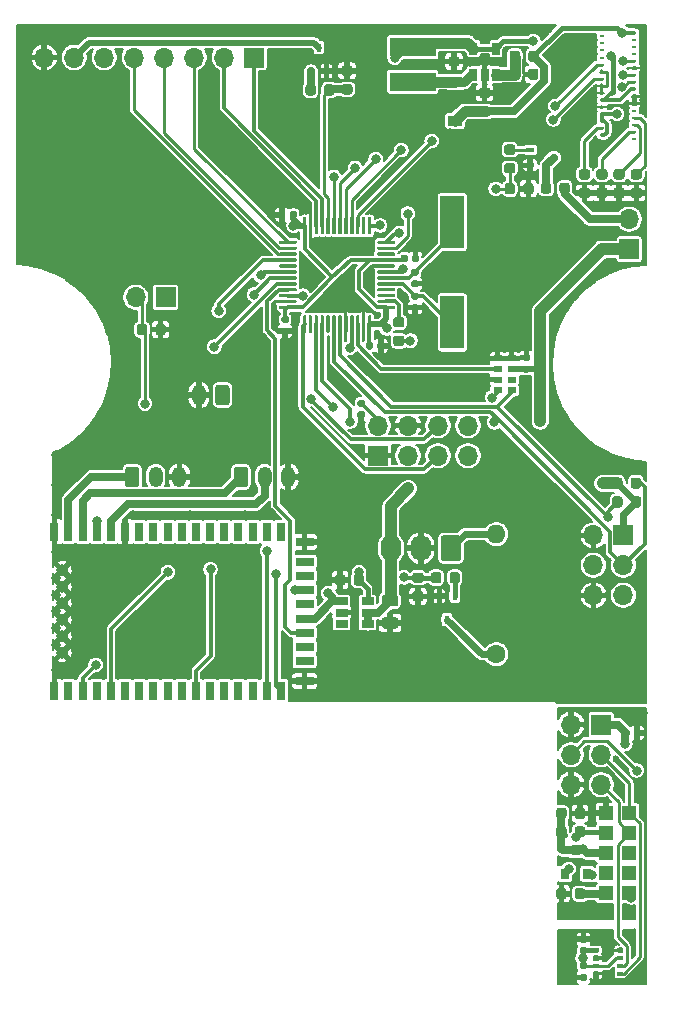
<source format=gbr>
G04 #@! TF.GenerationSoftware,KiCad,Pcbnew,5.1.6*
G04 #@! TF.CreationDate,2020-09-07T17:12:55+08:00*
G04 #@! TF.ProjectId,bt_audio_rec,62745f61-7564-4696-9f5f-7265632e6b69,rev?*
G04 #@! TF.SameCoordinates,Original*
G04 #@! TF.FileFunction,Copper,L1,Top*
G04 #@! TF.FilePolarity,Positive*
%FSLAX46Y46*%
G04 Gerber Fmt 4.6, Leading zero omitted, Abs format (unit mm)*
G04 Created by KiCad (PCBNEW 5.1.6) date 2020-09-07 17:12:55*
%MOMM*%
%LPD*%
G01*
G04 APERTURE LIST*
G04 #@! TA.AperFunction,SMDPad,CuDef*
%ADD10R,0.800000X1.600000*%
G04 #@! TD*
G04 #@! TA.AperFunction,SMDPad,CuDef*
%ADD11R,1.600000X0.800000*%
G04 #@! TD*
G04 #@! TA.AperFunction,SMDPad,CuDef*
%ADD12C,1.000000*%
G04 #@! TD*
G04 #@! TA.AperFunction,SMDPad,CuDef*
%ADD13R,0.440000X0.230000*%
G04 #@! TD*
G04 #@! TA.AperFunction,SMDPad,CuDef*
%ADD14R,0.340000X0.230000*%
G04 #@! TD*
G04 #@! TA.AperFunction,SMDPad,CuDef*
%ADD15R,1.200000X1.200000*%
G04 #@! TD*
G04 #@! TA.AperFunction,SMDPad,CuDef*
%ADD16R,3.900000X1.600000*%
G04 #@! TD*
G04 #@! TA.AperFunction,SMDPad,CuDef*
%ADD17R,1.200000X0.900000*%
G04 #@! TD*
G04 #@! TA.AperFunction,ComponentPad*
%ADD18O,1.200000X1.750000*%
G04 #@! TD*
G04 #@! TA.AperFunction,ComponentPad*
%ADD19R,1.700000X1.700000*%
G04 #@! TD*
G04 #@! TA.AperFunction,ComponentPad*
%ADD20O,1.700000X1.700000*%
G04 #@! TD*
G04 #@! TA.AperFunction,SMDPad,CuDef*
%ADD21R,0.450000X0.700000*%
G04 #@! TD*
G04 #@! TA.AperFunction,SMDPad,CuDef*
%ADD22R,0.700000X0.450000*%
G04 #@! TD*
G04 #@! TA.AperFunction,SMDPad,CuDef*
%ADD23R,0.800000X0.900000*%
G04 #@! TD*
G04 #@! TA.AperFunction,SMDPad,CuDef*
%ADD24R,0.650000X1.060000*%
G04 #@! TD*
G04 #@! TA.AperFunction,ComponentPad*
%ADD25O,1.740000X2.190000*%
G04 #@! TD*
G04 #@! TA.AperFunction,ComponentPad*
%ADD26C,1.600000*%
G04 #@! TD*
G04 #@! TA.AperFunction,ComponentPad*
%ADD27O,1.600000X1.600000*%
G04 #@! TD*
G04 #@! TA.AperFunction,SMDPad,CuDef*
%ADD28R,1.060000X0.650000*%
G04 #@! TD*
G04 #@! TA.AperFunction,SMDPad,CuDef*
%ADD29R,0.800000X0.500000*%
G04 #@! TD*
G04 #@! TA.AperFunction,SMDPad,CuDef*
%ADD30R,0.500000X0.350000*%
G04 #@! TD*
G04 #@! TA.AperFunction,SMDPad,CuDef*
%ADD31R,2.000000X4.500000*%
G04 #@! TD*
G04 #@! TA.AperFunction,ViaPad*
%ADD32C,0.800000*%
G04 #@! TD*
G04 #@! TA.AperFunction,ViaPad*
%ADD33C,0.600000*%
G04 #@! TD*
G04 #@! TA.AperFunction,Conductor*
%ADD34C,0.300000*%
G04 #@! TD*
G04 #@! TA.AperFunction,Conductor*
%ADD35C,0.700000*%
G04 #@! TD*
G04 #@! TA.AperFunction,Conductor*
%ADD36C,0.250000*%
G04 #@! TD*
G04 #@! TA.AperFunction,Conductor*
%ADD37C,0.500000*%
G04 #@! TD*
G04 #@! TA.AperFunction,Conductor*
%ADD38C,1.000000*%
G04 #@! TD*
G04 #@! TA.AperFunction,Conductor*
%ADD39C,0.400000*%
G04 #@! TD*
G04 #@! TA.AperFunction,Conductor*
%ADD40C,0.600000*%
G04 #@! TD*
G04 #@! TA.AperFunction,Conductor*
%ADD41C,0.900000*%
G04 #@! TD*
G04 #@! TA.AperFunction,Conductor*
%ADD42C,0.800000*%
G04 #@! TD*
G04 #@! TA.AperFunction,Conductor*
%ADD43C,0.200000*%
G04 #@! TD*
G04 APERTURE END LIST*
D10*
X207990000Y-133060000D03*
X209190000Y-133060000D03*
X210390000Y-133060000D03*
X211590000Y-133060000D03*
X212790000Y-133060000D03*
X213990000Y-133060000D03*
X215190000Y-133060000D03*
X216390000Y-133060000D03*
X217590000Y-133060000D03*
X218790000Y-133060000D03*
X219990000Y-133060000D03*
X221190000Y-133060000D03*
X222390000Y-133060000D03*
X223590000Y-133060000D03*
X224790000Y-133060000D03*
X225990000Y-133060000D03*
X227190000Y-133060000D03*
D11*
X229190000Y-132210000D03*
X229190000Y-130510000D03*
X229190000Y-129310000D03*
X229190000Y-128110000D03*
X229190000Y-126910000D03*
X229190000Y-125710000D03*
X229190000Y-124510000D03*
X229190000Y-123310000D03*
X229190000Y-122110000D03*
X229190000Y-120410000D03*
D10*
X227190000Y-119560000D03*
X225990000Y-119560000D03*
X224790000Y-119560000D03*
X223590000Y-119560000D03*
X222390000Y-119560000D03*
X221190000Y-119560000D03*
X219990000Y-119560000D03*
X218790000Y-119560000D03*
X217590000Y-119560000D03*
X216390000Y-119560000D03*
X215190000Y-119560000D03*
X213990000Y-119560000D03*
X212790000Y-119560000D03*
X211590000Y-119560000D03*
X210390000Y-119560000D03*
X209190000Y-119560000D03*
X207990000Y-119560000D03*
D12*
X208690000Y-122810000D03*
X208690000Y-124210000D03*
X208690000Y-125610000D03*
X208690000Y-127010000D03*
X208690000Y-128410000D03*
X208690000Y-129810000D03*
D13*
X257105000Y-77310000D03*
D14*
X254345000Y-77610000D03*
D13*
X257105000Y-77910000D03*
D14*
X254345000Y-78210000D03*
D13*
X257105000Y-78510000D03*
D14*
X254345000Y-78810000D03*
D13*
X257105000Y-79110000D03*
D14*
X254345000Y-79410000D03*
D13*
X257105000Y-79710000D03*
D14*
X254345000Y-80010000D03*
D13*
X257105000Y-80310000D03*
D14*
X254345000Y-80610000D03*
D13*
X257105000Y-80910000D03*
D14*
X254345000Y-81210000D03*
D13*
X257105000Y-81510000D03*
D14*
X254345000Y-81810000D03*
D13*
X257105000Y-82110000D03*
D14*
X254345000Y-82410000D03*
D13*
X257105000Y-82710000D03*
D14*
X254345000Y-83010000D03*
D13*
X257105000Y-83310000D03*
D14*
X254345000Y-83610000D03*
D13*
X257105000Y-83910000D03*
D14*
X254345000Y-84210000D03*
D13*
X257105000Y-84510000D03*
D14*
X254345000Y-84810000D03*
D13*
X257105000Y-85110000D03*
D14*
X254345000Y-85410000D03*
D13*
X257105000Y-85710000D03*
D14*
X254345000Y-86010000D03*
D13*
X257105000Y-86310000D03*
D15*
X256700000Y-143380000D03*
X256700000Y-145080000D03*
X256700000Y-146780000D03*
X256700000Y-148480000D03*
X256700000Y-150180000D03*
X254700000Y-150180000D03*
X254700000Y-148480000D03*
X254700000Y-146780000D03*
X254700000Y-145080000D03*
X254700000Y-143380000D03*
D16*
X238350000Y-78550000D03*
X238350000Y-81450000D03*
G04 #@! TA.AperFunction,SMDPad,CuDef*
G36*
G01*
X238712500Y-99910000D02*
X238367500Y-99910000D01*
G75*
G02*
X238220000Y-99762500I0J147500D01*
G01*
X238220000Y-99467500D01*
G75*
G02*
X238367500Y-99320000I147500J0D01*
G01*
X238712500Y-99320000D01*
G75*
G02*
X238860000Y-99467500I0J-147500D01*
G01*
X238860000Y-99762500D01*
G75*
G02*
X238712500Y-99910000I-147500J0D01*
G01*
G37*
G04 #@! TD.AperFunction*
G04 #@! TA.AperFunction,SMDPad,CuDef*
G36*
G01*
X238712500Y-100880000D02*
X238367500Y-100880000D01*
G75*
G02*
X238220000Y-100732500I0J147500D01*
G01*
X238220000Y-100437500D01*
G75*
G02*
X238367500Y-100290000I147500J0D01*
G01*
X238712500Y-100290000D01*
G75*
G02*
X238860000Y-100437500I0J-147500D01*
G01*
X238860000Y-100732500D01*
G75*
G02*
X238712500Y-100880000I-147500J0D01*
G01*
G37*
G04 #@! TD.AperFunction*
G04 #@! TA.AperFunction,SMDPad,CuDef*
G36*
G01*
X254113750Y-90440000D02*
X254626250Y-90440000D01*
G75*
G02*
X254845000Y-90658750I0J-218750D01*
G01*
X254845000Y-91096250D01*
G75*
G02*
X254626250Y-91315000I-218750J0D01*
G01*
X254113750Y-91315000D01*
G75*
G02*
X253895000Y-91096250I0J218750D01*
G01*
X253895000Y-90658750D01*
G75*
G02*
X254113750Y-90440000I218750J0D01*
G01*
G37*
G04 #@! TD.AperFunction*
G04 #@! TA.AperFunction,SMDPad,CuDef*
G36*
G01*
X254113750Y-88865000D02*
X254626250Y-88865000D01*
G75*
G02*
X254845000Y-89083750I0J-218750D01*
G01*
X254845000Y-89521250D01*
G75*
G02*
X254626250Y-89740000I-218750J0D01*
G01*
X254113750Y-89740000D01*
G75*
G02*
X253895000Y-89521250I0J218750D01*
G01*
X253895000Y-89083750D01*
G75*
G02*
X254113750Y-88865000I218750J0D01*
G01*
G37*
G04 #@! TD.AperFunction*
G04 #@! TA.AperFunction,SMDPad,CuDef*
G36*
G01*
X252633750Y-88865000D02*
X253146250Y-88865000D01*
G75*
G02*
X253365000Y-89083750I0J-218750D01*
G01*
X253365000Y-89521250D01*
G75*
G02*
X253146250Y-89740000I-218750J0D01*
G01*
X252633750Y-89740000D01*
G75*
G02*
X252415000Y-89521250I0J218750D01*
G01*
X252415000Y-89083750D01*
G75*
G02*
X252633750Y-88865000I218750J0D01*
G01*
G37*
G04 #@! TD.AperFunction*
G04 #@! TA.AperFunction,SMDPad,CuDef*
G36*
G01*
X252633750Y-90440000D02*
X253146250Y-90440000D01*
G75*
G02*
X253365000Y-90658750I0J-218750D01*
G01*
X253365000Y-91096250D01*
G75*
G02*
X253146250Y-91315000I-218750J0D01*
G01*
X252633750Y-91315000D01*
G75*
G02*
X252415000Y-91096250I0J218750D01*
G01*
X252415000Y-90658750D01*
G75*
G02*
X252633750Y-90440000I218750J0D01*
G01*
G37*
G04 #@! TD.AperFunction*
G04 #@! TA.AperFunction,SMDPad,CuDef*
G36*
G01*
X255563750Y-88867500D02*
X256076250Y-88867500D01*
G75*
G02*
X256295000Y-89086250I0J-218750D01*
G01*
X256295000Y-89523750D01*
G75*
G02*
X256076250Y-89742500I-218750J0D01*
G01*
X255563750Y-89742500D01*
G75*
G02*
X255345000Y-89523750I0J218750D01*
G01*
X255345000Y-89086250D01*
G75*
G02*
X255563750Y-88867500I218750J0D01*
G01*
G37*
G04 #@! TD.AperFunction*
G04 #@! TA.AperFunction,SMDPad,CuDef*
G36*
G01*
X255563750Y-90442500D02*
X256076250Y-90442500D01*
G75*
G02*
X256295000Y-90661250I0J-218750D01*
G01*
X256295000Y-91098750D01*
G75*
G02*
X256076250Y-91317500I-218750J0D01*
G01*
X255563750Y-91317500D01*
G75*
G02*
X255345000Y-91098750I0J218750D01*
G01*
X255345000Y-90661250D01*
G75*
G02*
X255563750Y-90442500I218750J0D01*
G01*
G37*
G04 #@! TD.AperFunction*
G04 #@! TA.AperFunction,SMDPad,CuDef*
G36*
G01*
X238377500Y-97290000D02*
X238722500Y-97290000D01*
G75*
G02*
X238870000Y-97437500I0J-147500D01*
G01*
X238870000Y-97732500D01*
G75*
G02*
X238722500Y-97880000I-147500J0D01*
G01*
X238377500Y-97880000D01*
G75*
G02*
X238230000Y-97732500I0J147500D01*
G01*
X238230000Y-97437500D01*
G75*
G02*
X238377500Y-97290000I147500J0D01*
G01*
G37*
G04 #@! TD.AperFunction*
G04 #@! TA.AperFunction,SMDPad,CuDef*
G36*
G01*
X238377500Y-98260000D02*
X238722500Y-98260000D01*
G75*
G02*
X238870000Y-98407500I0J-147500D01*
G01*
X238870000Y-98702500D01*
G75*
G02*
X238722500Y-98850000I-147500J0D01*
G01*
X238377500Y-98850000D01*
G75*
G02*
X238230000Y-98702500I0J147500D01*
G01*
X238230000Y-98407500D01*
G75*
G02*
X238377500Y-98260000I147500J0D01*
G01*
G37*
G04 #@! TD.AperFunction*
G04 #@! TA.AperFunction,SMDPad,CuDef*
G36*
G01*
X233817500Y-108390000D02*
X234162500Y-108390000D01*
G75*
G02*
X234310000Y-108537500I0J-147500D01*
G01*
X234310000Y-108832500D01*
G75*
G02*
X234162500Y-108980000I-147500J0D01*
G01*
X233817500Y-108980000D01*
G75*
G02*
X233670000Y-108832500I0J147500D01*
G01*
X233670000Y-108537500D01*
G75*
G02*
X233817500Y-108390000I147500J0D01*
G01*
G37*
G04 #@! TD.AperFunction*
G04 #@! TA.AperFunction,SMDPad,CuDef*
G36*
G01*
X233817500Y-109360000D02*
X234162500Y-109360000D01*
G75*
G02*
X234310000Y-109507500I0J-147500D01*
G01*
X234310000Y-109802500D01*
G75*
G02*
X234162500Y-109950000I-147500J0D01*
G01*
X233817500Y-109950000D01*
G75*
G02*
X233670000Y-109802500I0J147500D01*
G01*
X233670000Y-109507500D01*
G75*
G02*
X233817500Y-109360000I147500J0D01*
G01*
G37*
G04 #@! TD.AperFunction*
G04 #@! TA.AperFunction,SMDPad,CuDef*
G36*
G01*
X257060000Y-136752500D02*
X257060000Y-136407500D01*
G75*
G02*
X257207500Y-136260000I147500J0D01*
G01*
X257502500Y-136260000D01*
G75*
G02*
X257650000Y-136407500I0J-147500D01*
G01*
X257650000Y-136752500D01*
G75*
G02*
X257502500Y-136900000I-147500J0D01*
G01*
X257207500Y-136900000D01*
G75*
G02*
X257060000Y-136752500I0J147500D01*
G01*
G37*
G04 #@! TD.AperFunction*
G04 #@! TA.AperFunction,SMDPad,CuDef*
G36*
G01*
X256090000Y-136752500D02*
X256090000Y-136407500D01*
G75*
G02*
X256237500Y-136260000I147500J0D01*
G01*
X256532500Y-136260000D01*
G75*
G02*
X256680000Y-136407500I0J-147500D01*
G01*
X256680000Y-136752500D01*
G75*
G02*
X256532500Y-136900000I-147500J0D01*
G01*
X256237500Y-136900000D01*
G75*
G02*
X256090000Y-136752500I0J147500D01*
G01*
G37*
G04 #@! TD.AperFunction*
G04 #@! TA.AperFunction,SMDPad,CuDef*
G36*
G01*
X238290000Y-96592500D02*
X238290000Y-96247500D01*
G75*
G02*
X238437500Y-96100000I147500J0D01*
G01*
X238732500Y-96100000D01*
G75*
G02*
X238880000Y-96247500I0J-147500D01*
G01*
X238880000Y-96592500D01*
G75*
G02*
X238732500Y-96740000I-147500J0D01*
G01*
X238437500Y-96740000D01*
G75*
G02*
X238290000Y-96592500I0J147500D01*
G01*
G37*
G04 #@! TD.AperFunction*
G04 #@! TA.AperFunction,SMDPad,CuDef*
G36*
G01*
X237320000Y-96592500D02*
X237320000Y-96247500D01*
G75*
G02*
X237467500Y-96100000I147500J0D01*
G01*
X237762500Y-96100000D01*
G75*
G02*
X237910000Y-96247500I0J-147500D01*
G01*
X237910000Y-96592500D01*
G75*
G02*
X237762500Y-96740000I-147500J0D01*
G01*
X237467500Y-96740000D01*
G75*
G02*
X237320000Y-96592500I0J147500D01*
G01*
G37*
G04 #@! TD.AperFunction*
G04 #@! TA.AperFunction,SMDPad,CuDef*
G36*
G01*
X228540000Y-92557500D02*
X228540000Y-92902500D01*
G75*
G02*
X228392500Y-93050000I-147500J0D01*
G01*
X228097500Y-93050000D01*
G75*
G02*
X227950000Y-92902500I0J147500D01*
G01*
X227950000Y-92557500D01*
G75*
G02*
X228097500Y-92410000I147500J0D01*
G01*
X228392500Y-92410000D01*
G75*
G02*
X228540000Y-92557500I0J-147500D01*
G01*
G37*
G04 #@! TD.AperFunction*
G04 #@! TA.AperFunction,SMDPad,CuDef*
G36*
G01*
X227570000Y-92557500D02*
X227570000Y-92902500D01*
G75*
G02*
X227422500Y-93050000I-147500J0D01*
G01*
X227127500Y-93050000D01*
G75*
G02*
X226980000Y-92902500I0J147500D01*
G01*
X226980000Y-92557500D01*
G75*
G02*
X227127500Y-92410000I147500J0D01*
G01*
X227422500Y-92410000D01*
G75*
G02*
X227570000Y-92557500I0J-147500D01*
G01*
G37*
G04 #@! TD.AperFunction*
G04 #@! TA.AperFunction,SMDPad,CuDef*
G36*
G01*
X234390000Y-103992500D02*
X234390000Y-103647500D01*
G75*
G02*
X234537500Y-103500000I147500J0D01*
G01*
X234832500Y-103500000D01*
G75*
G02*
X234980000Y-103647500I0J-147500D01*
G01*
X234980000Y-103992500D01*
G75*
G02*
X234832500Y-104140000I-147500J0D01*
G01*
X234537500Y-104140000D01*
G75*
G02*
X234390000Y-103992500I0J147500D01*
G01*
G37*
G04 #@! TD.AperFunction*
G04 #@! TA.AperFunction,SMDPad,CuDef*
G36*
G01*
X235360000Y-103992500D02*
X235360000Y-103647500D01*
G75*
G02*
X235507500Y-103500000I147500J0D01*
G01*
X235802500Y-103500000D01*
G75*
G02*
X235950000Y-103647500I0J-147500D01*
G01*
X235950000Y-103992500D01*
G75*
G02*
X235802500Y-104140000I-147500J0D01*
G01*
X235507500Y-104140000D01*
G75*
G02*
X235360000Y-103992500I0J147500D01*
G01*
G37*
G04 #@! TD.AperFunction*
G04 #@! TA.AperFunction,SMDPad,CuDef*
G36*
G01*
X227367500Y-102270000D02*
X227712500Y-102270000D01*
G75*
G02*
X227860000Y-102417500I0J-147500D01*
G01*
X227860000Y-102712500D01*
G75*
G02*
X227712500Y-102860000I-147500J0D01*
G01*
X227367500Y-102860000D01*
G75*
G02*
X227220000Y-102712500I0J147500D01*
G01*
X227220000Y-102417500D01*
G75*
G02*
X227367500Y-102270000I147500J0D01*
G01*
G37*
G04 #@! TD.AperFunction*
G04 #@! TA.AperFunction,SMDPad,CuDef*
G36*
G01*
X227367500Y-101300000D02*
X227712500Y-101300000D01*
G75*
G02*
X227860000Y-101447500I0J-147500D01*
G01*
X227860000Y-101742500D01*
G75*
G02*
X227712500Y-101890000I-147500J0D01*
G01*
X227367500Y-101890000D01*
G75*
G02*
X227220000Y-101742500I0J147500D01*
G01*
X227220000Y-101447500D01*
G75*
G02*
X227367500Y-101300000I147500J0D01*
G01*
G37*
G04 #@! TD.AperFunction*
G04 #@! TA.AperFunction,SMDPad,CuDef*
G36*
G01*
X252072500Y-143656250D02*
X252072500Y-143143750D01*
G75*
G02*
X252291250Y-142925000I218750J0D01*
G01*
X252728750Y-142925000D01*
G75*
G02*
X252947500Y-143143750I0J-218750D01*
G01*
X252947500Y-143656250D01*
G75*
G02*
X252728750Y-143875000I-218750J0D01*
G01*
X252291250Y-143875000D01*
G75*
G02*
X252072500Y-143656250I0J218750D01*
G01*
G37*
G04 #@! TD.AperFunction*
G04 #@! TA.AperFunction,SMDPad,CuDef*
G36*
G01*
X250497500Y-143656250D02*
X250497500Y-143143750D01*
G75*
G02*
X250716250Y-142925000I218750J0D01*
G01*
X251153750Y-142925000D01*
G75*
G02*
X251372500Y-143143750I0J-218750D01*
G01*
X251372500Y-143656250D01*
G75*
G02*
X251153750Y-143875000I-218750J0D01*
G01*
X250716250Y-143875000D01*
G75*
G02*
X250497500Y-143656250I0J218750D01*
G01*
G37*
G04 #@! TD.AperFunction*
G04 #@! TA.AperFunction,SMDPad,CuDef*
G36*
G01*
X242096250Y-80185000D02*
X241583750Y-80185000D01*
G75*
G02*
X241365000Y-79966250I0J218750D01*
G01*
X241365000Y-79528750D01*
G75*
G02*
X241583750Y-79310000I218750J0D01*
G01*
X242096250Y-79310000D01*
G75*
G02*
X242315000Y-79528750I0J-218750D01*
G01*
X242315000Y-79966250D01*
G75*
G02*
X242096250Y-80185000I-218750J0D01*
G01*
G37*
G04 #@! TD.AperFunction*
G04 #@! TA.AperFunction,SMDPad,CuDef*
G36*
G01*
X242096250Y-78610000D02*
X241583750Y-78610000D01*
G75*
G02*
X241365000Y-78391250I0J218750D01*
G01*
X241365000Y-77953750D01*
G75*
G02*
X241583750Y-77735000I218750J0D01*
G01*
X242096250Y-77735000D01*
G75*
G02*
X242315000Y-77953750I0J-218750D01*
G01*
X242315000Y-78391250D01*
G75*
G02*
X242096250Y-78610000I-218750J0D01*
G01*
G37*
G04 #@! TD.AperFunction*
G04 #@! TA.AperFunction,SMDPad,CuDef*
G36*
G01*
X244696250Y-82840000D02*
X244183750Y-82840000D01*
G75*
G02*
X243965000Y-82621250I0J218750D01*
G01*
X243965000Y-82183750D01*
G75*
G02*
X244183750Y-81965000I218750J0D01*
G01*
X244696250Y-81965000D01*
G75*
G02*
X244915000Y-82183750I0J-218750D01*
G01*
X244915000Y-82621250D01*
G75*
G02*
X244696250Y-82840000I-218750J0D01*
G01*
G37*
G04 #@! TD.AperFunction*
G04 #@! TA.AperFunction,SMDPad,CuDef*
G36*
G01*
X244696250Y-84415000D02*
X244183750Y-84415000D01*
G75*
G02*
X243965000Y-84196250I0J218750D01*
G01*
X243965000Y-83758750D01*
G75*
G02*
X244183750Y-83540000I218750J0D01*
G01*
X244696250Y-83540000D01*
G75*
G02*
X244915000Y-83758750I0J-218750D01*
G01*
X244915000Y-84196250D01*
G75*
G02*
X244696250Y-84415000I-218750J0D01*
G01*
G37*
G04 #@! TD.AperFunction*
D17*
X241930000Y-84790000D03*
X241930000Y-81490000D03*
G04 #@! TA.AperFunction,ComponentPad*
G36*
G01*
X213990000Y-115555001D02*
X213990000Y-114304999D01*
G75*
G02*
X214239999Y-114055000I249999J0D01*
G01*
X214940001Y-114055000D01*
G75*
G02*
X215190000Y-114304999I0J-249999D01*
G01*
X215190000Y-115555001D01*
G75*
G02*
X214940001Y-115805000I-249999J0D01*
G01*
X214239999Y-115805000D01*
G75*
G02*
X213990000Y-115555001I0J249999D01*
G01*
G37*
G04 #@! TD.AperFunction*
D18*
X216590000Y-114930000D03*
X218590000Y-114930000D03*
D19*
X217440000Y-99710000D03*
D20*
X214900000Y-99710000D03*
D18*
X227800000Y-114930000D03*
X225800000Y-114930000D03*
G04 #@! TA.AperFunction,ComponentPad*
G36*
G01*
X223200000Y-115555001D02*
X223200000Y-114304999D01*
G75*
G02*
X223449999Y-114055000I249999J0D01*
G01*
X224150001Y-114055000D01*
G75*
G02*
X224400000Y-114304999I0J-249999D01*
G01*
X224400000Y-115555001D01*
G75*
G02*
X224150001Y-115805000I-249999J0D01*
G01*
X223449999Y-115805000D01*
G75*
G02*
X223200000Y-115555001I0J249999D01*
G01*
G37*
G04 #@! TD.AperFunction*
D19*
X235410000Y-113120000D03*
D20*
X235410000Y-110580000D03*
X237950000Y-113120000D03*
X237950000Y-110580000D03*
X240490000Y-113120000D03*
X240490000Y-110580000D03*
X243030000Y-113120000D03*
X243030000Y-110580000D03*
G04 #@! TA.AperFunction,ComponentPad*
G36*
G01*
X222840000Y-107364999D02*
X222840000Y-108615001D01*
G75*
G02*
X222590001Y-108865000I-249999J0D01*
G01*
X221889999Y-108865000D01*
G75*
G02*
X221640000Y-108615001I0J249999D01*
G01*
X221640000Y-107364999D01*
G75*
G02*
X221889999Y-107115000I249999J0D01*
G01*
X222590001Y-107115000D01*
G75*
G02*
X222840000Y-107364999I0J-249999D01*
G01*
G37*
G04 #@! TD.AperFunction*
D18*
X220240000Y-107990000D03*
D21*
X241900000Y-125010000D03*
X240600000Y-125010000D03*
X241250000Y-127010000D03*
X229740000Y-80570000D03*
X231040000Y-80570000D03*
X230390000Y-78570000D03*
D22*
X250300000Y-87880000D03*
X248300000Y-88530000D03*
X248300000Y-87230000D03*
D23*
X251220000Y-148530000D03*
X253120000Y-148530000D03*
X252170000Y-146530000D03*
G04 #@! TA.AperFunction,SMDPad,CuDef*
G36*
G01*
X237416250Y-103837500D02*
X236903750Y-103837500D01*
G75*
G02*
X236685000Y-103618750I0J218750D01*
G01*
X236685000Y-103181250D01*
G75*
G02*
X236903750Y-102962500I218750J0D01*
G01*
X237416250Y-102962500D01*
G75*
G02*
X237635000Y-103181250I0J-218750D01*
G01*
X237635000Y-103618750D01*
G75*
G02*
X237416250Y-103837500I-218750J0D01*
G01*
G37*
G04 #@! TD.AperFunction*
G04 #@! TA.AperFunction,SMDPad,CuDef*
G36*
G01*
X237416250Y-102262500D02*
X236903750Y-102262500D01*
G75*
G02*
X236685000Y-102043750I0J218750D01*
G01*
X236685000Y-101606250D01*
G75*
G02*
X236903750Y-101387500I218750J0D01*
G01*
X237416250Y-101387500D01*
G75*
G02*
X237635000Y-101606250I0J-218750D01*
G01*
X237635000Y-102043750D01*
G75*
G02*
X237416250Y-102262500I-218750J0D01*
G01*
G37*
G04 #@! TD.AperFunction*
G04 #@! TA.AperFunction,SMDPad,CuDef*
G36*
G01*
X257023750Y-88865000D02*
X257536250Y-88865000D01*
G75*
G02*
X257755000Y-89083750I0J-218750D01*
G01*
X257755000Y-89521250D01*
G75*
G02*
X257536250Y-89740000I-218750J0D01*
G01*
X257023750Y-89740000D01*
G75*
G02*
X256805000Y-89521250I0J218750D01*
G01*
X256805000Y-89083750D01*
G75*
G02*
X257023750Y-88865000I218750J0D01*
G01*
G37*
G04 #@! TD.AperFunction*
G04 #@! TA.AperFunction,SMDPad,CuDef*
G36*
G01*
X257023750Y-90440000D02*
X257536250Y-90440000D01*
G75*
G02*
X257755000Y-90658750I0J-218750D01*
G01*
X257755000Y-91096250D01*
G75*
G02*
X257536250Y-91315000I-218750J0D01*
G01*
X257023750Y-91315000D01*
G75*
G02*
X256805000Y-91096250I0J218750D01*
G01*
X256805000Y-90658750D01*
G75*
G02*
X257023750Y-90440000I218750J0D01*
G01*
G37*
G04 #@! TD.AperFunction*
G04 #@! TA.AperFunction,SMDPad,CuDef*
G36*
G01*
X239046250Y-125465000D02*
X238533750Y-125465000D01*
G75*
G02*
X238315000Y-125246250I0J218750D01*
G01*
X238315000Y-124808750D01*
G75*
G02*
X238533750Y-124590000I218750J0D01*
G01*
X239046250Y-124590000D01*
G75*
G02*
X239265000Y-124808750I0J-218750D01*
G01*
X239265000Y-125246250D01*
G75*
G02*
X239046250Y-125465000I-218750J0D01*
G01*
G37*
G04 #@! TD.AperFunction*
G04 #@! TA.AperFunction,SMDPad,CuDef*
G36*
G01*
X239046250Y-123890000D02*
X238533750Y-123890000D01*
G75*
G02*
X238315000Y-123671250I0J218750D01*
G01*
X238315000Y-123233750D01*
G75*
G02*
X238533750Y-123015000I218750J0D01*
G01*
X239046250Y-123015000D01*
G75*
G02*
X239265000Y-123233750I0J-218750D01*
G01*
X239265000Y-123671250D01*
G75*
G02*
X239046250Y-123890000I-218750J0D01*
G01*
G37*
G04 #@! TD.AperFunction*
G04 #@! TA.AperFunction,SMDPad,CuDef*
G36*
G01*
X232523750Y-80095000D02*
X233036250Y-80095000D01*
G75*
G02*
X233255000Y-80313750I0J-218750D01*
G01*
X233255000Y-80751250D01*
G75*
G02*
X233036250Y-80970000I-218750J0D01*
G01*
X232523750Y-80970000D01*
G75*
G02*
X232305000Y-80751250I0J218750D01*
G01*
X232305000Y-80313750D01*
G75*
G02*
X232523750Y-80095000I218750J0D01*
G01*
G37*
G04 #@! TD.AperFunction*
G04 #@! TA.AperFunction,SMDPad,CuDef*
G36*
G01*
X232523750Y-81670000D02*
X233036250Y-81670000D01*
G75*
G02*
X233255000Y-81888750I0J-218750D01*
G01*
X233255000Y-82326250D01*
G75*
G02*
X233036250Y-82545000I-218750J0D01*
G01*
X232523750Y-82545000D01*
G75*
G02*
X232305000Y-82326250I0J218750D01*
G01*
X232305000Y-81888750D01*
G75*
G02*
X232523750Y-81670000I218750J0D01*
G01*
G37*
G04 #@! TD.AperFunction*
G04 #@! TA.AperFunction,SMDPad,CuDef*
G36*
G01*
X247002500Y-90263750D02*
X247002500Y-90776250D01*
G75*
G02*
X246783750Y-90995000I-218750J0D01*
G01*
X246346250Y-90995000D01*
G75*
G02*
X246127500Y-90776250I0J218750D01*
G01*
X246127500Y-90263750D01*
G75*
G02*
X246346250Y-90045000I218750J0D01*
G01*
X246783750Y-90045000D01*
G75*
G02*
X247002500Y-90263750I0J-218750D01*
G01*
G37*
G04 #@! TD.AperFunction*
G04 #@! TA.AperFunction,SMDPad,CuDef*
G36*
G01*
X248577500Y-90263750D02*
X248577500Y-90776250D01*
G75*
G02*
X248358750Y-90995000I-218750J0D01*
G01*
X247921250Y-90995000D01*
G75*
G02*
X247702500Y-90776250I0J218750D01*
G01*
X247702500Y-90263750D01*
G75*
G02*
X247921250Y-90045000I218750J0D01*
G01*
X248358750Y-90045000D01*
G75*
G02*
X248577500Y-90263750I0J-218750D01*
G01*
G37*
G04 #@! TD.AperFunction*
G04 #@! TA.AperFunction,SMDPad,CuDef*
G36*
G01*
X240770000Y-123193750D02*
X240770000Y-123706250D01*
G75*
G02*
X240551250Y-123925000I-218750J0D01*
G01*
X240113750Y-123925000D01*
G75*
G02*
X239895000Y-123706250I0J218750D01*
G01*
X239895000Y-123193750D01*
G75*
G02*
X240113750Y-122975000I218750J0D01*
G01*
X240551250Y-122975000D01*
G75*
G02*
X240770000Y-123193750I0J-218750D01*
G01*
G37*
G04 #@! TD.AperFunction*
G04 #@! TA.AperFunction,SMDPad,CuDef*
G36*
G01*
X242345000Y-123193750D02*
X242345000Y-123706250D01*
G75*
G02*
X242126250Y-123925000I-218750J0D01*
G01*
X241688750Y-123925000D01*
G75*
G02*
X241470000Y-123706250I0J218750D01*
G01*
X241470000Y-123193750D01*
G75*
G02*
X241688750Y-122975000I218750J0D01*
G01*
X242126250Y-122975000D01*
G75*
G02*
X242345000Y-123193750I0J-218750D01*
G01*
G37*
G04 #@! TD.AperFunction*
G04 #@! TA.AperFunction,SMDPad,CuDef*
G36*
G01*
X229265000Y-82416250D02*
X229265000Y-81903750D01*
G75*
G02*
X229483750Y-81685000I218750J0D01*
G01*
X229921250Y-81685000D01*
G75*
G02*
X230140000Y-81903750I0J-218750D01*
G01*
X230140000Y-82416250D01*
G75*
G02*
X229921250Y-82635000I-218750J0D01*
G01*
X229483750Y-82635000D01*
G75*
G02*
X229265000Y-82416250I0J218750D01*
G01*
G37*
G04 #@! TD.AperFunction*
G04 #@! TA.AperFunction,SMDPad,CuDef*
G36*
G01*
X230840000Y-82416250D02*
X230840000Y-81903750D01*
G75*
G02*
X231058750Y-81685000I218750J0D01*
G01*
X231496250Y-81685000D01*
G75*
G02*
X231715000Y-81903750I0J-218750D01*
G01*
X231715000Y-82416250D01*
G75*
G02*
X231496250Y-82635000I-218750J0D01*
G01*
X231058750Y-82635000D01*
G75*
G02*
X230840000Y-82416250I0J218750D01*
G01*
G37*
G04 #@! TD.AperFunction*
G04 #@! TA.AperFunction,SMDPad,CuDef*
G36*
G01*
X246303750Y-88350000D02*
X246816250Y-88350000D01*
G75*
G02*
X247035000Y-88568750I0J-218750D01*
G01*
X247035000Y-89006250D01*
G75*
G02*
X246816250Y-89225000I-218750J0D01*
G01*
X246303750Y-89225000D01*
G75*
G02*
X246085000Y-89006250I0J218750D01*
G01*
X246085000Y-88568750D01*
G75*
G02*
X246303750Y-88350000I218750J0D01*
G01*
G37*
G04 #@! TD.AperFunction*
G04 #@! TA.AperFunction,SMDPad,CuDef*
G36*
G01*
X246303750Y-86775000D02*
X246816250Y-86775000D01*
G75*
G02*
X247035000Y-86993750I0J-218750D01*
G01*
X247035000Y-87431250D01*
G75*
G02*
X246816250Y-87650000I-218750J0D01*
G01*
X246303750Y-87650000D01*
G75*
G02*
X246085000Y-87431250I0J218750D01*
G01*
X246085000Y-86993750D01*
G75*
G02*
X246303750Y-86775000I218750J0D01*
G01*
G37*
G04 #@! TD.AperFunction*
G04 #@! TA.AperFunction,SMDPad,CuDef*
G36*
G01*
X216570000Y-102706250D02*
X216570000Y-102193750D01*
G75*
G02*
X216788750Y-101975000I218750J0D01*
G01*
X217226250Y-101975000D01*
G75*
G02*
X217445000Y-102193750I0J-218750D01*
G01*
X217445000Y-102706250D01*
G75*
G02*
X217226250Y-102925000I-218750J0D01*
G01*
X216788750Y-102925000D01*
G75*
G02*
X216570000Y-102706250I0J218750D01*
G01*
G37*
G04 #@! TD.AperFunction*
G04 #@! TA.AperFunction,SMDPad,CuDef*
G36*
G01*
X214995000Y-102706250D02*
X214995000Y-102193750D01*
G75*
G02*
X215213750Y-101975000I218750J0D01*
G01*
X215651250Y-101975000D01*
G75*
G02*
X215870000Y-102193750I0J-218750D01*
G01*
X215870000Y-102706250D01*
G75*
G02*
X215651250Y-102925000I-218750J0D01*
G01*
X215213750Y-102925000D01*
G75*
G02*
X214995000Y-102706250I0J218750D01*
G01*
G37*
G04 #@! TD.AperFunction*
G04 #@! TA.AperFunction,SMDPad,CuDef*
G36*
G01*
X257685000Y-116783750D02*
X257685000Y-117296250D01*
G75*
G02*
X257466250Y-117515000I-218750J0D01*
G01*
X257028750Y-117515000D01*
G75*
G02*
X256810000Y-117296250I0J218750D01*
G01*
X256810000Y-116783750D01*
G75*
G02*
X257028750Y-116565000I218750J0D01*
G01*
X257466250Y-116565000D01*
G75*
G02*
X257685000Y-116783750I0J-218750D01*
G01*
G37*
G04 #@! TD.AperFunction*
G04 #@! TA.AperFunction,SMDPad,CuDef*
G36*
G01*
X256110000Y-116783750D02*
X256110000Y-117296250D01*
G75*
G02*
X255891250Y-117515000I-218750J0D01*
G01*
X255453750Y-117515000D01*
G75*
G02*
X255235000Y-117296250I0J218750D01*
G01*
X255235000Y-116783750D01*
G75*
G02*
X255453750Y-116565000I218750J0D01*
G01*
X255891250Y-116565000D01*
G75*
G02*
X256110000Y-116783750I0J-218750D01*
G01*
G37*
G04 #@! TD.AperFunction*
G04 #@! TA.AperFunction,SMDPad,CuDef*
G36*
G01*
X256800000Y-115706250D02*
X256800000Y-115193750D01*
G75*
G02*
X257018750Y-114975000I218750J0D01*
G01*
X257456250Y-114975000D01*
G75*
G02*
X257675000Y-115193750I0J-218750D01*
G01*
X257675000Y-115706250D01*
G75*
G02*
X257456250Y-115925000I-218750J0D01*
G01*
X257018750Y-115925000D01*
G75*
G02*
X256800000Y-115706250I0J218750D01*
G01*
G37*
G04 #@! TD.AperFunction*
G04 #@! TA.AperFunction,SMDPad,CuDef*
G36*
G01*
X255225000Y-115706250D02*
X255225000Y-115193750D01*
G75*
G02*
X255443750Y-114975000I218750J0D01*
G01*
X255881250Y-114975000D01*
G75*
G02*
X256100000Y-115193750I0J-218750D01*
G01*
X256100000Y-115706250D01*
G75*
G02*
X255881250Y-115925000I-218750J0D01*
G01*
X255443750Y-115925000D01*
G75*
G02*
X255225000Y-115706250I0J218750D01*
G01*
G37*
G04 #@! TD.AperFunction*
G04 #@! TA.AperFunction,SMDPad,CuDef*
G36*
G01*
X252072500Y-145226250D02*
X252072500Y-144713750D01*
G75*
G02*
X252291250Y-144495000I218750J0D01*
G01*
X252728750Y-144495000D01*
G75*
G02*
X252947500Y-144713750I0J-218750D01*
G01*
X252947500Y-145226250D01*
G75*
G02*
X252728750Y-145445000I-218750J0D01*
G01*
X252291250Y-145445000D01*
G75*
G02*
X252072500Y-145226250I0J218750D01*
G01*
G37*
G04 #@! TD.AperFunction*
G04 #@! TA.AperFunction,SMDPad,CuDef*
G36*
G01*
X250497500Y-145226250D02*
X250497500Y-144713750D01*
G75*
G02*
X250716250Y-144495000I218750J0D01*
G01*
X251153750Y-144495000D01*
G75*
G02*
X251372500Y-144713750I0J-218750D01*
G01*
X251372500Y-145226250D01*
G75*
G02*
X251153750Y-145445000I-218750J0D01*
G01*
X250716250Y-145445000D01*
G75*
G02*
X250497500Y-145226250I0J218750D01*
G01*
G37*
G04 #@! TD.AperFunction*
G04 #@! TA.AperFunction,SMDPad,CuDef*
G36*
G01*
X252947500Y-149953750D02*
X252947500Y-150466250D01*
G75*
G02*
X252728750Y-150685000I-218750J0D01*
G01*
X252291250Y-150685000D01*
G75*
G02*
X252072500Y-150466250I0J218750D01*
G01*
X252072500Y-149953750D01*
G75*
G02*
X252291250Y-149735000I218750J0D01*
G01*
X252728750Y-149735000D01*
G75*
G02*
X252947500Y-149953750I0J-218750D01*
G01*
G37*
G04 #@! TD.AperFunction*
G04 #@! TA.AperFunction,SMDPad,CuDef*
G36*
G01*
X251372500Y-149953750D02*
X251372500Y-150466250D01*
G75*
G02*
X251153750Y-150685000I-218750J0D01*
G01*
X250716250Y-150685000D01*
G75*
G02*
X250497500Y-150466250I0J218750D01*
G01*
X250497500Y-149953750D01*
G75*
G02*
X250716250Y-149735000I218750J0D01*
G01*
X251153750Y-149735000D01*
G75*
G02*
X251372500Y-149953750I0J-218750D01*
G01*
G37*
G04 #@! TD.AperFunction*
G04 #@! TA.AperFunction,SMDPad,CuDef*
G36*
G01*
X247427500Y-79043750D02*
X247427500Y-79556250D01*
G75*
G02*
X247208750Y-79775000I-218750J0D01*
G01*
X246771250Y-79775000D01*
G75*
G02*
X246552500Y-79556250I0J218750D01*
G01*
X246552500Y-79043750D01*
G75*
G02*
X246771250Y-78825000I218750J0D01*
G01*
X247208750Y-78825000D01*
G75*
G02*
X247427500Y-79043750I0J-218750D01*
G01*
G37*
G04 #@! TD.AperFunction*
G04 #@! TA.AperFunction,SMDPad,CuDef*
G36*
G01*
X249002500Y-79043750D02*
X249002500Y-79556250D01*
G75*
G02*
X248783750Y-79775000I-218750J0D01*
G01*
X248346250Y-79775000D01*
G75*
G02*
X248127500Y-79556250I0J218750D01*
G01*
X248127500Y-79043750D01*
G75*
G02*
X248346250Y-78825000I218750J0D01*
G01*
X248783750Y-78825000D01*
G75*
G02*
X249002500Y-79043750I0J-218750D01*
G01*
G37*
G04 #@! TD.AperFunction*
G04 #@! TA.AperFunction,SMDPad,CuDef*
G36*
G01*
X248110000Y-81086250D02*
X248110000Y-80573750D01*
G75*
G02*
X248328750Y-80355000I218750J0D01*
G01*
X248766250Y-80355000D01*
G75*
G02*
X248985000Y-80573750I0J-218750D01*
G01*
X248985000Y-81086250D01*
G75*
G02*
X248766250Y-81305000I-218750J0D01*
G01*
X248328750Y-81305000D01*
G75*
G02*
X248110000Y-81086250I0J218750D01*
G01*
G37*
G04 #@! TD.AperFunction*
G04 #@! TA.AperFunction,SMDPad,CuDef*
G36*
G01*
X246535000Y-81086250D02*
X246535000Y-80573750D01*
G75*
G02*
X246753750Y-80355000I218750J0D01*
G01*
X247191250Y-80355000D01*
G75*
G02*
X247410000Y-80573750I0J-218750D01*
G01*
X247410000Y-81086250D01*
G75*
G02*
X247191250Y-81305000I-218750J0D01*
G01*
X246753750Y-81305000D01*
G75*
G02*
X246535000Y-81086250I0J218750D01*
G01*
G37*
G04 #@! TD.AperFunction*
G04 #@! TA.AperFunction,SMDPad,CuDef*
G36*
G01*
X236840000Y-100492500D02*
X236840000Y-100642500D01*
G75*
G02*
X236765000Y-100717500I-75000J0D01*
G01*
X235440000Y-100717500D01*
G75*
G02*
X235365000Y-100642500I0J75000D01*
G01*
X235365000Y-100492500D01*
G75*
G02*
X235440000Y-100417500I75000J0D01*
G01*
X236765000Y-100417500D01*
G75*
G02*
X236840000Y-100492500I0J-75000D01*
G01*
G37*
G04 #@! TD.AperFunction*
G04 #@! TA.AperFunction,SMDPad,CuDef*
G36*
G01*
X236840000Y-99992500D02*
X236840000Y-100142500D01*
G75*
G02*
X236765000Y-100217500I-75000J0D01*
G01*
X235440000Y-100217500D01*
G75*
G02*
X235365000Y-100142500I0J75000D01*
G01*
X235365000Y-99992500D01*
G75*
G02*
X235440000Y-99917500I75000J0D01*
G01*
X236765000Y-99917500D01*
G75*
G02*
X236840000Y-99992500I0J-75000D01*
G01*
G37*
G04 #@! TD.AperFunction*
G04 #@! TA.AperFunction,SMDPad,CuDef*
G36*
G01*
X236840000Y-99492500D02*
X236840000Y-99642500D01*
G75*
G02*
X236765000Y-99717500I-75000J0D01*
G01*
X235440000Y-99717500D01*
G75*
G02*
X235365000Y-99642500I0J75000D01*
G01*
X235365000Y-99492500D01*
G75*
G02*
X235440000Y-99417500I75000J0D01*
G01*
X236765000Y-99417500D01*
G75*
G02*
X236840000Y-99492500I0J-75000D01*
G01*
G37*
G04 #@! TD.AperFunction*
G04 #@! TA.AperFunction,SMDPad,CuDef*
G36*
G01*
X236840000Y-98992500D02*
X236840000Y-99142500D01*
G75*
G02*
X236765000Y-99217500I-75000J0D01*
G01*
X235440000Y-99217500D01*
G75*
G02*
X235365000Y-99142500I0J75000D01*
G01*
X235365000Y-98992500D01*
G75*
G02*
X235440000Y-98917500I75000J0D01*
G01*
X236765000Y-98917500D01*
G75*
G02*
X236840000Y-98992500I0J-75000D01*
G01*
G37*
G04 #@! TD.AperFunction*
G04 #@! TA.AperFunction,SMDPad,CuDef*
G36*
G01*
X236840000Y-98492500D02*
X236840000Y-98642500D01*
G75*
G02*
X236765000Y-98717500I-75000J0D01*
G01*
X235440000Y-98717500D01*
G75*
G02*
X235365000Y-98642500I0J75000D01*
G01*
X235365000Y-98492500D01*
G75*
G02*
X235440000Y-98417500I75000J0D01*
G01*
X236765000Y-98417500D01*
G75*
G02*
X236840000Y-98492500I0J-75000D01*
G01*
G37*
G04 #@! TD.AperFunction*
G04 #@! TA.AperFunction,SMDPad,CuDef*
G36*
G01*
X236840000Y-97992500D02*
X236840000Y-98142500D01*
G75*
G02*
X236765000Y-98217500I-75000J0D01*
G01*
X235440000Y-98217500D01*
G75*
G02*
X235365000Y-98142500I0J75000D01*
G01*
X235365000Y-97992500D01*
G75*
G02*
X235440000Y-97917500I75000J0D01*
G01*
X236765000Y-97917500D01*
G75*
G02*
X236840000Y-97992500I0J-75000D01*
G01*
G37*
G04 #@! TD.AperFunction*
G04 #@! TA.AperFunction,SMDPad,CuDef*
G36*
G01*
X236840000Y-97492500D02*
X236840000Y-97642500D01*
G75*
G02*
X236765000Y-97717500I-75000J0D01*
G01*
X235440000Y-97717500D01*
G75*
G02*
X235365000Y-97642500I0J75000D01*
G01*
X235365000Y-97492500D01*
G75*
G02*
X235440000Y-97417500I75000J0D01*
G01*
X236765000Y-97417500D01*
G75*
G02*
X236840000Y-97492500I0J-75000D01*
G01*
G37*
G04 #@! TD.AperFunction*
G04 #@! TA.AperFunction,SMDPad,CuDef*
G36*
G01*
X236840000Y-96992500D02*
X236840000Y-97142500D01*
G75*
G02*
X236765000Y-97217500I-75000J0D01*
G01*
X235440000Y-97217500D01*
G75*
G02*
X235365000Y-97142500I0J75000D01*
G01*
X235365000Y-96992500D01*
G75*
G02*
X235440000Y-96917500I75000J0D01*
G01*
X236765000Y-96917500D01*
G75*
G02*
X236840000Y-96992500I0J-75000D01*
G01*
G37*
G04 #@! TD.AperFunction*
G04 #@! TA.AperFunction,SMDPad,CuDef*
G36*
G01*
X236840000Y-96492500D02*
X236840000Y-96642500D01*
G75*
G02*
X236765000Y-96717500I-75000J0D01*
G01*
X235440000Y-96717500D01*
G75*
G02*
X235365000Y-96642500I0J75000D01*
G01*
X235365000Y-96492500D01*
G75*
G02*
X235440000Y-96417500I75000J0D01*
G01*
X236765000Y-96417500D01*
G75*
G02*
X236840000Y-96492500I0J-75000D01*
G01*
G37*
G04 #@! TD.AperFunction*
G04 #@! TA.AperFunction,SMDPad,CuDef*
G36*
G01*
X236840000Y-95992500D02*
X236840000Y-96142500D01*
G75*
G02*
X236765000Y-96217500I-75000J0D01*
G01*
X235440000Y-96217500D01*
G75*
G02*
X235365000Y-96142500I0J75000D01*
G01*
X235365000Y-95992500D01*
G75*
G02*
X235440000Y-95917500I75000J0D01*
G01*
X236765000Y-95917500D01*
G75*
G02*
X236840000Y-95992500I0J-75000D01*
G01*
G37*
G04 #@! TD.AperFunction*
G04 #@! TA.AperFunction,SMDPad,CuDef*
G36*
G01*
X236840000Y-95492500D02*
X236840000Y-95642500D01*
G75*
G02*
X236765000Y-95717500I-75000J0D01*
G01*
X235440000Y-95717500D01*
G75*
G02*
X235365000Y-95642500I0J75000D01*
G01*
X235365000Y-95492500D01*
G75*
G02*
X235440000Y-95417500I75000J0D01*
G01*
X236765000Y-95417500D01*
G75*
G02*
X236840000Y-95492500I0J-75000D01*
G01*
G37*
G04 #@! TD.AperFunction*
G04 #@! TA.AperFunction,SMDPad,CuDef*
G36*
G01*
X236840000Y-94992500D02*
X236840000Y-95142500D01*
G75*
G02*
X236765000Y-95217500I-75000J0D01*
G01*
X235440000Y-95217500D01*
G75*
G02*
X235365000Y-95142500I0J75000D01*
G01*
X235365000Y-94992500D01*
G75*
G02*
X235440000Y-94917500I75000J0D01*
G01*
X236765000Y-94917500D01*
G75*
G02*
X236840000Y-94992500I0J-75000D01*
G01*
G37*
G04 #@! TD.AperFunction*
G04 #@! TA.AperFunction,SMDPad,CuDef*
G36*
G01*
X234840000Y-92992500D02*
X234840000Y-94317500D01*
G75*
G02*
X234765000Y-94392500I-75000J0D01*
G01*
X234615000Y-94392500D01*
G75*
G02*
X234540000Y-94317500I0J75000D01*
G01*
X234540000Y-92992500D01*
G75*
G02*
X234615000Y-92917500I75000J0D01*
G01*
X234765000Y-92917500D01*
G75*
G02*
X234840000Y-92992500I0J-75000D01*
G01*
G37*
G04 #@! TD.AperFunction*
G04 #@! TA.AperFunction,SMDPad,CuDef*
G36*
G01*
X234340000Y-92992500D02*
X234340000Y-94317500D01*
G75*
G02*
X234265000Y-94392500I-75000J0D01*
G01*
X234115000Y-94392500D01*
G75*
G02*
X234040000Y-94317500I0J75000D01*
G01*
X234040000Y-92992500D01*
G75*
G02*
X234115000Y-92917500I75000J0D01*
G01*
X234265000Y-92917500D01*
G75*
G02*
X234340000Y-92992500I0J-75000D01*
G01*
G37*
G04 #@! TD.AperFunction*
G04 #@! TA.AperFunction,SMDPad,CuDef*
G36*
G01*
X233840000Y-92992500D02*
X233840000Y-94317500D01*
G75*
G02*
X233765000Y-94392500I-75000J0D01*
G01*
X233615000Y-94392500D01*
G75*
G02*
X233540000Y-94317500I0J75000D01*
G01*
X233540000Y-92992500D01*
G75*
G02*
X233615000Y-92917500I75000J0D01*
G01*
X233765000Y-92917500D01*
G75*
G02*
X233840000Y-92992500I0J-75000D01*
G01*
G37*
G04 #@! TD.AperFunction*
G04 #@! TA.AperFunction,SMDPad,CuDef*
G36*
G01*
X233340000Y-92992500D02*
X233340000Y-94317500D01*
G75*
G02*
X233265000Y-94392500I-75000J0D01*
G01*
X233115000Y-94392500D01*
G75*
G02*
X233040000Y-94317500I0J75000D01*
G01*
X233040000Y-92992500D01*
G75*
G02*
X233115000Y-92917500I75000J0D01*
G01*
X233265000Y-92917500D01*
G75*
G02*
X233340000Y-92992500I0J-75000D01*
G01*
G37*
G04 #@! TD.AperFunction*
G04 #@! TA.AperFunction,SMDPad,CuDef*
G36*
G01*
X232840000Y-92992500D02*
X232840000Y-94317500D01*
G75*
G02*
X232765000Y-94392500I-75000J0D01*
G01*
X232615000Y-94392500D01*
G75*
G02*
X232540000Y-94317500I0J75000D01*
G01*
X232540000Y-92992500D01*
G75*
G02*
X232615000Y-92917500I75000J0D01*
G01*
X232765000Y-92917500D01*
G75*
G02*
X232840000Y-92992500I0J-75000D01*
G01*
G37*
G04 #@! TD.AperFunction*
G04 #@! TA.AperFunction,SMDPad,CuDef*
G36*
G01*
X232340000Y-92992500D02*
X232340000Y-94317500D01*
G75*
G02*
X232265000Y-94392500I-75000J0D01*
G01*
X232115000Y-94392500D01*
G75*
G02*
X232040000Y-94317500I0J75000D01*
G01*
X232040000Y-92992500D01*
G75*
G02*
X232115000Y-92917500I75000J0D01*
G01*
X232265000Y-92917500D01*
G75*
G02*
X232340000Y-92992500I0J-75000D01*
G01*
G37*
G04 #@! TD.AperFunction*
G04 #@! TA.AperFunction,SMDPad,CuDef*
G36*
G01*
X231840000Y-92992500D02*
X231840000Y-94317500D01*
G75*
G02*
X231765000Y-94392500I-75000J0D01*
G01*
X231615000Y-94392500D01*
G75*
G02*
X231540000Y-94317500I0J75000D01*
G01*
X231540000Y-92992500D01*
G75*
G02*
X231615000Y-92917500I75000J0D01*
G01*
X231765000Y-92917500D01*
G75*
G02*
X231840000Y-92992500I0J-75000D01*
G01*
G37*
G04 #@! TD.AperFunction*
G04 #@! TA.AperFunction,SMDPad,CuDef*
G36*
G01*
X231340000Y-92992500D02*
X231340000Y-94317500D01*
G75*
G02*
X231265000Y-94392500I-75000J0D01*
G01*
X231115000Y-94392500D01*
G75*
G02*
X231040000Y-94317500I0J75000D01*
G01*
X231040000Y-92992500D01*
G75*
G02*
X231115000Y-92917500I75000J0D01*
G01*
X231265000Y-92917500D01*
G75*
G02*
X231340000Y-92992500I0J-75000D01*
G01*
G37*
G04 #@! TD.AperFunction*
G04 #@! TA.AperFunction,SMDPad,CuDef*
G36*
G01*
X230840000Y-92992500D02*
X230840000Y-94317500D01*
G75*
G02*
X230765000Y-94392500I-75000J0D01*
G01*
X230615000Y-94392500D01*
G75*
G02*
X230540000Y-94317500I0J75000D01*
G01*
X230540000Y-92992500D01*
G75*
G02*
X230615000Y-92917500I75000J0D01*
G01*
X230765000Y-92917500D01*
G75*
G02*
X230840000Y-92992500I0J-75000D01*
G01*
G37*
G04 #@! TD.AperFunction*
G04 #@! TA.AperFunction,SMDPad,CuDef*
G36*
G01*
X230340000Y-92992500D02*
X230340000Y-94317500D01*
G75*
G02*
X230265000Y-94392500I-75000J0D01*
G01*
X230115000Y-94392500D01*
G75*
G02*
X230040000Y-94317500I0J75000D01*
G01*
X230040000Y-92992500D01*
G75*
G02*
X230115000Y-92917500I75000J0D01*
G01*
X230265000Y-92917500D01*
G75*
G02*
X230340000Y-92992500I0J-75000D01*
G01*
G37*
G04 #@! TD.AperFunction*
G04 #@! TA.AperFunction,SMDPad,CuDef*
G36*
G01*
X229840000Y-92992500D02*
X229840000Y-94317500D01*
G75*
G02*
X229765000Y-94392500I-75000J0D01*
G01*
X229615000Y-94392500D01*
G75*
G02*
X229540000Y-94317500I0J75000D01*
G01*
X229540000Y-92992500D01*
G75*
G02*
X229615000Y-92917500I75000J0D01*
G01*
X229765000Y-92917500D01*
G75*
G02*
X229840000Y-92992500I0J-75000D01*
G01*
G37*
G04 #@! TD.AperFunction*
G04 #@! TA.AperFunction,SMDPad,CuDef*
G36*
G01*
X229340000Y-92992500D02*
X229340000Y-94317500D01*
G75*
G02*
X229265000Y-94392500I-75000J0D01*
G01*
X229115000Y-94392500D01*
G75*
G02*
X229040000Y-94317500I0J75000D01*
G01*
X229040000Y-92992500D01*
G75*
G02*
X229115000Y-92917500I75000J0D01*
G01*
X229265000Y-92917500D01*
G75*
G02*
X229340000Y-92992500I0J-75000D01*
G01*
G37*
G04 #@! TD.AperFunction*
G04 #@! TA.AperFunction,SMDPad,CuDef*
G36*
G01*
X228515000Y-94992500D02*
X228515000Y-95142500D01*
G75*
G02*
X228440000Y-95217500I-75000J0D01*
G01*
X227115000Y-95217500D01*
G75*
G02*
X227040000Y-95142500I0J75000D01*
G01*
X227040000Y-94992500D01*
G75*
G02*
X227115000Y-94917500I75000J0D01*
G01*
X228440000Y-94917500D01*
G75*
G02*
X228515000Y-94992500I0J-75000D01*
G01*
G37*
G04 #@! TD.AperFunction*
G04 #@! TA.AperFunction,SMDPad,CuDef*
G36*
G01*
X228515000Y-95492500D02*
X228515000Y-95642500D01*
G75*
G02*
X228440000Y-95717500I-75000J0D01*
G01*
X227115000Y-95717500D01*
G75*
G02*
X227040000Y-95642500I0J75000D01*
G01*
X227040000Y-95492500D01*
G75*
G02*
X227115000Y-95417500I75000J0D01*
G01*
X228440000Y-95417500D01*
G75*
G02*
X228515000Y-95492500I0J-75000D01*
G01*
G37*
G04 #@! TD.AperFunction*
G04 #@! TA.AperFunction,SMDPad,CuDef*
G36*
G01*
X228515000Y-95992500D02*
X228515000Y-96142500D01*
G75*
G02*
X228440000Y-96217500I-75000J0D01*
G01*
X227115000Y-96217500D01*
G75*
G02*
X227040000Y-96142500I0J75000D01*
G01*
X227040000Y-95992500D01*
G75*
G02*
X227115000Y-95917500I75000J0D01*
G01*
X228440000Y-95917500D01*
G75*
G02*
X228515000Y-95992500I0J-75000D01*
G01*
G37*
G04 #@! TD.AperFunction*
G04 #@! TA.AperFunction,SMDPad,CuDef*
G36*
G01*
X228515000Y-96492500D02*
X228515000Y-96642500D01*
G75*
G02*
X228440000Y-96717500I-75000J0D01*
G01*
X227115000Y-96717500D01*
G75*
G02*
X227040000Y-96642500I0J75000D01*
G01*
X227040000Y-96492500D01*
G75*
G02*
X227115000Y-96417500I75000J0D01*
G01*
X228440000Y-96417500D01*
G75*
G02*
X228515000Y-96492500I0J-75000D01*
G01*
G37*
G04 #@! TD.AperFunction*
G04 #@! TA.AperFunction,SMDPad,CuDef*
G36*
G01*
X228515000Y-96992500D02*
X228515000Y-97142500D01*
G75*
G02*
X228440000Y-97217500I-75000J0D01*
G01*
X227115000Y-97217500D01*
G75*
G02*
X227040000Y-97142500I0J75000D01*
G01*
X227040000Y-96992500D01*
G75*
G02*
X227115000Y-96917500I75000J0D01*
G01*
X228440000Y-96917500D01*
G75*
G02*
X228515000Y-96992500I0J-75000D01*
G01*
G37*
G04 #@! TD.AperFunction*
G04 #@! TA.AperFunction,SMDPad,CuDef*
G36*
G01*
X228515000Y-97492500D02*
X228515000Y-97642500D01*
G75*
G02*
X228440000Y-97717500I-75000J0D01*
G01*
X227115000Y-97717500D01*
G75*
G02*
X227040000Y-97642500I0J75000D01*
G01*
X227040000Y-97492500D01*
G75*
G02*
X227115000Y-97417500I75000J0D01*
G01*
X228440000Y-97417500D01*
G75*
G02*
X228515000Y-97492500I0J-75000D01*
G01*
G37*
G04 #@! TD.AperFunction*
G04 #@! TA.AperFunction,SMDPad,CuDef*
G36*
G01*
X228515000Y-97992500D02*
X228515000Y-98142500D01*
G75*
G02*
X228440000Y-98217500I-75000J0D01*
G01*
X227115000Y-98217500D01*
G75*
G02*
X227040000Y-98142500I0J75000D01*
G01*
X227040000Y-97992500D01*
G75*
G02*
X227115000Y-97917500I75000J0D01*
G01*
X228440000Y-97917500D01*
G75*
G02*
X228515000Y-97992500I0J-75000D01*
G01*
G37*
G04 #@! TD.AperFunction*
G04 #@! TA.AperFunction,SMDPad,CuDef*
G36*
G01*
X228515000Y-98492500D02*
X228515000Y-98642500D01*
G75*
G02*
X228440000Y-98717500I-75000J0D01*
G01*
X227115000Y-98717500D01*
G75*
G02*
X227040000Y-98642500I0J75000D01*
G01*
X227040000Y-98492500D01*
G75*
G02*
X227115000Y-98417500I75000J0D01*
G01*
X228440000Y-98417500D01*
G75*
G02*
X228515000Y-98492500I0J-75000D01*
G01*
G37*
G04 #@! TD.AperFunction*
G04 #@! TA.AperFunction,SMDPad,CuDef*
G36*
G01*
X228515000Y-98992500D02*
X228515000Y-99142500D01*
G75*
G02*
X228440000Y-99217500I-75000J0D01*
G01*
X227115000Y-99217500D01*
G75*
G02*
X227040000Y-99142500I0J75000D01*
G01*
X227040000Y-98992500D01*
G75*
G02*
X227115000Y-98917500I75000J0D01*
G01*
X228440000Y-98917500D01*
G75*
G02*
X228515000Y-98992500I0J-75000D01*
G01*
G37*
G04 #@! TD.AperFunction*
G04 #@! TA.AperFunction,SMDPad,CuDef*
G36*
G01*
X228515000Y-99492500D02*
X228515000Y-99642500D01*
G75*
G02*
X228440000Y-99717500I-75000J0D01*
G01*
X227115000Y-99717500D01*
G75*
G02*
X227040000Y-99642500I0J75000D01*
G01*
X227040000Y-99492500D01*
G75*
G02*
X227115000Y-99417500I75000J0D01*
G01*
X228440000Y-99417500D01*
G75*
G02*
X228515000Y-99492500I0J-75000D01*
G01*
G37*
G04 #@! TD.AperFunction*
G04 #@! TA.AperFunction,SMDPad,CuDef*
G36*
G01*
X228515000Y-99992500D02*
X228515000Y-100142500D01*
G75*
G02*
X228440000Y-100217500I-75000J0D01*
G01*
X227115000Y-100217500D01*
G75*
G02*
X227040000Y-100142500I0J75000D01*
G01*
X227040000Y-99992500D01*
G75*
G02*
X227115000Y-99917500I75000J0D01*
G01*
X228440000Y-99917500D01*
G75*
G02*
X228515000Y-99992500I0J-75000D01*
G01*
G37*
G04 #@! TD.AperFunction*
G04 #@! TA.AperFunction,SMDPad,CuDef*
G36*
G01*
X228515000Y-100492500D02*
X228515000Y-100642500D01*
G75*
G02*
X228440000Y-100717500I-75000J0D01*
G01*
X227115000Y-100717500D01*
G75*
G02*
X227040000Y-100642500I0J75000D01*
G01*
X227040000Y-100492500D01*
G75*
G02*
X227115000Y-100417500I75000J0D01*
G01*
X228440000Y-100417500D01*
G75*
G02*
X228515000Y-100492500I0J-75000D01*
G01*
G37*
G04 #@! TD.AperFunction*
G04 #@! TA.AperFunction,SMDPad,CuDef*
G36*
G01*
X229340000Y-101317500D02*
X229340000Y-102642500D01*
G75*
G02*
X229265000Y-102717500I-75000J0D01*
G01*
X229115000Y-102717500D01*
G75*
G02*
X229040000Y-102642500I0J75000D01*
G01*
X229040000Y-101317500D01*
G75*
G02*
X229115000Y-101242500I75000J0D01*
G01*
X229265000Y-101242500D01*
G75*
G02*
X229340000Y-101317500I0J-75000D01*
G01*
G37*
G04 #@! TD.AperFunction*
G04 #@! TA.AperFunction,SMDPad,CuDef*
G36*
G01*
X229840000Y-101317500D02*
X229840000Y-102642500D01*
G75*
G02*
X229765000Y-102717500I-75000J0D01*
G01*
X229615000Y-102717500D01*
G75*
G02*
X229540000Y-102642500I0J75000D01*
G01*
X229540000Y-101317500D01*
G75*
G02*
X229615000Y-101242500I75000J0D01*
G01*
X229765000Y-101242500D01*
G75*
G02*
X229840000Y-101317500I0J-75000D01*
G01*
G37*
G04 #@! TD.AperFunction*
G04 #@! TA.AperFunction,SMDPad,CuDef*
G36*
G01*
X230340000Y-101317500D02*
X230340000Y-102642500D01*
G75*
G02*
X230265000Y-102717500I-75000J0D01*
G01*
X230115000Y-102717500D01*
G75*
G02*
X230040000Y-102642500I0J75000D01*
G01*
X230040000Y-101317500D01*
G75*
G02*
X230115000Y-101242500I75000J0D01*
G01*
X230265000Y-101242500D01*
G75*
G02*
X230340000Y-101317500I0J-75000D01*
G01*
G37*
G04 #@! TD.AperFunction*
G04 #@! TA.AperFunction,SMDPad,CuDef*
G36*
G01*
X230840000Y-101317500D02*
X230840000Y-102642500D01*
G75*
G02*
X230765000Y-102717500I-75000J0D01*
G01*
X230615000Y-102717500D01*
G75*
G02*
X230540000Y-102642500I0J75000D01*
G01*
X230540000Y-101317500D01*
G75*
G02*
X230615000Y-101242500I75000J0D01*
G01*
X230765000Y-101242500D01*
G75*
G02*
X230840000Y-101317500I0J-75000D01*
G01*
G37*
G04 #@! TD.AperFunction*
G04 #@! TA.AperFunction,SMDPad,CuDef*
G36*
G01*
X231340000Y-101317500D02*
X231340000Y-102642500D01*
G75*
G02*
X231265000Y-102717500I-75000J0D01*
G01*
X231115000Y-102717500D01*
G75*
G02*
X231040000Y-102642500I0J75000D01*
G01*
X231040000Y-101317500D01*
G75*
G02*
X231115000Y-101242500I75000J0D01*
G01*
X231265000Y-101242500D01*
G75*
G02*
X231340000Y-101317500I0J-75000D01*
G01*
G37*
G04 #@! TD.AperFunction*
G04 #@! TA.AperFunction,SMDPad,CuDef*
G36*
G01*
X231840000Y-101317500D02*
X231840000Y-102642500D01*
G75*
G02*
X231765000Y-102717500I-75000J0D01*
G01*
X231615000Y-102717500D01*
G75*
G02*
X231540000Y-102642500I0J75000D01*
G01*
X231540000Y-101317500D01*
G75*
G02*
X231615000Y-101242500I75000J0D01*
G01*
X231765000Y-101242500D01*
G75*
G02*
X231840000Y-101317500I0J-75000D01*
G01*
G37*
G04 #@! TD.AperFunction*
G04 #@! TA.AperFunction,SMDPad,CuDef*
G36*
G01*
X232340000Y-101317500D02*
X232340000Y-102642500D01*
G75*
G02*
X232265000Y-102717500I-75000J0D01*
G01*
X232115000Y-102717500D01*
G75*
G02*
X232040000Y-102642500I0J75000D01*
G01*
X232040000Y-101317500D01*
G75*
G02*
X232115000Y-101242500I75000J0D01*
G01*
X232265000Y-101242500D01*
G75*
G02*
X232340000Y-101317500I0J-75000D01*
G01*
G37*
G04 #@! TD.AperFunction*
G04 #@! TA.AperFunction,SMDPad,CuDef*
G36*
G01*
X232840000Y-101317500D02*
X232840000Y-102642500D01*
G75*
G02*
X232765000Y-102717500I-75000J0D01*
G01*
X232615000Y-102717500D01*
G75*
G02*
X232540000Y-102642500I0J75000D01*
G01*
X232540000Y-101317500D01*
G75*
G02*
X232615000Y-101242500I75000J0D01*
G01*
X232765000Y-101242500D01*
G75*
G02*
X232840000Y-101317500I0J-75000D01*
G01*
G37*
G04 #@! TD.AperFunction*
G04 #@! TA.AperFunction,SMDPad,CuDef*
G36*
G01*
X233340000Y-101317500D02*
X233340000Y-102642500D01*
G75*
G02*
X233265000Y-102717500I-75000J0D01*
G01*
X233115000Y-102717500D01*
G75*
G02*
X233040000Y-102642500I0J75000D01*
G01*
X233040000Y-101317500D01*
G75*
G02*
X233115000Y-101242500I75000J0D01*
G01*
X233265000Y-101242500D01*
G75*
G02*
X233340000Y-101317500I0J-75000D01*
G01*
G37*
G04 #@! TD.AperFunction*
G04 #@! TA.AperFunction,SMDPad,CuDef*
G36*
G01*
X233840000Y-101317500D02*
X233840000Y-102642500D01*
G75*
G02*
X233765000Y-102717500I-75000J0D01*
G01*
X233615000Y-102717500D01*
G75*
G02*
X233540000Y-102642500I0J75000D01*
G01*
X233540000Y-101317500D01*
G75*
G02*
X233615000Y-101242500I75000J0D01*
G01*
X233765000Y-101242500D01*
G75*
G02*
X233840000Y-101317500I0J-75000D01*
G01*
G37*
G04 #@! TD.AperFunction*
G04 #@! TA.AperFunction,SMDPad,CuDef*
G36*
G01*
X234340000Y-101317500D02*
X234340000Y-102642500D01*
G75*
G02*
X234265000Y-102717500I-75000J0D01*
G01*
X234115000Y-102717500D01*
G75*
G02*
X234040000Y-102642500I0J75000D01*
G01*
X234040000Y-101317500D01*
G75*
G02*
X234115000Y-101242500I75000J0D01*
G01*
X234265000Y-101242500D01*
G75*
G02*
X234340000Y-101317500I0J-75000D01*
G01*
G37*
G04 #@! TD.AperFunction*
G04 #@! TA.AperFunction,SMDPad,CuDef*
G36*
G01*
X234840000Y-101317500D02*
X234840000Y-102642500D01*
G75*
G02*
X234765000Y-102717500I-75000J0D01*
G01*
X234615000Y-102717500D01*
G75*
G02*
X234540000Y-102642500I0J75000D01*
G01*
X234540000Y-101317500D01*
G75*
G02*
X234615000Y-101242500I75000J0D01*
G01*
X234765000Y-101242500D01*
G75*
G02*
X234840000Y-101317500I0J-75000D01*
G01*
G37*
G04 #@! TD.AperFunction*
D24*
X243490000Y-80850000D03*
X244440000Y-80850000D03*
X245390000Y-80850000D03*
X245390000Y-78650000D03*
X243490000Y-78650000D03*
D19*
X256190000Y-119870000D03*
D20*
X253650000Y-119870000D03*
X256190000Y-122410000D03*
X253650000Y-122410000D03*
X256190000Y-124950000D03*
X253650000Y-124950000D03*
D19*
X254300000Y-135890000D03*
D20*
X251760000Y-135890000D03*
X254300000Y-138430000D03*
X251760000Y-138430000D03*
X254300000Y-140970000D03*
X251760000Y-140970000D03*
G04 #@! TA.AperFunction,ComponentPad*
G36*
G01*
X242450000Y-120104999D02*
X242450000Y-121795001D01*
G75*
G02*
X242200001Y-122045000I-249999J0D01*
G01*
X240959999Y-122045000D01*
G75*
G02*
X240710000Y-121795001I0J249999D01*
G01*
X240710000Y-120104999D01*
G75*
G02*
X240959999Y-119855000I249999J0D01*
G01*
X242200001Y-119855000D01*
G75*
G02*
X242450000Y-120104999I0J-249999D01*
G01*
G37*
G04 #@! TD.AperFunction*
D25*
X239040000Y-120950000D03*
X236500000Y-120950000D03*
D26*
X245430000Y-129940000D03*
D27*
X245430000Y-119780000D03*
D19*
X224920000Y-79410000D03*
D20*
X222380000Y-79410000D03*
X219840000Y-79410000D03*
X217300000Y-79410000D03*
X214760000Y-79410000D03*
X212220000Y-79410000D03*
X209680000Y-79410000D03*
X207140000Y-79410000D03*
G04 #@! TA.AperFunction,SMDPad,CuDef*
G36*
G01*
X235973750Y-124915000D02*
X236886250Y-124915000D01*
G75*
G02*
X237130000Y-125158750I0J-243750D01*
G01*
X237130000Y-125646250D01*
G75*
G02*
X236886250Y-125890000I-243750J0D01*
G01*
X235973750Y-125890000D01*
G75*
G02*
X235730000Y-125646250I0J243750D01*
G01*
X235730000Y-125158750D01*
G75*
G02*
X235973750Y-124915000I243750J0D01*
G01*
G37*
G04 #@! TD.AperFunction*
G04 #@! TA.AperFunction,SMDPad,CuDef*
G36*
G01*
X235973750Y-126790000D02*
X236886250Y-126790000D01*
G75*
G02*
X237130000Y-127033750I0J-243750D01*
G01*
X237130000Y-127521250D01*
G75*
G02*
X236886250Y-127765000I-243750J0D01*
G01*
X235973750Y-127765000D01*
G75*
G02*
X235730000Y-127521250I0J243750D01*
G01*
X235730000Y-127033750D01*
G75*
G02*
X235973750Y-126790000I243750J0D01*
G01*
G37*
G04 #@! TD.AperFunction*
G04 #@! TA.AperFunction,SMDPad,CuDef*
G36*
G01*
X233340000Y-123896250D02*
X233340000Y-123383750D01*
G75*
G02*
X233558750Y-123165000I218750J0D01*
G01*
X233996250Y-123165000D01*
G75*
G02*
X234215000Y-123383750I0J-218750D01*
G01*
X234215000Y-123896250D01*
G75*
G02*
X233996250Y-124115000I-218750J0D01*
G01*
X233558750Y-124115000D01*
G75*
G02*
X233340000Y-123896250I0J218750D01*
G01*
G37*
G04 #@! TD.AperFunction*
G04 #@! TA.AperFunction,SMDPad,CuDef*
G36*
G01*
X231765000Y-123896250D02*
X231765000Y-123383750D01*
G75*
G02*
X231983750Y-123165000I218750J0D01*
G01*
X232421250Y-123165000D01*
G75*
G02*
X232640000Y-123383750I0J-218750D01*
G01*
X232640000Y-123896250D01*
G75*
G02*
X232421250Y-124115000I-218750J0D01*
G01*
X231983750Y-124115000D01*
G75*
G02*
X231765000Y-123896250I0J218750D01*
G01*
G37*
G04 #@! TD.AperFunction*
G04 #@! TA.AperFunction,SMDPad,CuDef*
G36*
G01*
X249195000Y-90736250D02*
X249195000Y-90223750D01*
G75*
G02*
X249413750Y-90005000I218750J0D01*
G01*
X249851250Y-90005000D01*
G75*
G02*
X250070000Y-90223750I0J-218750D01*
G01*
X250070000Y-90736250D01*
G75*
G02*
X249851250Y-90955000I-218750J0D01*
G01*
X249413750Y-90955000D01*
G75*
G02*
X249195000Y-90736250I0J218750D01*
G01*
G37*
G04 #@! TD.AperFunction*
G04 #@! TA.AperFunction,SMDPad,CuDef*
G36*
G01*
X250770000Y-90736250D02*
X250770000Y-90223750D01*
G75*
G02*
X250988750Y-90005000I218750J0D01*
G01*
X251426250Y-90005000D01*
G75*
G02*
X251645000Y-90223750I0J-218750D01*
G01*
X251645000Y-90736250D01*
G75*
G02*
X251426250Y-90955000I-218750J0D01*
G01*
X250988750Y-90955000D01*
G75*
G02*
X250770000Y-90736250I0J218750D01*
G01*
G37*
G04 #@! TD.AperFunction*
D28*
X232320000Y-125460000D03*
X232320000Y-126410000D03*
X232320000Y-127360000D03*
X234520000Y-127360000D03*
X234520000Y-125460000D03*
X234520000Y-126410000D03*
D29*
X246730000Y-107590000D03*
X246730000Y-106690000D03*
X246730000Y-105790000D03*
X246730000Y-104890000D03*
X245530000Y-104890000D03*
X245530000Y-105790000D03*
X245530000Y-106690000D03*
X245530000Y-107590000D03*
D19*
X256670000Y-95630000D03*
D20*
X256670000Y-93090000D03*
G04 #@! TA.AperFunction,SMDPad,CuDef*
G36*
G01*
X248142500Y-106085000D02*
X247797500Y-106085000D01*
G75*
G02*
X247650000Y-105937500I0J147500D01*
G01*
X247650000Y-105642500D01*
G75*
G02*
X247797500Y-105495000I147500J0D01*
G01*
X248142500Y-105495000D01*
G75*
G02*
X248290000Y-105642500I0J-147500D01*
G01*
X248290000Y-105937500D01*
G75*
G02*
X248142500Y-106085000I-147500J0D01*
G01*
G37*
G04 #@! TD.AperFunction*
G04 #@! TA.AperFunction,SMDPad,CuDef*
G36*
G01*
X248142500Y-105115000D02*
X247797500Y-105115000D01*
G75*
G02*
X247650000Y-104967500I0J147500D01*
G01*
X247650000Y-104672500D01*
G75*
G02*
X247797500Y-104525000I147500J0D01*
G01*
X248142500Y-104525000D01*
G75*
G02*
X248290000Y-104672500I0J-147500D01*
G01*
X248290000Y-104967500D01*
G75*
G02*
X248142500Y-105115000I-147500J0D01*
G01*
G37*
G04 #@! TD.AperFunction*
G04 #@! TA.AperFunction,SMDPad,CuDef*
G36*
G01*
X252637500Y-156020000D02*
X252982500Y-156020000D01*
G75*
G02*
X253130000Y-156167500I0J-147500D01*
G01*
X253130000Y-156462500D01*
G75*
G02*
X252982500Y-156610000I-147500J0D01*
G01*
X252637500Y-156610000D01*
G75*
G02*
X252490000Y-156462500I0J147500D01*
G01*
X252490000Y-156167500D01*
G75*
G02*
X252637500Y-156020000I147500J0D01*
G01*
G37*
G04 #@! TD.AperFunction*
G04 #@! TA.AperFunction,SMDPad,CuDef*
G36*
G01*
X252637500Y-156990000D02*
X252982500Y-156990000D01*
G75*
G02*
X253130000Y-157137500I0J-147500D01*
G01*
X253130000Y-157432500D01*
G75*
G02*
X252982500Y-157580000I-147500J0D01*
G01*
X252637500Y-157580000D01*
G75*
G02*
X252490000Y-157432500I0J147500D01*
G01*
X252490000Y-157137500D01*
G75*
G02*
X252637500Y-156990000I147500J0D01*
G01*
G37*
G04 #@! TD.AperFunction*
G04 #@! TA.AperFunction,SMDPad,CuDef*
G36*
G01*
X252982500Y-154350000D02*
X252637500Y-154350000D01*
G75*
G02*
X252490000Y-154202500I0J147500D01*
G01*
X252490000Y-153907500D01*
G75*
G02*
X252637500Y-153760000I147500J0D01*
G01*
X252982500Y-153760000D01*
G75*
G02*
X253130000Y-153907500I0J-147500D01*
G01*
X253130000Y-154202500D01*
G75*
G02*
X252982500Y-154350000I-147500J0D01*
G01*
G37*
G04 #@! TD.AperFunction*
G04 #@! TA.AperFunction,SMDPad,CuDef*
G36*
G01*
X252982500Y-155320000D02*
X252637500Y-155320000D01*
G75*
G02*
X252490000Y-155172500I0J147500D01*
G01*
X252490000Y-154877500D01*
G75*
G02*
X252637500Y-154730000I147500J0D01*
G01*
X252982500Y-154730000D01*
G75*
G02*
X253130000Y-154877500I0J-147500D01*
G01*
X253130000Y-155172500D01*
G75*
G02*
X252982500Y-155320000I-147500J0D01*
G01*
G37*
G04 #@! TD.AperFunction*
D30*
X255925000Y-156965000D03*
X255925000Y-156315000D03*
X255925000Y-155665000D03*
X255925000Y-155015000D03*
X253875000Y-155015000D03*
X253875000Y-155665000D03*
X253875000Y-156315000D03*
X253875000Y-156965000D03*
D31*
X241700000Y-93340000D03*
X241700000Y-101840000D03*
D32*
X244440000Y-79750000D03*
X229800000Y-111040000D03*
X229800000Y-114525000D03*
X229170000Y-118120000D03*
X214640000Y-118120000D03*
X209600000Y-114090000D03*
X243170000Y-79750000D03*
X245710000Y-79750000D03*
X231930000Y-100190000D03*
X232690000Y-98320000D03*
X234080000Y-95380000D03*
X229450000Y-97790000D03*
X219483333Y-118120000D03*
X224180000Y-118170000D03*
X208170000Y-118120000D03*
X213000000Y-111040000D03*
X217200000Y-111040000D03*
X225600000Y-111040000D03*
X225720000Y-105720000D03*
X218160000Y-105710000D03*
X221910000Y-105730000D03*
X224310000Y-130860000D03*
X224370000Y-126270000D03*
X224850000Y-121080000D03*
X219420000Y-130860000D03*
X219370000Y-125640000D03*
X219420000Y-121460000D03*
X208170000Y-131260000D03*
X208170000Y-121300000D03*
X209770000Y-123338333D03*
X209770000Y-124776666D03*
X209770000Y-126214999D03*
X209770000Y-127653332D03*
X209770000Y-129091665D03*
X209770000Y-130530000D03*
X209770000Y-121900000D03*
X208170000Y-113080000D03*
X208170000Y-115580000D03*
X208110000Y-126305000D03*
X208110000Y-127707500D03*
X208110000Y-129110000D03*
X232190000Y-131100000D03*
X241260000Y-131090000D03*
X251640000Y-131110000D03*
X250520000Y-101360000D03*
X250520000Y-109610000D03*
X254910000Y-113640000D03*
X253890000Y-97950000D03*
X234650000Y-80130000D03*
X234810000Y-76960000D03*
X238547500Y-76960000D03*
X242285000Y-76960000D03*
X246022500Y-76960000D03*
X249760000Y-76960000D03*
X235390000Y-84360000D03*
X238670000Y-85130000D03*
X244190000Y-85670000D03*
X247770000Y-84740000D03*
X250500000Y-82100000D03*
X250520000Y-79710000D03*
X241540000Y-85800000D03*
X233140000Y-107850000D03*
X233850000Y-110930000D03*
X208110000Y-124902500D03*
X208110000Y-123500000D03*
X244800000Y-97890000D03*
X244800000Y-94860000D03*
X244800000Y-91830000D03*
X244800000Y-100920000D03*
X244800000Y-103950000D03*
X243860000Y-105010000D03*
X240500000Y-105010000D03*
X238320000Y-90190000D03*
X236650000Y-92240000D03*
X243930000Y-90190000D03*
X241125000Y-90190000D03*
X221240000Y-94070000D03*
X207220000Y-92840000D03*
X228300000Y-85850000D03*
X212060000Y-82360000D03*
X220900000Y-82510000D03*
X249070000Y-121270000D03*
X243930000Y-106840000D03*
X220420000Y-111030000D03*
X234580000Y-98410000D03*
X237560000Y-97330000D03*
X228250000Y-93650000D03*
X237990000Y-115900000D03*
X254420000Y-115470000D03*
X236150000Y-102350000D03*
X249140000Y-110190000D03*
X238140000Y-103380000D03*
X226000000Y-121180000D03*
X224899990Y-99490010D03*
X226790001Y-123120001D03*
X225480000Y-97860000D03*
X228340000Y-124470000D03*
X211621758Y-118681758D03*
X256840000Y-150530000D03*
X253549998Y-148600000D03*
X233060000Y-110230000D03*
X254860000Y-118320000D03*
X245050000Y-108210000D03*
X245260000Y-110290000D03*
X256060000Y-81890000D03*
X231660000Y-89510000D03*
X250260000Y-84660000D03*
X237390000Y-87250000D03*
X233470000Y-88749516D03*
X256108910Y-80867710D03*
X250420000Y-83530000D03*
X239960000Y-86489991D03*
X256140000Y-79710000D03*
X235210000Y-87996341D03*
X229750000Y-108340000D03*
X229060000Y-99560000D03*
X237220800Y-94270835D03*
X235590000Y-93630000D03*
X237610000Y-123430000D03*
X233026144Y-103999934D03*
X245370000Y-90530000D03*
X237930000Y-92630000D03*
X250950000Y-142260000D03*
X253060000Y-142250000D03*
D33*
X255540000Y-138840000D03*
D32*
X254620000Y-154040000D03*
X256820000Y-153920000D03*
X251280000Y-157500000D03*
X251370000Y-154620000D03*
X256650000Y-151700000D03*
X257410000Y-157500000D03*
X251610000Y-151490000D03*
X257850000Y-134930000D03*
X257490000Y-138260000D03*
X252850000Y-134840000D03*
X256360000Y-137530000D03*
X252740000Y-146400000D03*
X252740000Y-155670000D03*
X256840000Y-146660000D03*
X257300000Y-139780000D03*
X251550000Y-148110000D03*
X252194479Y-145424136D03*
X255650000Y-84190000D03*
X256080000Y-77310000D03*
X236810000Y-79430000D03*
X255130000Y-79270000D03*
X248560000Y-78020000D03*
X231200000Y-124780000D03*
X233800000Y-122970000D03*
X231609990Y-108966527D03*
X221910000Y-100874315D03*
X211500000Y-130830000D03*
X217610000Y-122990000D03*
X215680000Y-108710000D03*
X221230000Y-122750000D03*
X221555372Y-103885372D03*
D34*
X239225000Y-99615000D02*
X241700000Y-102090000D01*
X238540000Y-99615000D02*
X239225000Y-99615000D01*
X237492500Y-98567500D02*
X238540000Y-99615000D01*
X236102500Y-98567500D02*
X237492500Y-98567500D01*
D35*
X236222500Y-127360000D02*
X236370000Y-127212500D01*
X236500000Y-127082500D02*
X236370000Y-127212500D01*
D36*
X254765000Y-80610000D02*
X254790001Y-80635001D01*
X254765000Y-81810000D02*
X254345000Y-81810000D01*
X254345000Y-80610000D02*
X254765000Y-80610000D01*
X254790001Y-80635001D02*
X254790001Y-81784999D01*
X254790001Y-81784999D02*
X254765000Y-81810000D01*
X256635000Y-85710000D02*
X257105000Y-85710000D01*
X254370000Y-87975000D02*
X256635000Y-85710000D01*
X254370000Y-89302500D02*
X254370000Y-87975000D01*
X252890000Y-86445000D02*
X252890000Y-89302500D01*
X253925000Y-85410000D02*
X252890000Y-86445000D01*
X254345000Y-85410000D02*
X253925000Y-85410000D01*
X257600001Y-85374999D02*
X257335002Y-85110000D01*
X257335002Y-85110000D02*
X257105000Y-85110000D01*
X257600001Y-87524999D02*
X257600001Y-85374999D01*
X255820000Y-89305000D02*
X257600001Y-87524999D01*
D34*
X241700000Y-94475000D02*
X241700000Y-93090000D01*
X238067500Y-98067500D02*
X238550000Y-97585000D01*
X236102500Y-98067500D02*
X238067500Y-98067500D01*
X241700000Y-94435000D02*
X241700000Y-93090000D01*
X238550000Y-97585000D02*
X241700000Y-94435000D01*
X237322500Y-97567500D02*
X237560000Y-97330000D01*
X236102500Y-97567500D02*
X237322500Y-97567500D01*
X235410000Y-110580000D02*
X234895000Y-110580000D01*
X235410000Y-110105000D02*
X235410000Y-110580000D01*
X233990000Y-108685000D02*
X235410000Y-110105000D01*
X229185000Y-93650000D02*
X229190000Y-93655000D01*
X237612500Y-96567500D02*
X237615000Y-96570000D01*
D37*
X236102500Y-101555000D02*
X235677500Y-101980000D01*
D35*
X234520000Y-126410000D02*
X234520000Y-127360000D01*
X236500000Y-125332500D02*
X236430000Y-125402500D01*
D38*
X236500000Y-120950000D02*
X236500000Y-125332500D01*
D35*
X235422500Y-126410000D02*
X234520000Y-126410000D01*
X236430000Y-125402500D02*
X235422500Y-126410000D01*
D39*
X235677500Y-101980000D02*
X235677500Y-101997500D01*
X235677500Y-101980000D02*
X235700000Y-101980000D01*
D34*
X237467500Y-96567500D02*
X237615000Y-96420000D01*
X236102500Y-96567500D02*
X237467500Y-96567500D01*
X231540000Y-97980000D02*
X229088502Y-100567500D01*
X233088502Y-96567500D02*
X231540000Y-97980000D01*
X229190000Y-95630000D02*
X229190000Y-93655000D01*
X231540000Y-97980000D02*
X229190000Y-95630000D01*
D37*
X246730000Y-105790000D02*
X247970000Y-105790000D01*
D38*
X236500000Y-117390000D02*
X237990000Y-115900000D01*
X236500000Y-120950000D02*
X236500000Y-117390000D01*
X255642500Y-115470000D02*
X255662500Y-115450000D01*
X254420000Y-115470000D02*
X255642500Y-115470000D01*
D40*
X255662500Y-115455000D02*
X257247500Y-117040000D01*
X255662500Y-115450000D02*
X255662500Y-115455000D01*
X256190000Y-118097500D02*
X257247500Y-117040000D01*
X256190000Y-119870000D02*
X256190000Y-118097500D01*
D38*
X254350809Y-95630000D02*
X249140000Y-100840809D01*
X256670000Y-95630000D02*
X254350809Y-95630000D01*
D37*
X247970000Y-105790000D02*
X248820000Y-105790000D01*
D38*
X249140000Y-105470000D02*
X249140000Y-110190000D01*
D37*
X248820000Y-105790000D02*
X249140000Y-105470000D01*
D38*
X249140000Y-100840809D02*
X249140000Y-105470000D01*
D37*
X235780000Y-101980000D02*
X235677500Y-101980000D01*
X236150000Y-102350000D02*
X235780000Y-101980000D01*
D34*
X234685000Y-101985000D02*
X234690000Y-101980000D01*
X234685000Y-103820000D02*
X234685000Y-101985000D01*
D37*
X228245000Y-92730000D02*
X228245000Y-93105000D01*
X228245000Y-93105000D02*
X228790000Y-93650000D01*
X228790000Y-93650000D02*
X229090000Y-93650000D01*
X228250000Y-93650000D02*
X228790000Y-93650000D01*
D34*
X229088502Y-100567500D02*
X227777500Y-100567500D01*
D38*
X249140000Y-110190000D02*
X249140000Y-110190000D01*
D37*
X235677500Y-101980000D02*
X234800000Y-101980000D01*
X236102500Y-100712500D02*
X236100000Y-100710000D01*
X236102500Y-101555000D02*
X236102500Y-100712500D01*
D34*
X227540000Y-100805000D02*
X227777500Y-100567500D01*
X227540000Y-101595000D02*
X227540000Y-100805000D01*
X233790000Y-97510000D02*
X234732500Y-96567500D01*
X234732500Y-96567500D02*
X236102500Y-96567500D01*
X233088502Y-96567500D02*
X234732500Y-96567500D01*
X233797154Y-99030000D02*
X233790000Y-99030000D01*
X235334654Y-100567500D02*
X233797154Y-99030000D01*
X236102500Y-100567500D02*
X235334654Y-100567500D01*
X233790000Y-99030000D02*
X233790000Y-97510000D01*
D41*
X241890000Y-81450000D02*
X241930000Y-81490000D01*
X238350000Y-81450000D02*
X241890000Y-81450000D01*
D42*
X242680000Y-81490000D02*
X243360000Y-80810000D01*
X241930000Y-81490000D02*
X242680000Y-81490000D01*
D34*
X237180000Y-103380000D02*
X237160000Y-103400000D01*
X238140000Y-103380000D02*
X237180000Y-103380000D01*
D40*
X244180000Y-129940000D02*
X241250000Y-127010000D01*
X245430000Y-129940000D02*
X244180000Y-129940000D01*
D34*
X225990000Y-121190000D02*
X226000000Y-121180000D01*
X225990000Y-133060000D02*
X225990000Y-121190000D01*
X227727511Y-98117489D02*
X227777500Y-98067500D01*
X226272511Y-98117489D02*
X227727511Y-98117489D01*
X226272511Y-98117489D02*
X224899990Y-99490010D01*
X226790001Y-132660001D02*
X227190000Y-133060000D01*
X226790001Y-123120001D02*
X226790001Y-132660001D01*
X225772500Y-97567500D02*
X225480000Y-97860000D01*
X227777500Y-97567500D02*
X225772500Y-97567500D01*
X229140000Y-124460000D02*
X229190000Y-124510000D01*
X229150000Y-124470000D02*
X229190000Y-124510000D01*
X228340000Y-124470000D02*
X229150000Y-124470000D01*
D35*
X225800000Y-116505000D02*
X225800000Y-114930000D01*
X225105001Y-117199999D02*
X225800000Y-116505000D01*
X212790000Y-119560000D02*
X212790000Y-118659998D01*
X214249999Y-117199999D02*
X212790000Y-118659998D01*
X225105001Y-117199999D02*
X214249999Y-117199999D01*
D39*
X211590000Y-119560000D02*
X211590000Y-118713516D01*
X211590000Y-118713516D02*
X211621758Y-118681758D01*
D35*
X222424990Y-116305010D02*
X223800000Y-114930000D01*
X211054990Y-116305010D02*
X222424990Y-116305010D01*
X210390000Y-116970000D02*
X210390000Y-119560000D01*
X211054990Y-116305010D02*
X210390000Y-116970000D01*
X211130000Y-114930000D02*
X214590000Y-114930000D01*
X209190000Y-116870000D02*
X209190000Y-119560000D01*
X211130000Y-114930000D02*
X209190000Y-116870000D01*
D36*
X254670000Y-150210000D02*
X254700000Y-150180000D01*
D35*
X252510000Y-150210000D02*
X254670000Y-150210000D01*
D36*
X253340000Y-148750000D02*
X253120000Y-148530000D01*
D35*
X256700000Y-150180000D02*
X256400000Y-150180000D01*
X253190000Y-148600000D02*
X253120000Y-148530000D01*
X253549998Y-148600000D02*
X253190000Y-148600000D01*
D34*
X233050010Y-110220010D02*
X233060000Y-110230000D01*
X233050010Y-109188534D02*
X233050010Y-110220010D01*
X230690000Y-106828524D02*
X233050010Y-109188534D01*
X230690000Y-101980000D02*
X230690000Y-106828524D01*
X236546348Y-108979988D02*
X243768402Y-108979990D01*
X232190000Y-101980000D02*
X232190000Y-104623640D01*
X232190000Y-104623640D02*
X236546348Y-108979988D01*
X245519990Y-108979990D02*
X254860000Y-118320000D01*
X243768402Y-108979990D02*
X245519990Y-108979990D01*
X254860000Y-117852500D02*
X255672500Y-117040000D01*
X254860000Y-118320000D02*
X254860000Y-117852500D01*
X246730000Y-107769980D02*
X245519990Y-108979990D01*
X246730000Y-107590000D02*
X246730000Y-107769980D01*
X255039999Y-119557997D02*
X255039999Y-121259999D01*
X235962002Y-109430000D02*
X244912001Y-109429999D01*
X231690000Y-105157998D02*
X235962002Y-109430000D01*
X255039999Y-121259999D02*
X256190000Y-122410000D01*
X231690000Y-101980000D02*
X231690000Y-105157998D01*
X257985010Y-120614990D02*
X256190000Y-122410000D01*
X257985010Y-115760010D02*
X257985010Y-120614990D01*
X257675000Y-115450000D02*
X257985010Y-115760010D01*
X257237500Y-115450000D02*
X257675000Y-115450000D01*
X245530000Y-107730000D02*
X245050000Y-108210000D01*
X245530000Y-107590000D02*
X245530000Y-107730000D01*
X245260000Y-109777998D02*
X245191001Y-109708999D01*
X245260000Y-110290000D02*
X245260000Y-109777998D01*
X245191001Y-109708999D02*
X255039999Y-119557997D01*
X244912001Y-109429999D02*
X245191001Y-109708999D01*
D36*
X258000011Y-84935011D02*
X258000011Y-88582489D01*
X257575000Y-84510000D02*
X258000011Y-84935011D01*
X258000011Y-88582489D02*
X257280000Y-89302500D01*
X257105000Y-84510000D02*
X257575000Y-84510000D01*
X257105000Y-81510000D02*
X256550000Y-81510000D01*
X231690000Y-89650000D02*
X231660000Y-89620000D01*
X231690000Y-93655000D02*
X231690000Y-89650000D01*
X256550000Y-81520000D02*
X256110000Y-81960000D01*
X256550000Y-81510000D02*
X256550000Y-81520000D01*
X253710000Y-81210000D02*
X250260000Y-84660000D01*
X254345000Y-81210000D02*
X253710000Y-81210000D01*
X233190000Y-91450000D02*
X237390000Y-87250000D01*
X233190000Y-93655000D02*
X233190000Y-91450000D01*
X255910000Y-80910000D02*
X255870000Y-80870000D01*
X257105000Y-80910000D02*
X255910000Y-80910000D01*
X232190000Y-90029516D02*
X233470000Y-88749516D01*
X232190000Y-93655000D02*
X232190000Y-90029516D01*
X253940000Y-80010000D02*
X250420000Y-83530000D01*
X254345000Y-80010000D02*
X253940000Y-80010000D01*
X233690000Y-93655000D02*
X233690000Y-92759991D01*
X233690000Y-92759991D02*
X239960000Y-86489991D01*
X257105000Y-79710000D02*
X256070000Y-79710000D01*
X232690000Y-90516341D02*
X235210000Y-87996341D01*
X232690000Y-93655000D02*
X232690000Y-90516341D01*
D34*
X239339999Y-111730001D02*
X233080001Y-111730001D01*
X240490000Y-110580000D02*
X239339999Y-111730001D01*
X229750000Y-108400000D02*
X229750000Y-108340000D01*
X233080001Y-111730001D02*
X229750000Y-108400000D01*
X227785000Y-99560000D02*
X227777500Y-99567500D01*
X229060000Y-99560000D02*
X227785000Y-99560000D01*
X239339999Y-114270001D02*
X240490000Y-113120000D01*
X234319999Y-114270001D02*
X239339999Y-114270001D01*
X229040000Y-102130000D02*
X229040000Y-108990002D01*
X229040000Y-108990002D02*
X234319999Y-114270001D01*
X229190000Y-101980000D02*
X229040000Y-102130000D01*
X236102500Y-95067500D02*
X236899165Y-94270835D01*
X236899165Y-94270835D02*
X237220800Y-94270835D01*
X235565000Y-93655000D02*
X235590000Y-93630000D01*
X234690000Y-93655000D02*
X235565000Y-93655000D01*
D37*
X229979999Y-78159999D02*
X230390000Y-78570000D01*
X210930001Y-78159999D02*
X229979999Y-78159999D01*
X209680000Y-79410000D02*
X210930001Y-78159999D01*
D36*
X224920000Y-80510000D02*
X224920000Y-79410000D01*
D34*
X230690000Y-93655000D02*
X230690000Y-91380000D01*
X230690000Y-91380000D02*
X224915000Y-85605000D01*
X224915000Y-79415000D02*
X224920000Y-79410000D01*
X224915000Y-85605000D02*
X224915000Y-79415000D01*
X230190000Y-93655000D02*
X230190000Y-91530000D01*
X222380000Y-83720000D02*
X222380000Y-79410000D01*
X230190000Y-91530000D02*
X222380000Y-83720000D01*
D36*
X219840000Y-87130000D02*
X219840000Y-79410000D01*
X227777500Y-95067500D02*
X219840000Y-87130000D01*
X214760000Y-83848192D02*
X214760000Y-79410000D01*
X226979308Y-96067500D02*
X214760000Y-83848192D01*
X227777500Y-96067500D02*
X226979308Y-96067500D01*
X217300000Y-79410000D02*
X217300000Y-85822492D01*
X217300000Y-85822492D02*
X227045008Y-95567500D01*
X227045008Y-95567500D02*
X227777500Y-95567500D01*
D39*
X241900000Y-123457500D02*
X241907500Y-123450000D01*
X241900000Y-125010000D02*
X241900000Y-123457500D01*
D35*
X229740000Y-82122500D02*
X229702500Y-82160000D01*
X229740000Y-80540000D02*
X229740000Y-82122500D01*
D36*
X248282500Y-87212500D02*
X248300000Y-87230000D01*
X246560000Y-87212500D02*
X248282500Y-87212500D01*
D34*
X237160000Y-100357154D02*
X237160000Y-101825000D01*
X236870346Y-100067500D02*
X237160000Y-100357154D01*
X236102500Y-100067500D02*
X236870346Y-100067500D01*
D39*
X238792500Y-123450000D02*
X238790000Y-123452500D01*
X240332500Y-123450000D02*
X238792500Y-123450000D01*
D34*
X237632500Y-123452500D02*
X237610000Y-123430000D01*
X238790000Y-123452500D02*
X237632500Y-123452500D01*
X233190000Y-101980000D02*
X233190000Y-103836078D01*
X233190000Y-103836078D02*
X233026144Y-103999934D01*
D35*
X231330000Y-82107500D02*
X231277500Y-82160000D01*
X232780000Y-82107500D02*
X231330000Y-82107500D01*
D36*
X231190000Y-93655000D02*
X231190000Y-91270000D01*
X231190000Y-91270000D02*
X230860000Y-90940000D01*
X230860000Y-82577500D02*
X231277500Y-82160000D01*
X230860000Y-90940000D02*
X230860000Y-82577500D01*
X246555000Y-90530000D02*
X246565000Y-90520000D01*
X246560000Y-90515000D02*
X246565000Y-90520000D01*
X246560000Y-88787500D02*
X246560000Y-90515000D01*
X245370000Y-90530000D02*
X246555000Y-90530000D01*
X236102500Y-95567500D02*
X236915467Y-95567500D01*
X236915467Y-95567500D02*
X237930000Y-94552967D01*
X237930000Y-94552967D02*
X237930000Y-92630000D01*
D42*
X246972500Y-80867500D02*
X246990000Y-80850000D01*
D41*
X246972500Y-80850000D02*
X246972500Y-79337500D01*
X246990000Y-80850000D02*
X245440010Y-80850000D01*
D39*
X251220000Y-145255000D02*
X250935000Y-144970000D01*
D36*
X254700000Y-146780000D02*
X254190000Y-146780000D01*
X256360000Y-136605000D02*
X256385000Y-136580000D01*
D39*
X252310000Y-146390000D02*
X252170000Y-146530000D01*
X250935000Y-144970000D02*
X250935000Y-145295000D01*
X250935000Y-144970000D02*
X250940000Y-144970000D01*
X254310000Y-146390000D02*
X254700000Y-146780000D01*
D35*
X256360000Y-137530000D02*
X256360000Y-136605000D01*
X255695000Y-135890000D02*
X256385000Y-136580000D01*
X254300000Y-135890000D02*
X255695000Y-135890000D01*
X250935000Y-143400000D02*
X250935000Y-144970000D01*
D39*
X252820000Y-155015000D02*
X252810000Y-155025000D01*
X253875000Y-155015000D02*
X252820000Y-155015000D01*
D36*
X253875000Y-156315000D02*
X252810000Y-156315000D01*
X255519998Y-155665000D02*
X255925000Y-155665000D01*
X254869998Y-156315000D02*
X255519998Y-155665000D01*
X253875000Y-156315000D02*
X254869998Y-156315000D01*
D35*
X251070000Y-146530000D02*
X252170000Y-146530000D01*
X250935000Y-146395000D02*
X251070000Y-146530000D01*
X250935000Y-145295000D02*
X250935000Y-146395000D01*
X253120000Y-146780000D02*
X252740000Y-146400000D01*
X254700000Y-146780000D02*
X253120000Y-146780000D01*
X252610000Y-146530000D02*
X252740000Y-146400000D01*
X252170000Y-146530000D02*
X252610000Y-146530000D01*
D36*
X252740000Y-156245000D02*
X252810000Y-156315000D01*
X252740000Y-155670000D02*
X252740000Y-156245000D01*
D39*
X252740000Y-155095000D02*
X252810000Y-155025000D01*
X252740000Y-155670000D02*
X252740000Y-155095000D01*
D36*
X256700000Y-140830000D02*
X254300000Y-138430000D01*
X256700000Y-143380000D02*
X256700000Y-140830000D01*
X256195002Y-156965000D02*
X255925000Y-156965000D01*
X257575001Y-155585001D02*
X256195002Y-156965000D01*
X257575001Y-144255001D02*
X257575001Y-155585001D01*
X256700000Y-143380000D02*
X257575001Y-144255001D01*
X255774999Y-142444999D02*
X254300000Y-140970000D01*
X256700000Y-145080000D02*
X255774999Y-144154999D01*
X255774999Y-144154999D02*
X255774999Y-142444999D01*
X256700000Y-145080000D02*
X255720000Y-146060000D01*
X256195002Y-156315000D02*
X255925000Y-156315000D01*
X256450001Y-156060001D02*
X256195002Y-156315000D01*
X256450001Y-154619999D02*
X256450001Y-156060001D01*
X255720000Y-153889998D02*
X256450001Y-154619999D01*
X255720000Y-146060000D02*
X255720000Y-153889998D01*
X256720000Y-146780000D02*
X256840000Y-146660000D01*
X256700000Y-146780000D02*
X256720000Y-146780000D01*
X252885001Y-137304999D02*
X251760000Y-138430000D01*
X254824999Y-137304999D02*
X252885001Y-137304999D01*
X257300000Y-139780000D02*
X254824999Y-137304999D01*
D39*
X254590000Y-144970000D02*
X254700000Y-145080000D01*
X252510000Y-144970000D02*
X254590000Y-144970000D01*
X252510000Y-144970000D02*
X252194479Y-145285521D01*
X252194479Y-145285521D02*
X252194479Y-145424136D01*
D41*
X242742500Y-83977500D02*
X241930000Y-84790000D01*
X244440000Y-83977500D02*
X242742500Y-83977500D01*
D34*
X254345000Y-84210000D02*
X254345000Y-84810000D01*
X254815001Y-85765001D02*
X254570002Y-86010000D01*
X254815001Y-85054999D02*
X254815001Y-85765001D01*
X254570002Y-84810000D02*
X254815001Y-85054999D01*
X254570002Y-86010000D02*
X254345000Y-86010000D01*
X254345000Y-84810000D02*
X254570002Y-84810000D01*
D35*
X249485010Y-80220010D02*
X248565000Y-79300000D01*
X249485010Y-81383972D02*
X249485010Y-80220010D01*
X246891482Y-83977500D02*
X249485010Y-81383972D01*
X244440000Y-83977500D02*
X246891482Y-83977500D01*
D36*
X255630000Y-84210000D02*
X255650000Y-84190000D01*
D34*
X254345000Y-84210000D02*
X255630000Y-84210000D01*
D36*
X255989999Y-77219999D02*
X256080000Y-77310000D01*
D39*
X255680001Y-76910001D02*
X256080000Y-77310000D01*
X250954999Y-76910001D02*
X255680001Y-76910001D01*
X248565000Y-79300000D02*
X250954999Y-76910001D01*
D34*
X256080000Y-77310000D02*
X257105000Y-77310000D01*
D40*
X242750000Y-119780000D02*
X241580000Y-120950000D01*
X245430000Y-119780000D02*
X242750000Y-119780000D01*
D34*
X256829998Y-82110000D02*
X257105000Y-82110000D01*
X255929998Y-83010000D02*
X256829998Y-82110000D01*
X254345000Y-83010000D02*
X255929998Y-83010000D01*
D41*
X243012500Y-78172500D02*
X243490000Y-78650000D01*
X241840000Y-78172500D02*
X243012500Y-78172500D01*
X238727500Y-78172500D02*
X238350000Y-78550000D01*
X241840000Y-78172500D02*
X238727500Y-78172500D01*
D39*
X243490000Y-78650000D02*
X245390000Y-78650000D01*
D35*
X231514998Y-125460000D02*
X232320000Y-125460000D01*
X230064998Y-126910000D02*
X231514998Y-125460000D01*
X229190000Y-126910000D02*
X230064998Y-126910000D01*
X237690000Y-78550000D02*
X236810000Y-79430000D01*
X238350000Y-78550000D02*
X237690000Y-78550000D01*
D34*
X254345000Y-83010000D02*
X254570002Y-83010000D01*
D39*
X246020000Y-78020000D02*
X248560000Y-78020000D01*
X245390000Y-78650000D02*
X246020000Y-78020000D01*
D34*
X255130000Y-82450002D02*
X254570002Y-83010000D01*
D39*
X255130000Y-82450002D02*
X255265012Y-82314990D01*
X255265012Y-82314990D02*
X255265012Y-79405012D01*
X255265012Y-79405012D02*
X255130000Y-79270000D01*
D35*
X231514998Y-125094998D02*
X231514998Y-125460000D01*
X231200000Y-124780000D02*
X231514998Y-125094998D01*
X249632500Y-88547500D02*
X250300000Y-87880000D01*
X249632500Y-90480000D02*
X249632500Y-88547500D01*
X253342500Y-93090000D02*
X256670000Y-93090000D01*
X251207500Y-90955000D02*
X253342500Y-93090000D01*
X251207500Y-90480000D02*
X251207500Y-90955000D01*
D39*
X234520000Y-124382500D02*
X233777500Y-123640000D01*
X234520000Y-125460000D02*
X234520000Y-124382500D01*
D34*
X233800000Y-123617500D02*
X233777500Y-123640000D01*
X233800000Y-122970000D02*
X233800000Y-123617500D01*
X230190000Y-101980000D02*
X230190000Y-107546537D01*
X230190000Y-107546537D02*
X231609990Y-108966527D01*
D36*
X236102500Y-96067500D02*
X235367500Y-96067500D01*
D34*
X235702124Y-105790000D02*
X245530000Y-105790000D01*
X233690000Y-103777876D02*
X235702124Y-105790000D01*
X233690000Y-101980000D02*
X233690000Y-103777876D01*
X210390000Y-131940000D02*
X211500000Y-130830000D01*
X210390000Y-133060000D02*
X210390000Y-131940000D01*
X221910000Y-100308630D02*
X225651130Y-96567500D01*
X225651130Y-96567500D02*
X227777500Y-96567500D01*
X221910000Y-100874315D02*
X221910000Y-100308630D01*
X212790000Y-127810000D02*
X217610000Y-122990000D01*
X212790000Y-133060000D02*
X212790000Y-127810000D01*
D36*
X215680000Y-102697500D02*
X215432500Y-102450000D01*
X215680000Y-108710000D02*
X215680000Y-102697500D01*
X215432500Y-100242500D02*
X214900000Y-99710000D01*
X215432500Y-102450000D02*
X215432500Y-100242500D01*
D34*
X221230000Y-130086002D02*
X221230000Y-122750000D01*
X219990000Y-131326002D02*
X221230000Y-130086002D01*
X219990000Y-133060000D02*
X219990000Y-131326002D01*
X227777500Y-98567500D02*
X226873243Y-98567500D01*
X226873243Y-98567500D02*
X221555372Y-103885372D01*
X226020000Y-102520000D02*
X226020000Y-100057154D01*
X226710000Y-103210000D02*
X226020000Y-102520000D01*
X227980000Y-118609998D02*
X226710000Y-117339998D01*
X227980000Y-123610000D02*
X227980000Y-118609998D01*
X227009654Y-99067500D02*
X227777500Y-99067500D01*
X226710000Y-117339998D02*
X226710000Y-103210000D01*
X227510000Y-124080000D02*
X227980000Y-123610000D01*
X227510000Y-127600000D02*
X227510000Y-124080000D01*
X226020000Y-100057154D02*
X227009654Y-99067500D01*
X228020000Y-128110000D02*
X227510000Y-127600000D01*
X228539990Y-128110000D02*
X228020000Y-128110000D01*
D43*
G36*
X258125001Y-157895000D02*
G01*
X253283152Y-157895000D01*
X253325391Y-157872423D01*
X253378685Y-157828685D01*
X253422423Y-157775391D01*
X253454923Y-157714587D01*
X253474936Y-157648612D01*
X253481694Y-157580000D01*
X253480000Y-157522500D01*
X253392502Y-157435002D01*
X253434434Y-157435002D01*
X253490413Y-157464923D01*
X253556388Y-157484936D01*
X253625000Y-157491694D01*
X253637500Y-157490000D01*
X253725000Y-157402500D01*
X253725000Y-157040000D01*
X254025000Y-157040000D01*
X254025000Y-157402500D01*
X254112500Y-157490000D01*
X254125000Y-157491694D01*
X254193612Y-157484936D01*
X254259587Y-157464923D01*
X254320391Y-157432423D01*
X254373685Y-157388685D01*
X254417423Y-157335391D01*
X254449923Y-157274587D01*
X254469936Y-157208612D01*
X254476694Y-157140000D01*
X254475000Y-157127500D01*
X254387500Y-157040000D01*
X254025000Y-157040000D01*
X253725000Y-157040000D01*
X253705000Y-157040000D01*
X253705000Y-156890000D01*
X253725000Y-156890000D01*
X253725000Y-156795000D01*
X254025000Y-156795000D01*
X254025000Y-156890000D01*
X254387500Y-156890000D01*
X254475000Y-156802500D01*
X254476694Y-156790000D01*
X254471769Y-156740000D01*
X254849131Y-156740000D01*
X254869998Y-156742055D01*
X254890865Y-156740000D01*
X254890872Y-156740000D01*
X254953312Y-156733850D01*
X255033425Y-156709548D01*
X255107258Y-156670084D01*
X255171972Y-156616974D01*
X255185281Y-156600757D01*
X255373549Y-156412489D01*
X255373549Y-156490000D01*
X255379341Y-156548810D01*
X255396496Y-156605360D01*
X255415011Y-156640000D01*
X255396496Y-156674640D01*
X255379341Y-156731190D01*
X255373549Y-156790000D01*
X255373549Y-157140000D01*
X255379341Y-157198810D01*
X255396496Y-157255360D01*
X255424353Y-157307477D01*
X255461842Y-157353158D01*
X255507523Y-157390647D01*
X255559640Y-157418504D01*
X255616190Y-157435659D01*
X255675000Y-157441451D01*
X256175000Y-157441451D01*
X256233810Y-157435659D01*
X256290360Y-157418504D01*
X256342477Y-157390647D01*
X256388158Y-157353158D01*
X256402047Y-157336234D01*
X256432262Y-157320084D01*
X256496976Y-157266974D01*
X256510285Y-157250757D01*
X257860763Y-155900280D01*
X257876975Y-155886975D01*
X257930085Y-155822261D01*
X257969549Y-155748428D01*
X257993851Y-155668315D01*
X258000001Y-155605875D01*
X258000001Y-155605869D01*
X258002056Y-155585002D01*
X258000001Y-155564135D01*
X258000001Y-144275867D01*
X258002056Y-144255000D01*
X258000001Y-144234133D01*
X258000001Y-144234127D01*
X257993851Y-144171687D01*
X257969549Y-144091574D01*
X257930085Y-144017741D01*
X257876975Y-143953027D01*
X257860764Y-143939723D01*
X257601451Y-143680410D01*
X257601451Y-142780000D01*
X257595659Y-142721190D01*
X257578504Y-142664640D01*
X257550647Y-142612523D01*
X257513158Y-142566842D01*
X257467477Y-142529353D01*
X257415360Y-142501496D01*
X257358810Y-142484341D01*
X257300000Y-142478549D01*
X257125000Y-142478549D01*
X257125000Y-140850874D01*
X257127056Y-140830000D01*
X257118850Y-140746686D01*
X257094548Y-140666573D01*
X257055084Y-140592740D01*
X257001974Y-140528026D01*
X256985756Y-140514716D01*
X255356212Y-138885172D01*
X255405806Y-138765443D01*
X255450000Y-138543265D01*
X255450000Y-138531040D01*
X256604980Y-139686021D01*
X256600000Y-139711056D01*
X256600000Y-139848944D01*
X256626901Y-139984182D01*
X256679668Y-140111574D01*
X256756274Y-140226224D01*
X256853776Y-140323726D01*
X256968426Y-140400332D01*
X257095818Y-140453099D01*
X257231056Y-140480000D01*
X257368944Y-140480000D01*
X257504182Y-140453099D01*
X257631574Y-140400332D01*
X257746224Y-140323726D01*
X257843726Y-140226224D01*
X257920332Y-140111574D01*
X257973099Y-139984182D01*
X258000000Y-139848944D01*
X258000000Y-139711056D01*
X257973099Y-139575818D01*
X257920332Y-139448426D01*
X257843726Y-139333776D01*
X257746224Y-139236274D01*
X257631574Y-139159668D01*
X257504182Y-139106901D01*
X257368944Y-139080000D01*
X257231056Y-139080000D01*
X257206021Y-139084980D01*
X256351040Y-138230000D01*
X256428944Y-138230000D01*
X256564182Y-138203099D01*
X256691574Y-138150332D01*
X256806224Y-138073726D01*
X256903726Y-137976224D01*
X256980332Y-137861574D01*
X257033099Y-137734182D01*
X257060000Y-137598944D01*
X257060000Y-137461056D01*
X257033099Y-137325818D01*
X257010000Y-137270052D01*
X257010000Y-137246769D01*
X257060000Y-137251694D01*
X257117500Y-137250000D01*
X257205000Y-137162500D01*
X257205000Y-136730000D01*
X257505000Y-136730000D01*
X257505000Y-137162500D01*
X257592500Y-137250000D01*
X257650000Y-137251694D01*
X257718612Y-137244936D01*
X257784587Y-137224923D01*
X257845391Y-137192423D01*
X257898685Y-137148685D01*
X257942423Y-137095391D01*
X257974923Y-137034587D01*
X257994936Y-136968612D01*
X258001694Y-136900000D01*
X258000000Y-136817500D01*
X257912500Y-136730000D01*
X257505000Y-136730000D01*
X257205000Y-136730000D01*
X257185000Y-136730000D01*
X257185000Y-136430000D01*
X257205000Y-136430000D01*
X257205000Y-135997500D01*
X257505000Y-135997500D01*
X257505000Y-136430000D01*
X257912500Y-136430000D01*
X258000000Y-136342500D01*
X258001694Y-136260000D01*
X257994936Y-136191388D01*
X257974923Y-136125413D01*
X257942423Y-136064609D01*
X257898685Y-136011315D01*
X257845391Y-135967577D01*
X257784587Y-135935077D01*
X257718612Y-135915064D01*
X257650000Y-135908306D01*
X257592500Y-135910000D01*
X257505000Y-135997500D01*
X257205000Y-135997500D01*
X257117500Y-135910000D01*
X257060000Y-135908306D01*
X256991388Y-135915064D01*
X256925413Y-135935077D01*
X256864609Y-135967577D01*
X256811315Y-136011315D01*
X256788258Y-136039409D01*
X256781924Y-136034211D01*
X256731494Y-136007256D01*
X256177200Y-135452962D01*
X256156843Y-135428157D01*
X256057868Y-135346930D01*
X255944948Y-135286573D01*
X255822422Y-135249405D01*
X255726932Y-135240000D01*
X255726921Y-135240000D01*
X255695000Y-135236856D01*
X255663079Y-135240000D01*
X255451451Y-135240000D01*
X255451451Y-135040000D01*
X255445659Y-134981190D01*
X255428504Y-134924640D01*
X255400647Y-134872523D01*
X255363158Y-134826842D01*
X255317477Y-134789353D01*
X255265360Y-134761496D01*
X255208810Y-134744341D01*
X255150000Y-134738549D01*
X253450000Y-134738549D01*
X253391190Y-134744341D01*
X253334640Y-134761496D01*
X253282523Y-134789353D01*
X253236842Y-134826842D01*
X253199353Y-134872523D01*
X253171496Y-134924640D01*
X253154341Y-134981190D01*
X253148549Y-135040000D01*
X253148549Y-136740000D01*
X253154341Y-136798810D01*
X253171496Y-136855360D01*
X253184666Y-136879999D01*
X252905868Y-136879999D01*
X252885001Y-136877944D01*
X252864134Y-136879999D01*
X252864127Y-136879999D01*
X252801687Y-136886149D01*
X252721574Y-136910451D01*
X252647741Y-136949915D01*
X252583027Y-137003025D01*
X252569722Y-137019237D01*
X252215172Y-137373788D01*
X252095443Y-137324194D01*
X251873265Y-137280000D01*
X251646735Y-137280000D01*
X251424557Y-137324194D01*
X251215271Y-137410884D01*
X251026918Y-137536737D01*
X250866737Y-137696918D01*
X250740884Y-137885271D01*
X250675000Y-138044327D01*
X250675000Y-136389996D01*
X250708621Y-136468462D01*
X250841675Y-136662461D01*
X251010020Y-136826775D01*
X251207186Y-136955089D01*
X251425597Y-137042472D01*
X251610000Y-136993095D01*
X251610000Y-136040000D01*
X251910000Y-136040000D01*
X251910000Y-136993095D01*
X252094403Y-137042472D01*
X252312814Y-136955089D01*
X252509980Y-136826775D01*
X252678325Y-136662461D01*
X252811379Y-136468462D01*
X252904029Y-136252233D01*
X252912465Y-136224402D01*
X252862341Y-136040000D01*
X251910000Y-136040000D01*
X251610000Y-136040000D01*
X251590000Y-136040000D01*
X251590000Y-135740000D01*
X251610000Y-135740000D01*
X251610000Y-134786905D01*
X251910000Y-134786905D01*
X251910000Y-135740000D01*
X252862341Y-135740000D01*
X252912465Y-135555598D01*
X252904029Y-135527767D01*
X252811379Y-135311538D01*
X252678325Y-135117539D01*
X252509980Y-134953225D01*
X252312814Y-134824911D01*
X252094403Y-134737528D01*
X251910000Y-134786905D01*
X251610000Y-134786905D01*
X251425597Y-134737528D01*
X251207186Y-134824911D01*
X251010020Y-134953225D01*
X250841675Y-135117539D01*
X250708621Y-135311538D01*
X250675000Y-135390004D01*
X250675000Y-134520000D01*
X258125000Y-134520000D01*
X258125001Y-157895000D01*
G37*
X258125001Y-157895000D02*
X253283152Y-157895000D01*
X253325391Y-157872423D01*
X253378685Y-157828685D01*
X253422423Y-157775391D01*
X253454923Y-157714587D01*
X253474936Y-157648612D01*
X253481694Y-157580000D01*
X253480000Y-157522500D01*
X253392502Y-157435002D01*
X253434434Y-157435002D01*
X253490413Y-157464923D01*
X253556388Y-157484936D01*
X253625000Y-157491694D01*
X253637500Y-157490000D01*
X253725000Y-157402500D01*
X253725000Y-157040000D01*
X254025000Y-157040000D01*
X254025000Y-157402500D01*
X254112500Y-157490000D01*
X254125000Y-157491694D01*
X254193612Y-157484936D01*
X254259587Y-157464923D01*
X254320391Y-157432423D01*
X254373685Y-157388685D01*
X254417423Y-157335391D01*
X254449923Y-157274587D01*
X254469936Y-157208612D01*
X254476694Y-157140000D01*
X254475000Y-157127500D01*
X254387500Y-157040000D01*
X254025000Y-157040000D01*
X253725000Y-157040000D01*
X253705000Y-157040000D01*
X253705000Y-156890000D01*
X253725000Y-156890000D01*
X253725000Y-156795000D01*
X254025000Y-156795000D01*
X254025000Y-156890000D01*
X254387500Y-156890000D01*
X254475000Y-156802500D01*
X254476694Y-156790000D01*
X254471769Y-156740000D01*
X254849131Y-156740000D01*
X254869998Y-156742055D01*
X254890865Y-156740000D01*
X254890872Y-156740000D01*
X254953312Y-156733850D01*
X255033425Y-156709548D01*
X255107258Y-156670084D01*
X255171972Y-156616974D01*
X255185281Y-156600757D01*
X255373549Y-156412489D01*
X255373549Y-156490000D01*
X255379341Y-156548810D01*
X255396496Y-156605360D01*
X255415011Y-156640000D01*
X255396496Y-156674640D01*
X255379341Y-156731190D01*
X255373549Y-156790000D01*
X255373549Y-157140000D01*
X255379341Y-157198810D01*
X255396496Y-157255360D01*
X255424353Y-157307477D01*
X255461842Y-157353158D01*
X255507523Y-157390647D01*
X255559640Y-157418504D01*
X255616190Y-157435659D01*
X255675000Y-157441451D01*
X256175000Y-157441451D01*
X256233810Y-157435659D01*
X256290360Y-157418504D01*
X256342477Y-157390647D01*
X256388158Y-157353158D01*
X256402047Y-157336234D01*
X256432262Y-157320084D01*
X256496976Y-157266974D01*
X256510285Y-157250757D01*
X257860763Y-155900280D01*
X257876975Y-155886975D01*
X257930085Y-155822261D01*
X257969549Y-155748428D01*
X257993851Y-155668315D01*
X258000001Y-155605875D01*
X258000001Y-155605869D01*
X258002056Y-155585002D01*
X258000001Y-155564135D01*
X258000001Y-144275867D01*
X258002056Y-144255000D01*
X258000001Y-144234133D01*
X258000001Y-144234127D01*
X257993851Y-144171687D01*
X257969549Y-144091574D01*
X257930085Y-144017741D01*
X257876975Y-143953027D01*
X257860764Y-143939723D01*
X257601451Y-143680410D01*
X257601451Y-142780000D01*
X257595659Y-142721190D01*
X257578504Y-142664640D01*
X257550647Y-142612523D01*
X257513158Y-142566842D01*
X257467477Y-142529353D01*
X257415360Y-142501496D01*
X257358810Y-142484341D01*
X257300000Y-142478549D01*
X257125000Y-142478549D01*
X257125000Y-140850874D01*
X257127056Y-140830000D01*
X257118850Y-140746686D01*
X257094548Y-140666573D01*
X257055084Y-140592740D01*
X257001974Y-140528026D01*
X256985756Y-140514716D01*
X255356212Y-138885172D01*
X255405806Y-138765443D01*
X255450000Y-138543265D01*
X255450000Y-138531040D01*
X256604980Y-139686021D01*
X256600000Y-139711056D01*
X256600000Y-139848944D01*
X256626901Y-139984182D01*
X256679668Y-140111574D01*
X256756274Y-140226224D01*
X256853776Y-140323726D01*
X256968426Y-140400332D01*
X257095818Y-140453099D01*
X257231056Y-140480000D01*
X257368944Y-140480000D01*
X257504182Y-140453099D01*
X257631574Y-140400332D01*
X257746224Y-140323726D01*
X257843726Y-140226224D01*
X257920332Y-140111574D01*
X257973099Y-139984182D01*
X258000000Y-139848944D01*
X258000000Y-139711056D01*
X257973099Y-139575818D01*
X257920332Y-139448426D01*
X257843726Y-139333776D01*
X257746224Y-139236274D01*
X257631574Y-139159668D01*
X257504182Y-139106901D01*
X257368944Y-139080000D01*
X257231056Y-139080000D01*
X257206021Y-139084980D01*
X256351040Y-138230000D01*
X256428944Y-138230000D01*
X256564182Y-138203099D01*
X256691574Y-138150332D01*
X256806224Y-138073726D01*
X256903726Y-137976224D01*
X256980332Y-137861574D01*
X257033099Y-137734182D01*
X257060000Y-137598944D01*
X257060000Y-137461056D01*
X257033099Y-137325818D01*
X257010000Y-137270052D01*
X257010000Y-137246769D01*
X257060000Y-137251694D01*
X257117500Y-137250000D01*
X257205000Y-137162500D01*
X257205000Y-136730000D01*
X257505000Y-136730000D01*
X257505000Y-137162500D01*
X257592500Y-137250000D01*
X257650000Y-137251694D01*
X257718612Y-137244936D01*
X257784587Y-137224923D01*
X257845391Y-137192423D01*
X257898685Y-137148685D01*
X257942423Y-137095391D01*
X257974923Y-137034587D01*
X257994936Y-136968612D01*
X258001694Y-136900000D01*
X258000000Y-136817500D01*
X257912500Y-136730000D01*
X257505000Y-136730000D01*
X257205000Y-136730000D01*
X257185000Y-136730000D01*
X257185000Y-136430000D01*
X257205000Y-136430000D01*
X257205000Y-135997500D01*
X257505000Y-135997500D01*
X257505000Y-136430000D01*
X257912500Y-136430000D01*
X258000000Y-136342500D01*
X258001694Y-136260000D01*
X257994936Y-136191388D01*
X257974923Y-136125413D01*
X257942423Y-136064609D01*
X257898685Y-136011315D01*
X257845391Y-135967577D01*
X257784587Y-135935077D01*
X257718612Y-135915064D01*
X257650000Y-135908306D01*
X257592500Y-135910000D01*
X257505000Y-135997500D01*
X257205000Y-135997500D01*
X257117500Y-135910000D01*
X257060000Y-135908306D01*
X256991388Y-135915064D01*
X256925413Y-135935077D01*
X256864609Y-135967577D01*
X256811315Y-136011315D01*
X256788258Y-136039409D01*
X256781924Y-136034211D01*
X256731494Y-136007256D01*
X256177200Y-135452962D01*
X256156843Y-135428157D01*
X256057868Y-135346930D01*
X255944948Y-135286573D01*
X255822422Y-135249405D01*
X255726932Y-135240000D01*
X255726921Y-135240000D01*
X255695000Y-135236856D01*
X255663079Y-135240000D01*
X255451451Y-135240000D01*
X255451451Y-135040000D01*
X255445659Y-134981190D01*
X255428504Y-134924640D01*
X255400647Y-134872523D01*
X255363158Y-134826842D01*
X255317477Y-134789353D01*
X255265360Y-134761496D01*
X255208810Y-134744341D01*
X255150000Y-134738549D01*
X253450000Y-134738549D01*
X253391190Y-134744341D01*
X253334640Y-134761496D01*
X253282523Y-134789353D01*
X253236842Y-134826842D01*
X253199353Y-134872523D01*
X253171496Y-134924640D01*
X253154341Y-134981190D01*
X253148549Y-135040000D01*
X253148549Y-136740000D01*
X253154341Y-136798810D01*
X253171496Y-136855360D01*
X253184666Y-136879999D01*
X252905868Y-136879999D01*
X252885001Y-136877944D01*
X252864134Y-136879999D01*
X252864127Y-136879999D01*
X252801687Y-136886149D01*
X252721574Y-136910451D01*
X252647741Y-136949915D01*
X252583027Y-137003025D01*
X252569722Y-137019237D01*
X252215172Y-137373788D01*
X252095443Y-137324194D01*
X251873265Y-137280000D01*
X251646735Y-137280000D01*
X251424557Y-137324194D01*
X251215271Y-137410884D01*
X251026918Y-137536737D01*
X250866737Y-137696918D01*
X250740884Y-137885271D01*
X250675000Y-138044327D01*
X250675000Y-136389996D01*
X250708621Y-136468462D01*
X250841675Y-136662461D01*
X251010020Y-136826775D01*
X251207186Y-136955089D01*
X251425597Y-137042472D01*
X251610000Y-136993095D01*
X251610000Y-136040000D01*
X251910000Y-136040000D01*
X251910000Y-136993095D01*
X252094403Y-137042472D01*
X252312814Y-136955089D01*
X252509980Y-136826775D01*
X252678325Y-136662461D01*
X252811379Y-136468462D01*
X252904029Y-136252233D01*
X252912465Y-136224402D01*
X252862341Y-136040000D01*
X251910000Y-136040000D01*
X251610000Y-136040000D01*
X251590000Y-136040000D01*
X251590000Y-135740000D01*
X251610000Y-135740000D01*
X251610000Y-134786905D01*
X251910000Y-134786905D01*
X251910000Y-135740000D01*
X252862341Y-135740000D01*
X252912465Y-135555598D01*
X252904029Y-135527767D01*
X252811379Y-135311538D01*
X252678325Y-135117539D01*
X252509980Y-134953225D01*
X252312814Y-134824911D01*
X252094403Y-134737528D01*
X251910000Y-134786905D01*
X251610000Y-134786905D01*
X251425597Y-134737528D01*
X251207186Y-134824911D01*
X251010020Y-134953225D01*
X250841675Y-135117539D01*
X250708621Y-135311538D01*
X250675000Y-135390004D01*
X250675000Y-134520000D01*
X258125000Y-134520000D01*
X258125001Y-157895000D01*
G36*
X255295001Y-153243508D02*
G01*
X255295001Y-153869121D01*
X255292945Y-153889998D01*
X255301150Y-153973312D01*
X255325453Y-154053425D01*
X255364917Y-154127258D01*
X255418027Y-154191972D01*
X255434239Y-154205277D01*
X255774998Y-154546037D01*
X255774998Y-154577498D01*
X255687500Y-154490000D01*
X255675000Y-154488306D01*
X255606388Y-154495064D01*
X255540413Y-154515077D01*
X255479609Y-154547577D01*
X255426315Y-154591315D01*
X255382577Y-154644609D01*
X255350077Y-154705413D01*
X255330064Y-154771388D01*
X255323306Y-154840000D01*
X255325000Y-154852500D01*
X255412500Y-154940000D01*
X255775000Y-154940000D01*
X255775000Y-154845000D01*
X256025001Y-154845000D01*
X256025001Y-155185000D01*
X255775000Y-155185000D01*
X255775000Y-155090000D01*
X255412500Y-155090000D01*
X255325000Y-155177500D01*
X255323306Y-155190000D01*
X255330064Y-155258612D01*
X255336853Y-155280991D01*
X255333043Y-155283028D01*
X255282738Y-155309916D01*
X255218024Y-155363026D01*
X255204719Y-155379238D01*
X254693958Y-155890000D01*
X254471769Y-155890000D01*
X254476694Y-155840000D01*
X254475000Y-155827500D01*
X254387500Y-155740000D01*
X254025000Y-155740000D01*
X254025000Y-155835000D01*
X253725000Y-155835000D01*
X253725000Y-155740000D01*
X253705000Y-155740000D01*
X253705000Y-155590000D01*
X253725000Y-155590000D01*
X253725000Y-155515000D01*
X253899560Y-155515000D01*
X253973017Y-155507765D01*
X254015097Y-155495000D01*
X254025000Y-155495000D01*
X254025000Y-155590000D01*
X254387500Y-155590000D01*
X254475000Y-155502500D01*
X254476694Y-155490000D01*
X254469936Y-155421388D01*
X254449923Y-155355413D01*
X254417423Y-155294609D01*
X254409642Y-155285128D01*
X254420659Y-155248810D01*
X254426451Y-155190000D01*
X254426451Y-154840000D01*
X254420659Y-154781190D01*
X254403504Y-154724640D01*
X254375647Y-154672523D01*
X254338158Y-154626842D01*
X254292477Y-154589353D01*
X254240360Y-154561496D01*
X254183810Y-154544341D01*
X254125000Y-154538549D01*
X254026798Y-154538549D01*
X253973017Y-154522235D01*
X253899560Y-154515000D01*
X253438667Y-154515000D01*
X253454923Y-154484587D01*
X253474936Y-154418612D01*
X253481694Y-154350000D01*
X253480000Y-154292500D01*
X253392500Y-154205000D01*
X252960000Y-154205000D01*
X252960000Y-154225000D01*
X252660000Y-154225000D01*
X252660000Y-154205000D01*
X252227500Y-154205000D01*
X252140000Y-154292500D01*
X252138306Y-154350000D01*
X252145064Y-154418612D01*
X252165077Y-154484587D01*
X252197577Y-154545391D01*
X252241315Y-154598685D01*
X252269409Y-154621742D01*
X252264211Y-154628076D01*
X252222723Y-154705694D01*
X252197175Y-154789914D01*
X252188549Y-154877500D01*
X252188549Y-155172500D01*
X252193943Y-155227265D01*
X252119668Y-155338426D01*
X252066901Y-155465818D01*
X252040000Y-155601056D01*
X252040000Y-155738944D01*
X252066901Y-155874182D01*
X252119668Y-156001574D01*
X252193943Y-156112735D01*
X252188549Y-156167500D01*
X252188549Y-156462500D01*
X252197175Y-156550086D01*
X252222723Y-156634306D01*
X252264211Y-156711924D01*
X252269409Y-156718258D01*
X252241315Y-156741315D01*
X252197577Y-156794609D01*
X252165077Y-156855413D01*
X252145064Y-156921388D01*
X252138306Y-156990000D01*
X252140000Y-157047500D01*
X252227500Y-157135000D01*
X252660000Y-157135000D01*
X252660000Y-157115000D01*
X252960000Y-157115000D01*
X252960000Y-157135000D01*
X252980000Y-157135000D01*
X252980000Y-157435000D01*
X252960000Y-157435000D01*
X252960000Y-157455000D01*
X252660000Y-157455000D01*
X252660000Y-157435000D01*
X252227500Y-157435000D01*
X252140000Y-157522500D01*
X252138306Y-157580000D01*
X252145064Y-157648612D01*
X252165077Y-157714587D01*
X252197577Y-157775391D01*
X252241315Y-157828685D01*
X252294609Y-157872423D01*
X252336848Y-157895000D01*
X250675000Y-157895000D01*
X250675000Y-153760000D01*
X252138306Y-153760000D01*
X252140000Y-153817500D01*
X252227500Y-153905000D01*
X252660000Y-153905000D01*
X252660000Y-153497500D01*
X252960000Y-153497500D01*
X252960000Y-153905000D01*
X253392500Y-153905000D01*
X253480000Y-153817500D01*
X253481694Y-153760000D01*
X253474936Y-153691388D01*
X253454923Y-153625413D01*
X253422423Y-153564609D01*
X253378685Y-153511315D01*
X253325391Y-153467577D01*
X253264587Y-153435077D01*
X253198612Y-153415064D01*
X253130000Y-153408306D01*
X253047500Y-153410000D01*
X252960000Y-153497500D01*
X252660000Y-153497500D01*
X252572500Y-153410000D01*
X252490000Y-153408306D01*
X252421388Y-153415064D01*
X252355413Y-153435077D01*
X252294609Y-153467577D01*
X252241315Y-153511315D01*
X252197577Y-153564609D01*
X252165077Y-153625413D01*
X252145064Y-153691388D01*
X252138306Y-153760000D01*
X250675000Y-153760000D01*
X250675000Y-153240086D01*
X255295001Y-153243508D01*
G37*
X255295001Y-153243508D02*
X255295001Y-153869121D01*
X255292945Y-153889998D01*
X255301150Y-153973312D01*
X255325453Y-154053425D01*
X255364917Y-154127258D01*
X255418027Y-154191972D01*
X255434239Y-154205277D01*
X255774998Y-154546037D01*
X255774998Y-154577498D01*
X255687500Y-154490000D01*
X255675000Y-154488306D01*
X255606388Y-154495064D01*
X255540413Y-154515077D01*
X255479609Y-154547577D01*
X255426315Y-154591315D01*
X255382577Y-154644609D01*
X255350077Y-154705413D01*
X255330064Y-154771388D01*
X255323306Y-154840000D01*
X255325000Y-154852500D01*
X255412500Y-154940000D01*
X255775000Y-154940000D01*
X255775000Y-154845000D01*
X256025001Y-154845000D01*
X256025001Y-155185000D01*
X255775000Y-155185000D01*
X255775000Y-155090000D01*
X255412500Y-155090000D01*
X255325000Y-155177500D01*
X255323306Y-155190000D01*
X255330064Y-155258612D01*
X255336853Y-155280991D01*
X255333043Y-155283028D01*
X255282738Y-155309916D01*
X255218024Y-155363026D01*
X255204719Y-155379238D01*
X254693958Y-155890000D01*
X254471769Y-155890000D01*
X254476694Y-155840000D01*
X254475000Y-155827500D01*
X254387500Y-155740000D01*
X254025000Y-155740000D01*
X254025000Y-155835000D01*
X253725000Y-155835000D01*
X253725000Y-155740000D01*
X253705000Y-155740000D01*
X253705000Y-155590000D01*
X253725000Y-155590000D01*
X253725000Y-155515000D01*
X253899560Y-155515000D01*
X253973017Y-155507765D01*
X254015097Y-155495000D01*
X254025000Y-155495000D01*
X254025000Y-155590000D01*
X254387500Y-155590000D01*
X254475000Y-155502500D01*
X254476694Y-155490000D01*
X254469936Y-155421388D01*
X254449923Y-155355413D01*
X254417423Y-155294609D01*
X254409642Y-155285128D01*
X254420659Y-155248810D01*
X254426451Y-155190000D01*
X254426451Y-154840000D01*
X254420659Y-154781190D01*
X254403504Y-154724640D01*
X254375647Y-154672523D01*
X254338158Y-154626842D01*
X254292477Y-154589353D01*
X254240360Y-154561496D01*
X254183810Y-154544341D01*
X254125000Y-154538549D01*
X254026798Y-154538549D01*
X253973017Y-154522235D01*
X253899560Y-154515000D01*
X253438667Y-154515000D01*
X253454923Y-154484587D01*
X253474936Y-154418612D01*
X253481694Y-154350000D01*
X253480000Y-154292500D01*
X253392500Y-154205000D01*
X252960000Y-154205000D01*
X252960000Y-154225000D01*
X252660000Y-154225000D01*
X252660000Y-154205000D01*
X252227500Y-154205000D01*
X252140000Y-154292500D01*
X252138306Y-154350000D01*
X252145064Y-154418612D01*
X252165077Y-154484587D01*
X252197577Y-154545391D01*
X252241315Y-154598685D01*
X252269409Y-154621742D01*
X252264211Y-154628076D01*
X252222723Y-154705694D01*
X252197175Y-154789914D01*
X252188549Y-154877500D01*
X252188549Y-155172500D01*
X252193943Y-155227265D01*
X252119668Y-155338426D01*
X252066901Y-155465818D01*
X252040000Y-155601056D01*
X252040000Y-155738944D01*
X252066901Y-155874182D01*
X252119668Y-156001574D01*
X252193943Y-156112735D01*
X252188549Y-156167500D01*
X252188549Y-156462500D01*
X252197175Y-156550086D01*
X252222723Y-156634306D01*
X252264211Y-156711924D01*
X252269409Y-156718258D01*
X252241315Y-156741315D01*
X252197577Y-156794609D01*
X252165077Y-156855413D01*
X252145064Y-156921388D01*
X252138306Y-156990000D01*
X252140000Y-157047500D01*
X252227500Y-157135000D01*
X252660000Y-157135000D01*
X252660000Y-157115000D01*
X252960000Y-157115000D01*
X252960000Y-157135000D01*
X252980000Y-157135000D01*
X252980000Y-157435000D01*
X252960000Y-157435000D01*
X252960000Y-157455000D01*
X252660000Y-157455000D01*
X252660000Y-157435000D01*
X252227500Y-157435000D01*
X252140000Y-157522500D01*
X252138306Y-157580000D01*
X252145064Y-157648612D01*
X252165077Y-157714587D01*
X252197577Y-157775391D01*
X252241315Y-157828685D01*
X252294609Y-157872423D01*
X252336848Y-157895000D01*
X250675000Y-157895000D01*
X250675000Y-153760000D01*
X252138306Y-153760000D01*
X252140000Y-153817500D01*
X252227500Y-153905000D01*
X252660000Y-153905000D01*
X252660000Y-153497500D01*
X252960000Y-153497500D01*
X252960000Y-153905000D01*
X253392500Y-153905000D01*
X253480000Y-153817500D01*
X253481694Y-153760000D01*
X253474936Y-153691388D01*
X253454923Y-153625413D01*
X253422423Y-153564609D01*
X253378685Y-153511315D01*
X253325391Y-153467577D01*
X253264587Y-153435077D01*
X253198612Y-153415064D01*
X253130000Y-153408306D01*
X253047500Y-153410000D01*
X252960000Y-153497500D01*
X252660000Y-153497500D01*
X252572500Y-153410000D01*
X252490000Y-153408306D01*
X252421388Y-153415064D01*
X252355413Y-153435077D01*
X252294609Y-153467577D01*
X252241315Y-153511315D01*
X252197577Y-153564609D01*
X252165077Y-153625413D01*
X252145064Y-153691388D01*
X252138306Y-153760000D01*
X250675000Y-153760000D01*
X250675000Y-153240086D01*
X255295001Y-153243508D01*
G36*
X257150002Y-155408959D02*
G01*
X256875001Y-155683960D01*
X256875001Y-154640865D01*
X256877056Y-154619998D01*
X256875001Y-154599131D01*
X256875001Y-154599125D01*
X256868851Y-154536685D01*
X256844549Y-154456572D01*
X256805085Y-154382739D01*
X256785561Y-154358949D01*
X256765281Y-154334238D01*
X256765280Y-154334237D01*
X256751975Y-154318025D01*
X256735764Y-154304721D01*
X256145000Y-153713958D01*
X256145000Y-153244137D01*
X257080048Y-153244830D01*
X257099631Y-153242909D01*
X257118390Y-153237218D01*
X257135679Y-153227977D01*
X257150002Y-153216223D01*
X257150002Y-155408959D01*
G37*
X257150002Y-155408959D02*
X256875001Y-155683960D01*
X256875001Y-154640865D01*
X256877056Y-154619998D01*
X256875001Y-154599131D01*
X256875001Y-154599125D01*
X256868851Y-154536685D01*
X256844549Y-154456572D01*
X256805085Y-154382739D01*
X256785561Y-154358949D01*
X256765281Y-154334238D01*
X256765280Y-154334237D01*
X256751975Y-154318025D01*
X256735764Y-154304721D01*
X256145000Y-153713958D01*
X256145000Y-153244137D01*
X257080048Y-153244830D01*
X257099631Y-153242909D01*
X257118390Y-153237218D01*
X257135679Y-153227977D01*
X257150002Y-153216223D01*
X257150002Y-155408959D01*
G36*
X256508426Y-151150332D02*
G01*
X256635818Y-151203099D01*
X256771056Y-151230000D01*
X256908944Y-151230000D01*
X257044182Y-151203099D01*
X257150002Y-151159267D01*
X257150002Y-152363446D01*
X257135741Y-152351724D01*
X257118459Y-152342470D01*
X257099704Y-152336766D01*
X257080196Y-152334830D01*
X256145000Y-152334137D01*
X256145000Y-151081451D01*
X256405337Y-151081451D01*
X256508426Y-151150332D01*
G37*
X256508426Y-151150332D02*
X256635818Y-151203099D01*
X256771056Y-151230000D01*
X256908944Y-151230000D01*
X257044182Y-151203099D01*
X257150002Y-151159267D01*
X257150002Y-152363446D01*
X257135741Y-152351724D01*
X257118459Y-152342470D01*
X257099704Y-152336766D01*
X257080196Y-152334830D01*
X256145000Y-152334137D01*
X256145000Y-151081451D01*
X256405337Y-151081451D01*
X256508426Y-151150332D01*
G36*
X250707132Y-147073070D02*
G01*
X250820052Y-147133427D01*
X250942578Y-147170595D01*
X251038068Y-147180000D01*
X251038076Y-147180000D01*
X251070000Y-147183144D01*
X251101924Y-147180000D01*
X251546044Y-147180000D01*
X251556842Y-147193158D01*
X251602523Y-147230647D01*
X251654640Y-147258504D01*
X251711190Y-147275659D01*
X251770000Y-147281451D01*
X252570000Y-147281451D01*
X252628810Y-147275659D01*
X252680321Y-147260033D01*
X252757132Y-147323070D01*
X252870052Y-147383427D01*
X252992578Y-147420595D01*
X253088068Y-147430000D01*
X253088078Y-147430000D01*
X253119999Y-147433144D01*
X253151920Y-147430000D01*
X253803473Y-147430000D01*
X253804341Y-147438810D01*
X253821496Y-147495360D01*
X253849353Y-147547477D01*
X253886842Y-147593158D01*
X253931735Y-147630000D01*
X253886842Y-147666842D01*
X253849353Y-147712523D01*
X253821496Y-147764640D01*
X253804341Y-147821190D01*
X253798549Y-147880000D01*
X253798549Y-147945279D01*
X253785200Y-147939750D01*
X253770647Y-147912523D01*
X253733158Y-147866842D01*
X253687477Y-147829353D01*
X253635360Y-147801496D01*
X253578810Y-147784341D01*
X253520000Y-147778549D01*
X252720000Y-147778549D01*
X252661190Y-147784341D01*
X252604640Y-147801496D01*
X252552523Y-147829353D01*
X252506842Y-147866842D01*
X252469353Y-147912523D01*
X252441496Y-147964640D01*
X252424341Y-148021190D01*
X252418549Y-148080000D01*
X252418549Y-148980000D01*
X252424341Y-149038810D01*
X252441496Y-149095360D01*
X252469353Y-149147477D01*
X252506842Y-149193158D01*
X252552523Y-149230647D01*
X252604640Y-149258504D01*
X252661190Y-149275659D01*
X252720000Y-149281451D01*
X253387804Y-149281451D01*
X253481054Y-149300000D01*
X253618942Y-149300000D01*
X253754180Y-149273099D01*
X253843314Y-149236179D01*
X253849353Y-149247477D01*
X253886842Y-149293158D01*
X253931735Y-149330000D01*
X253886842Y-149366842D01*
X253849353Y-149412523D01*
X253821496Y-149464640D01*
X253804341Y-149521190D01*
X253800519Y-149560000D01*
X253065014Y-149560000D01*
X253017758Y-149521219D01*
X252927822Y-149473147D01*
X252830236Y-149443545D01*
X252728750Y-149433549D01*
X252291250Y-149433549D01*
X252189764Y-149443545D01*
X252092178Y-149473147D01*
X252002242Y-149521219D01*
X251923412Y-149585912D01*
X251858719Y-149664742D01*
X251810647Y-149754678D01*
X251781045Y-149852264D01*
X251771049Y-149953750D01*
X251771049Y-150466250D01*
X251781045Y-150567736D01*
X251810647Y-150665322D01*
X251858719Y-150755258D01*
X251923412Y-150834088D01*
X252002242Y-150898781D01*
X252092178Y-150946853D01*
X252189764Y-150976455D01*
X252291250Y-150986451D01*
X252728750Y-150986451D01*
X252830236Y-150976455D01*
X252927822Y-150946853D01*
X253017758Y-150898781D01*
X253065014Y-150860000D01*
X253810769Y-150860000D01*
X253821496Y-150895360D01*
X253849353Y-150947477D01*
X253886842Y-150993158D01*
X253932523Y-151030647D01*
X253984640Y-151058504D01*
X254041190Y-151075659D01*
X254100000Y-151081451D01*
X255295001Y-151081451D01*
X255295001Y-152333508D01*
X250675000Y-152330085D01*
X250675000Y-151035191D01*
X250697500Y-151035000D01*
X250785000Y-150947500D01*
X250785000Y-150360000D01*
X251085000Y-150360000D01*
X251085000Y-150947500D01*
X251172500Y-151035000D01*
X251372500Y-151036694D01*
X251441112Y-151029936D01*
X251507087Y-151009923D01*
X251567891Y-150977423D01*
X251621185Y-150933685D01*
X251664923Y-150880391D01*
X251697423Y-150819587D01*
X251717436Y-150753612D01*
X251724194Y-150685000D01*
X251722500Y-150447500D01*
X251635000Y-150360000D01*
X251085000Y-150360000D01*
X250785000Y-150360000D01*
X250765000Y-150360000D01*
X250765000Y-150060000D01*
X250785000Y-150060000D01*
X250785000Y-149472500D01*
X251085000Y-149472500D01*
X251085000Y-150060000D01*
X251635000Y-150060000D01*
X251722500Y-149972500D01*
X251724194Y-149735000D01*
X251717436Y-149666388D01*
X251697423Y-149600413D01*
X251664923Y-149539609D01*
X251621185Y-149486315D01*
X251567891Y-149442577D01*
X251507087Y-149410077D01*
X251441112Y-149390064D01*
X251372500Y-149383306D01*
X251172500Y-149385000D01*
X251085000Y-149472500D01*
X250785000Y-149472500D01*
X250697500Y-149385000D01*
X250675000Y-149384809D01*
X250675000Y-149242661D01*
X250704640Y-149258504D01*
X250761190Y-149275659D01*
X250820000Y-149281451D01*
X251620000Y-149281451D01*
X251678810Y-149275659D01*
X251735360Y-149258504D01*
X251787477Y-149230647D01*
X251833158Y-149193158D01*
X251870647Y-149147477D01*
X251898504Y-149095360D01*
X251915659Y-149038810D01*
X251921451Y-148980000D01*
X251921451Y-148703687D01*
X251996224Y-148653726D01*
X252093726Y-148556224D01*
X252170332Y-148441574D01*
X252223099Y-148314182D01*
X252250000Y-148178944D01*
X252250000Y-148041056D01*
X252223099Y-147905818D01*
X252170332Y-147778426D01*
X252093726Y-147663776D01*
X251996224Y-147566274D01*
X251881574Y-147489668D01*
X251754182Y-147436901D01*
X251618944Y-147410000D01*
X251481056Y-147410000D01*
X251345818Y-147436901D01*
X251218426Y-147489668D01*
X251103776Y-147566274D01*
X251006274Y-147663776D01*
X250929668Y-147778426D01*
X250929617Y-147778549D01*
X250820000Y-147778549D01*
X250761190Y-147784341D01*
X250704640Y-147801496D01*
X250675000Y-147817339D01*
X250675000Y-147046700D01*
X250707132Y-147073070D01*
G37*
X250707132Y-147073070D02*
X250820052Y-147133427D01*
X250942578Y-147170595D01*
X251038068Y-147180000D01*
X251038076Y-147180000D01*
X251070000Y-147183144D01*
X251101924Y-147180000D01*
X251546044Y-147180000D01*
X251556842Y-147193158D01*
X251602523Y-147230647D01*
X251654640Y-147258504D01*
X251711190Y-147275659D01*
X251770000Y-147281451D01*
X252570000Y-147281451D01*
X252628810Y-147275659D01*
X252680321Y-147260033D01*
X252757132Y-147323070D01*
X252870052Y-147383427D01*
X252992578Y-147420595D01*
X253088068Y-147430000D01*
X253088078Y-147430000D01*
X253119999Y-147433144D01*
X253151920Y-147430000D01*
X253803473Y-147430000D01*
X253804341Y-147438810D01*
X253821496Y-147495360D01*
X253849353Y-147547477D01*
X253886842Y-147593158D01*
X253931735Y-147630000D01*
X253886842Y-147666842D01*
X253849353Y-147712523D01*
X253821496Y-147764640D01*
X253804341Y-147821190D01*
X253798549Y-147880000D01*
X253798549Y-147945279D01*
X253785200Y-147939750D01*
X253770647Y-147912523D01*
X253733158Y-147866842D01*
X253687477Y-147829353D01*
X253635360Y-147801496D01*
X253578810Y-147784341D01*
X253520000Y-147778549D01*
X252720000Y-147778549D01*
X252661190Y-147784341D01*
X252604640Y-147801496D01*
X252552523Y-147829353D01*
X252506842Y-147866842D01*
X252469353Y-147912523D01*
X252441496Y-147964640D01*
X252424341Y-148021190D01*
X252418549Y-148080000D01*
X252418549Y-148980000D01*
X252424341Y-149038810D01*
X252441496Y-149095360D01*
X252469353Y-149147477D01*
X252506842Y-149193158D01*
X252552523Y-149230647D01*
X252604640Y-149258504D01*
X252661190Y-149275659D01*
X252720000Y-149281451D01*
X253387804Y-149281451D01*
X253481054Y-149300000D01*
X253618942Y-149300000D01*
X253754180Y-149273099D01*
X253843314Y-149236179D01*
X253849353Y-149247477D01*
X253886842Y-149293158D01*
X253931735Y-149330000D01*
X253886842Y-149366842D01*
X253849353Y-149412523D01*
X253821496Y-149464640D01*
X253804341Y-149521190D01*
X253800519Y-149560000D01*
X253065014Y-149560000D01*
X253017758Y-149521219D01*
X252927822Y-149473147D01*
X252830236Y-149443545D01*
X252728750Y-149433549D01*
X252291250Y-149433549D01*
X252189764Y-149443545D01*
X252092178Y-149473147D01*
X252002242Y-149521219D01*
X251923412Y-149585912D01*
X251858719Y-149664742D01*
X251810647Y-149754678D01*
X251781045Y-149852264D01*
X251771049Y-149953750D01*
X251771049Y-150466250D01*
X251781045Y-150567736D01*
X251810647Y-150665322D01*
X251858719Y-150755258D01*
X251923412Y-150834088D01*
X252002242Y-150898781D01*
X252092178Y-150946853D01*
X252189764Y-150976455D01*
X252291250Y-150986451D01*
X252728750Y-150986451D01*
X252830236Y-150976455D01*
X252927822Y-150946853D01*
X253017758Y-150898781D01*
X253065014Y-150860000D01*
X253810769Y-150860000D01*
X253821496Y-150895360D01*
X253849353Y-150947477D01*
X253886842Y-150993158D01*
X253932523Y-151030647D01*
X253984640Y-151058504D01*
X254041190Y-151075659D01*
X254100000Y-151081451D01*
X255295001Y-151081451D01*
X255295001Y-152333508D01*
X250675000Y-152330085D01*
X250675000Y-151035191D01*
X250697500Y-151035000D01*
X250785000Y-150947500D01*
X250785000Y-150360000D01*
X251085000Y-150360000D01*
X251085000Y-150947500D01*
X251172500Y-151035000D01*
X251372500Y-151036694D01*
X251441112Y-151029936D01*
X251507087Y-151009923D01*
X251567891Y-150977423D01*
X251621185Y-150933685D01*
X251664923Y-150880391D01*
X251697423Y-150819587D01*
X251717436Y-150753612D01*
X251724194Y-150685000D01*
X251722500Y-150447500D01*
X251635000Y-150360000D01*
X251085000Y-150360000D01*
X250785000Y-150360000D01*
X250765000Y-150360000D01*
X250765000Y-150060000D01*
X250785000Y-150060000D01*
X250785000Y-149472500D01*
X251085000Y-149472500D01*
X251085000Y-150060000D01*
X251635000Y-150060000D01*
X251722500Y-149972500D01*
X251724194Y-149735000D01*
X251717436Y-149666388D01*
X251697423Y-149600413D01*
X251664923Y-149539609D01*
X251621185Y-149486315D01*
X251567891Y-149442577D01*
X251507087Y-149410077D01*
X251441112Y-149390064D01*
X251372500Y-149383306D01*
X251172500Y-149385000D01*
X251085000Y-149472500D01*
X250785000Y-149472500D01*
X250697500Y-149385000D01*
X250675000Y-149384809D01*
X250675000Y-149242661D01*
X250704640Y-149258504D01*
X250761190Y-149275659D01*
X250820000Y-149281451D01*
X251620000Y-149281451D01*
X251678810Y-149275659D01*
X251735360Y-149258504D01*
X251787477Y-149230647D01*
X251833158Y-149193158D01*
X251870647Y-149147477D01*
X251898504Y-149095360D01*
X251915659Y-149038810D01*
X251921451Y-148980000D01*
X251921451Y-148703687D01*
X251996224Y-148653726D01*
X252093726Y-148556224D01*
X252170332Y-148441574D01*
X252223099Y-148314182D01*
X252250000Y-148178944D01*
X252250000Y-148041056D01*
X252223099Y-147905818D01*
X252170332Y-147778426D01*
X252093726Y-147663776D01*
X251996224Y-147566274D01*
X251881574Y-147489668D01*
X251754182Y-147436901D01*
X251618944Y-147410000D01*
X251481056Y-147410000D01*
X251345818Y-147436901D01*
X251218426Y-147489668D01*
X251103776Y-147566274D01*
X251006274Y-147663776D01*
X250929668Y-147778426D01*
X250929617Y-147778549D01*
X250820000Y-147778549D01*
X250761190Y-147784341D01*
X250704640Y-147801496D01*
X250675000Y-147817339D01*
X250675000Y-147046700D01*
X250707132Y-147073070D01*
G36*
X253280884Y-137885271D02*
G01*
X253194194Y-138094557D01*
X253150000Y-138316735D01*
X253150000Y-138543265D01*
X253194194Y-138765443D01*
X253280884Y-138974729D01*
X253406737Y-139163082D01*
X253566918Y-139323263D01*
X253755271Y-139449116D01*
X253964557Y-139535806D01*
X254186735Y-139580000D01*
X254413265Y-139580000D01*
X254635443Y-139535806D01*
X254755172Y-139486212D01*
X256275001Y-141006041D01*
X256275000Y-142478549D01*
X256199999Y-142478549D01*
X256199999Y-142465873D01*
X256202055Y-142444999D01*
X256193849Y-142361685D01*
X256169547Y-142281572D01*
X256130083Y-142207739D01*
X256076973Y-142143025D01*
X256060755Y-142129715D01*
X255356212Y-141425172D01*
X255405806Y-141305443D01*
X255450000Y-141083265D01*
X255450000Y-140856735D01*
X255405806Y-140634557D01*
X255319116Y-140425271D01*
X255193263Y-140236918D01*
X255033082Y-140076737D01*
X254844729Y-139950884D01*
X254635443Y-139864194D01*
X254413265Y-139820000D01*
X254186735Y-139820000D01*
X253964557Y-139864194D01*
X253755271Y-139950884D01*
X253566918Y-140076737D01*
X253406737Y-140236918D01*
X253280884Y-140425271D01*
X253194194Y-140634557D01*
X253150000Y-140856735D01*
X253150000Y-141083265D01*
X253194194Y-141305443D01*
X253280884Y-141514729D01*
X253406737Y-141703082D01*
X253566918Y-141863263D01*
X253755271Y-141989116D01*
X253964557Y-142075806D01*
X254186735Y-142120000D01*
X254413265Y-142120000D01*
X254635443Y-142075806D01*
X254755172Y-142026212D01*
X255157930Y-142428970D01*
X254937500Y-142430000D01*
X254850000Y-142517500D01*
X254850000Y-143230000D01*
X254870000Y-143230000D01*
X254870000Y-143530000D01*
X254850000Y-143530000D01*
X254850000Y-143550000D01*
X254550000Y-143550000D01*
X254550000Y-143530000D01*
X253837500Y-143530000D01*
X253750000Y-143617500D01*
X253748306Y-143980000D01*
X253755064Y-144048612D01*
X253775077Y-144114587D01*
X253807577Y-144175391D01*
X253851315Y-144228685D01*
X253892325Y-144262342D01*
X253886842Y-144266842D01*
X253849353Y-144312523D01*
X253821496Y-144364640D01*
X253804341Y-144421190D01*
X253799534Y-144470000D01*
X253185472Y-144470000D01*
X253161281Y-144424742D01*
X253096588Y-144345912D01*
X253017758Y-144281219D01*
X252927822Y-144233147D01*
X252905373Y-144226337D01*
X252947500Y-144226694D01*
X253016112Y-144219936D01*
X253082087Y-144199923D01*
X253142891Y-144167423D01*
X253196185Y-144123685D01*
X253239923Y-144070391D01*
X253272423Y-144009587D01*
X253292436Y-143943612D01*
X253299194Y-143875000D01*
X253297500Y-143637500D01*
X253210000Y-143550000D01*
X252660000Y-143550000D01*
X252660000Y-143570000D01*
X252360000Y-143570000D01*
X252360000Y-143550000D01*
X251810000Y-143550000D01*
X251722500Y-143637500D01*
X251720806Y-143875000D01*
X251727564Y-143943612D01*
X251747577Y-144009587D01*
X251780077Y-144070391D01*
X251823815Y-144123685D01*
X251877109Y-144167423D01*
X251937913Y-144199923D01*
X252003888Y-144219936D01*
X252072500Y-144226694D01*
X252114627Y-144226337D01*
X252092178Y-144233147D01*
X252002242Y-144281219D01*
X251923412Y-144345912D01*
X251858719Y-144424742D01*
X251810647Y-144514678D01*
X251781045Y-144612264D01*
X251771049Y-144713750D01*
X251771049Y-144865180D01*
X251748255Y-144880410D01*
X251673951Y-144954714D01*
X251673951Y-144713750D01*
X251663955Y-144612264D01*
X251634353Y-144514678D01*
X251586281Y-144424742D01*
X251585000Y-144423181D01*
X251585000Y-143946819D01*
X251586281Y-143945258D01*
X251634353Y-143855322D01*
X251663955Y-143757736D01*
X251673951Y-143656250D01*
X251673951Y-143143750D01*
X251663955Y-143042264D01*
X251634353Y-142944678D01*
X251623835Y-142925000D01*
X251720806Y-142925000D01*
X251722500Y-143162500D01*
X251810000Y-143250000D01*
X252360000Y-143250000D01*
X252360000Y-142662500D01*
X252660000Y-142662500D01*
X252660000Y-143250000D01*
X253210000Y-143250000D01*
X253297500Y-143162500D01*
X253299194Y-142925000D01*
X253292436Y-142856388D01*
X253272423Y-142790413D01*
X253266858Y-142780000D01*
X253748306Y-142780000D01*
X253750000Y-143142500D01*
X253837500Y-143230000D01*
X254550000Y-143230000D01*
X254550000Y-142517500D01*
X254462500Y-142430000D01*
X254100000Y-142428306D01*
X254031388Y-142435064D01*
X253965413Y-142455077D01*
X253904609Y-142487577D01*
X253851315Y-142531315D01*
X253807577Y-142584609D01*
X253775077Y-142645413D01*
X253755064Y-142711388D01*
X253748306Y-142780000D01*
X253266858Y-142780000D01*
X253239923Y-142729609D01*
X253196185Y-142676315D01*
X253142891Y-142632577D01*
X253082087Y-142600077D01*
X253016112Y-142580064D01*
X252947500Y-142573306D01*
X252747500Y-142575000D01*
X252660000Y-142662500D01*
X252360000Y-142662500D01*
X252272500Y-142575000D01*
X252072500Y-142573306D01*
X252003888Y-142580064D01*
X251937913Y-142600077D01*
X251877109Y-142632577D01*
X251823815Y-142676315D01*
X251780077Y-142729609D01*
X251747577Y-142790413D01*
X251727564Y-142856388D01*
X251720806Y-142925000D01*
X251623835Y-142925000D01*
X251586281Y-142854742D01*
X251521588Y-142775912D01*
X251442758Y-142711219D01*
X251352822Y-142663147D01*
X251255236Y-142633545D01*
X251153750Y-142623549D01*
X250716250Y-142623549D01*
X250675000Y-142627612D01*
X250675000Y-141469996D01*
X250708621Y-141548462D01*
X250841675Y-141742461D01*
X251010020Y-141906775D01*
X251207186Y-142035089D01*
X251425597Y-142122472D01*
X251610000Y-142073095D01*
X251610000Y-141120000D01*
X251910000Y-141120000D01*
X251910000Y-142073095D01*
X252094403Y-142122472D01*
X252312814Y-142035089D01*
X252509980Y-141906775D01*
X252678325Y-141742461D01*
X252811379Y-141548462D01*
X252904029Y-141332233D01*
X252912465Y-141304402D01*
X252862341Y-141120000D01*
X251910000Y-141120000D01*
X251610000Y-141120000D01*
X251590000Y-141120000D01*
X251590000Y-140820000D01*
X251610000Y-140820000D01*
X251610000Y-139866905D01*
X251910000Y-139866905D01*
X251910000Y-140820000D01*
X252862341Y-140820000D01*
X252912465Y-140635598D01*
X252904029Y-140607767D01*
X252811379Y-140391538D01*
X252678325Y-140197539D01*
X252509980Y-140033225D01*
X252312814Y-139904911D01*
X252094403Y-139817528D01*
X251910000Y-139866905D01*
X251610000Y-139866905D01*
X251425597Y-139817528D01*
X251207186Y-139904911D01*
X251010020Y-140033225D01*
X250841675Y-140197539D01*
X250708621Y-140391538D01*
X250675000Y-140470004D01*
X250675000Y-138815673D01*
X250740884Y-138974729D01*
X250866737Y-139163082D01*
X251026918Y-139323263D01*
X251215271Y-139449116D01*
X251424557Y-139535806D01*
X251646735Y-139580000D01*
X251873265Y-139580000D01*
X252095443Y-139535806D01*
X252304729Y-139449116D01*
X252493082Y-139323263D01*
X252653263Y-139163082D01*
X252779116Y-138974729D01*
X252865806Y-138765443D01*
X252910000Y-138543265D01*
X252910000Y-138316735D01*
X252865806Y-138094557D01*
X252816212Y-137974828D01*
X253061042Y-137729999D01*
X253384633Y-137729999D01*
X253280884Y-137885271D01*
G37*
X253280884Y-137885271D02*
X253194194Y-138094557D01*
X253150000Y-138316735D01*
X253150000Y-138543265D01*
X253194194Y-138765443D01*
X253280884Y-138974729D01*
X253406737Y-139163082D01*
X253566918Y-139323263D01*
X253755271Y-139449116D01*
X253964557Y-139535806D01*
X254186735Y-139580000D01*
X254413265Y-139580000D01*
X254635443Y-139535806D01*
X254755172Y-139486212D01*
X256275001Y-141006041D01*
X256275000Y-142478549D01*
X256199999Y-142478549D01*
X256199999Y-142465873D01*
X256202055Y-142444999D01*
X256193849Y-142361685D01*
X256169547Y-142281572D01*
X256130083Y-142207739D01*
X256076973Y-142143025D01*
X256060755Y-142129715D01*
X255356212Y-141425172D01*
X255405806Y-141305443D01*
X255450000Y-141083265D01*
X255450000Y-140856735D01*
X255405806Y-140634557D01*
X255319116Y-140425271D01*
X255193263Y-140236918D01*
X255033082Y-140076737D01*
X254844729Y-139950884D01*
X254635443Y-139864194D01*
X254413265Y-139820000D01*
X254186735Y-139820000D01*
X253964557Y-139864194D01*
X253755271Y-139950884D01*
X253566918Y-140076737D01*
X253406737Y-140236918D01*
X253280884Y-140425271D01*
X253194194Y-140634557D01*
X253150000Y-140856735D01*
X253150000Y-141083265D01*
X253194194Y-141305443D01*
X253280884Y-141514729D01*
X253406737Y-141703082D01*
X253566918Y-141863263D01*
X253755271Y-141989116D01*
X253964557Y-142075806D01*
X254186735Y-142120000D01*
X254413265Y-142120000D01*
X254635443Y-142075806D01*
X254755172Y-142026212D01*
X255157930Y-142428970D01*
X254937500Y-142430000D01*
X254850000Y-142517500D01*
X254850000Y-143230000D01*
X254870000Y-143230000D01*
X254870000Y-143530000D01*
X254850000Y-143530000D01*
X254850000Y-143550000D01*
X254550000Y-143550000D01*
X254550000Y-143530000D01*
X253837500Y-143530000D01*
X253750000Y-143617500D01*
X253748306Y-143980000D01*
X253755064Y-144048612D01*
X253775077Y-144114587D01*
X253807577Y-144175391D01*
X253851315Y-144228685D01*
X253892325Y-144262342D01*
X253886842Y-144266842D01*
X253849353Y-144312523D01*
X253821496Y-144364640D01*
X253804341Y-144421190D01*
X253799534Y-144470000D01*
X253185472Y-144470000D01*
X253161281Y-144424742D01*
X253096588Y-144345912D01*
X253017758Y-144281219D01*
X252927822Y-144233147D01*
X252905373Y-144226337D01*
X252947500Y-144226694D01*
X253016112Y-144219936D01*
X253082087Y-144199923D01*
X253142891Y-144167423D01*
X253196185Y-144123685D01*
X253239923Y-144070391D01*
X253272423Y-144009587D01*
X253292436Y-143943612D01*
X253299194Y-143875000D01*
X253297500Y-143637500D01*
X253210000Y-143550000D01*
X252660000Y-143550000D01*
X252660000Y-143570000D01*
X252360000Y-143570000D01*
X252360000Y-143550000D01*
X251810000Y-143550000D01*
X251722500Y-143637500D01*
X251720806Y-143875000D01*
X251727564Y-143943612D01*
X251747577Y-144009587D01*
X251780077Y-144070391D01*
X251823815Y-144123685D01*
X251877109Y-144167423D01*
X251937913Y-144199923D01*
X252003888Y-144219936D01*
X252072500Y-144226694D01*
X252114627Y-144226337D01*
X252092178Y-144233147D01*
X252002242Y-144281219D01*
X251923412Y-144345912D01*
X251858719Y-144424742D01*
X251810647Y-144514678D01*
X251781045Y-144612264D01*
X251771049Y-144713750D01*
X251771049Y-144865180D01*
X251748255Y-144880410D01*
X251673951Y-144954714D01*
X251673951Y-144713750D01*
X251663955Y-144612264D01*
X251634353Y-144514678D01*
X251586281Y-144424742D01*
X251585000Y-144423181D01*
X251585000Y-143946819D01*
X251586281Y-143945258D01*
X251634353Y-143855322D01*
X251663955Y-143757736D01*
X251673951Y-143656250D01*
X251673951Y-143143750D01*
X251663955Y-143042264D01*
X251634353Y-142944678D01*
X251623835Y-142925000D01*
X251720806Y-142925000D01*
X251722500Y-143162500D01*
X251810000Y-143250000D01*
X252360000Y-143250000D01*
X252360000Y-142662500D01*
X252660000Y-142662500D01*
X252660000Y-143250000D01*
X253210000Y-143250000D01*
X253297500Y-143162500D01*
X253299194Y-142925000D01*
X253292436Y-142856388D01*
X253272423Y-142790413D01*
X253266858Y-142780000D01*
X253748306Y-142780000D01*
X253750000Y-143142500D01*
X253837500Y-143230000D01*
X254550000Y-143230000D01*
X254550000Y-142517500D01*
X254462500Y-142430000D01*
X254100000Y-142428306D01*
X254031388Y-142435064D01*
X253965413Y-142455077D01*
X253904609Y-142487577D01*
X253851315Y-142531315D01*
X253807577Y-142584609D01*
X253775077Y-142645413D01*
X253755064Y-142711388D01*
X253748306Y-142780000D01*
X253266858Y-142780000D01*
X253239923Y-142729609D01*
X253196185Y-142676315D01*
X253142891Y-142632577D01*
X253082087Y-142600077D01*
X253016112Y-142580064D01*
X252947500Y-142573306D01*
X252747500Y-142575000D01*
X252660000Y-142662500D01*
X252360000Y-142662500D01*
X252272500Y-142575000D01*
X252072500Y-142573306D01*
X252003888Y-142580064D01*
X251937913Y-142600077D01*
X251877109Y-142632577D01*
X251823815Y-142676315D01*
X251780077Y-142729609D01*
X251747577Y-142790413D01*
X251727564Y-142856388D01*
X251720806Y-142925000D01*
X251623835Y-142925000D01*
X251586281Y-142854742D01*
X251521588Y-142775912D01*
X251442758Y-142711219D01*
X251352822Y-142663147D01*
X251255236Y-142633545D01*
X251153750Y-142623549D01*
X250716250Y-142623549D01*
X250675000Y-142627612D01*
X250675000Y-141469996D01*
X250708621Y-141548462D01*
X250841675Y-141742461D01*
X251010020Y-141906775D01*
X251207186Y-142035089D01*
X251425597Y-142122472D01*
X251610000Y-142073095D01*
X251610000Y-141120000D01*
X251910000Y-141120000D01*
X251910000Y-142073095D01*
X252094403Y-142122472D01*
X252312814Y-142035089D01*
X252509980Y-141906775D01*
X252678325Y-141742461D01*
X252811379Y-141548462D01*
X252904029Y-141332233D01*
X252912465Y-141304402D01*
X252862341Y-141120000D01*
X251910000Y-141120000D01*
X251610000Y-141120000D01*
X251590000Y-141120000D01*
X251590000Y-140820000D01*
X251610000Y-140820000D01*
X251610000Y-139866905D01*
X251910000Y-139866905D01*
X251910000Y-140820000D01*
X252862341Y-140820000D01*
X252912465Y-140635598D01*
X252904029Y-140607767D01*
X252811379Y-140391538D01*
X252678325Y-140197539D01*
X252509980Y-140033225D01*
X252312814Y-139904911D01*
X252094403Y-139817528D01*
X251910000Y-139866905D01*
X251610000Y-139866905D01*
X251425597Y-139817528D01*
X251207186Y-139904911D01*
X251010020Y-140033225D01*
X250841675Y-140197539D01*
X250708621Y-140391538D01*
X250675000Y-140470004D01*
X250675000Y-138815673D01*
X250740884Y-138974729D01*
X250866737Y-139163082D01*
X251026918Y-139323263D01*
X251215271Y-139449116D01*
X251424557Y-139535806D01*
X251646735Y-139580000D01*
X251873265Y-139580000D01*
X252095443Y-139535806D01*
X252304729Y-139449116D01*
X252493082Y-139323263D01*
X252653263Y-139163082D01*
X252779116Y-138974729D01*
X252865806Y-138765443D01*
X252910000Y-138543265D01*
X252910000Y-138316735D01*
X252865806Y-138094557D01*
X252816212Y-137974828D01*
X253061042Y-137729999D01*
X253384633Y-137729999D01*
X253280884Y-137885271D01*
G36*
X226777500Y-100017500D02*
G01*
X227100267Y-100017500D01*
X227115000Y-100018951D01*
X227770139Y-100018951D01*
X227777500Y-100019676D01*
X227784861Y-100018951D01*
X227947500Y-100018951D01*
X227947500Y-100116049D01*
X227784861Y-100116049D01*
X227777500Y-100115324D01*
X227770139Y-100116049D01*
X227115000Y-100116049D01*
X227100267Y-100117500D01*
X226777500Y-100117500D01*
X226690000Y-100205000D01*
X226688306Y-100217500D01*
X226695064Y-100286112D01*
X226715077Y-100352087D01*
X226747577Y-100412891D01*
X226747632Y-100412958D01*
X226745782Y-100419058D01*
X226738549Y-100492500D01*
X226738549Y-100642500D01*
X226745782Y-100715942D01*
X226767205Y-100786562D01*
X226801992Y-100851645D01*
X226848809Y-100908691D01*
X226905855Y-100955508D01*
X226970938Y-100990295D01*
X227041558Y-101011718D01*
X227090001Y-101016489D01*
X227090001Y-101097252D01*
X227050044Y-101130044D01*
X226994211Y-101198076D01*
X226952723Y-101275694D01*
X226927175Y-101359914D01*
X226918549Y-101447500D01*
X226918549Y-101742500D01*
X226927175Y-101830086D01*
X226952723Y-101914306D01*
X226994211Y-101991924D01*
X226999409Y-101998258D01*
X226971315Y-102021315D01*
X226927577Y-102074609D01*
X226895077Y-102135413D01*
X226875064Y-102201388D01*
X226868306Y-102270000D01*
X226870000Y-102327500D01*
X226957500Y-102415000D01*
X227390000Y-102415000D01*
X227390000Y-102395000D01*
X227690000Y-102395000D01*
X227690000Y-102415000D01*
X228122500Y-102415000D01*
X228210000Y-102327500D01*
X228211694Y-102270000D01*
X228204936Y-102201388D01*
X228184923Y-102135413D01*
X228152423Y-102074609D01*
X228108685Y-102021315D01*
X228080591Y-101998258D01*
X228085789Y-101991924D01*
X228127277Y-101914306D01*
X228152825Y-101830086D01*
X228161451Y-101742500D01*
X228161451Y-101447500D01*
X228152825Y-101359914D01*
X228127277Y-101275694D01*
X228085789Y-101198076D01*
X228029956Y-101130044D01*
X227990000Y-101097253D01*
X227990000Y-101018951D01*
X228440000Y-101018951D01*
X228454733Y-101017500D01*
X228890005Y-101017500D01*
X228848809Y-101051309D01*
X228801992Y-101108355D01*
X228767205Y-101173438D01*
X228745782Y-101244058D01*
X228738549Y-101317500D01*
X228738549Y-101795056D01*
X228737434Y-101796171D01*
X228720263Y-101810263D01*
X228706172Y-101827433D01*
X228664029Y-101878784D01*
X228626796Y-101948442D01*
X228622243Y-101956960D01*
X228596511Y-102041786D01*
X228590000Y-102107896D01*
X228590000Y-102107906D01*
X228587824Y-102130000D01*
X228590000Y-102152094D01*
X228590001Y-108967898D01*
X228587824Y-108990002D01*
X228590001Y-109012107D01*
X228592380Y-109036258D01*
X228596512Y-109078217D01*
X228622243Y-109163042D01*
X228664029Y-109241218D01*
X228706172Y-109292569D01*
X228706177Y-109292574D01*
X228720264Y-109309739D01*
X228737429Y-109323826D01*
X233986175Y-114572573D01*
X234000262Y-114589738D01*
X234017427Y-114603825D01*
X234017431Y-114603829D01*
X234068782Y-114645972D01*
X234120375Y-114673549D01*
X234146958Y-114687758D01*
X234231784Y-114713490D01*
X234297894Y-114720001D01*
X234297904Y-114720001D01*
X234319998Y-114722177D01*
X234342092Y-114720001D01*
X239317905Y-114720001D01*
X239339999Y-114722177D01*
X239362093Y-114720001D01*
X239362104Y-114720001D01*
X239428214Y-114713490D01*
X239513040Y-114687758D01*
X239591215Y-114645972D01*
X239659736Y-114589738D01*
X239673828Y-114572567D01*
X240059828Y-114186567D01*
X240154557Y-114225806D01*
X240376735Y-114270000D01*
X240603265Y-114270000D01*
X240825443Y-114225806D01*
X241034729Y-114139116D01*
X241223082Y-114013263D01*
X241383263Y-113853082D01*
X241509116Y-113664729D01*
X241595806Y-113455443D01*
X241640000Y-113233265D01*
X241640000Y-113006735D01*
X241880000Y-113006735D01*
X241880000Y-113233265D01*
X241924194Y-113455443D01*
X242010884Y-113664729D01*
X242136737Y-113853082D01*
X242296918Y-114013263D01*
X242485271Y-114139116D01*
X242694557Y-114225806D01*
X242916735Y-114270000D01*
X243143265Y-114270000D01*
X243365443Y-114225806D01*
X243574729Y-114139116D01*
X243763082Y-114013263D01*
X243923263Y-113853082D01*
X244049116Y-113664729D01*
X244135806Y-113455443D01*
X244180000Y-113233265D01*
X244180000Y-113006735D01*
X244135806Y-112784557D01*
X244049116Y-112575271D01*
X243923263Y-112386918D01*
X243763082Y-112226737D01*
X243574729Y-112100884D01*
X243365443Y-112014194D01*
X243143265Y-111970000D01*
X242916735Y-111970000D01*
X242694557Y-112014194D01*
X242485271Y-112100884D01*
X242296918Y-112226737D01*
X242136737Y-112386918D01*
X242010884Y-112575271D01*
X241924194Y-112784557D01*
X241880000Y-113006735D01*
X241640000Y-113006735D01*
X241595806Y-112784557D01*
X241509116Y-112575271D01*
X241383263Y-112386918D01*
X241223082Y-112226737D01*
X241034729Y-112100884D01*
X240825443Y-112014194D01*
X240603265Y-111970000D01*
X240376735Y-111970000D01*
X240154557Y-112014194D01*
X239945271Y-112100884D01*
X239756918Y-112226737D01*
X239596737Y-112386918D01*
X239470884Y-112575271D01*
X239384194Y-112784557D01*
X239340000Y-113006735D01*
X239340000Y-113233265D01*
X239384194Y-113455443D01*
X239423433Y-113550172D01*
X239153604Y-113820001D01*
X238865367Y-113820001D01*
X238969116Y-113664729D01*
X239055806Y-113455443D01*
X239100000Y-113233265D01*
X239100000Y-113006735D01*
X239055806Y-112784557D01*
X238969116Y-112575271D01*
X238843263Y-112386918D01*
X238683082Y-112226737D01*
X238613136Y-112180001D01*
X239317905Y-112180001D01*
X239339999Y-112182177D01*
X239362093Y-112180001D01*
X239362104Y-112180001D01*
X239428214Y-112173490D01*
X239513040Y-112147758D01*
X239591215Y-112105972D01*
X239659736Y-112049738D01*
X239673828Y-112032567D01*
X240059828Y-111646567D01*
X240154557Y-111685806D01*
X240376735Y-111730000D01*
X240603265Y-111730000D01*
X240825443Y-111685806D01*
X241034729Y-111599116D01*
X241223082Y-111473263D01*
X241383263Y-111313082D01*
X241509116Y-111124729D01*
X241595806Y-110915443D01*
X241640000Y-110693265D01*
X241640000Y-110466735D01*
X241595806Y-110244557D01*
X241509116Y-110035271D01*
X241405367Y-109879999D01*
X242114633Y-109879999D01*
X242010884Y-110035271D01*
X241924194Y-110244557D01*
X241880000Y-110466735D01*
X241880000Y-110693265D01*
X241924194Y-110915443D01*
X242010884Y-111124729D01*
X242136737Y-111313082D01*
X242296918Y-111473263D01*
X242485271Y-111599116D01*
X242694557Y-111685806D01*
X242916735Y-111730000D01*
X243143265Y-111730000D01*
X243365443Y-111685806D01*
X243574729Y-111599116D01*
X243763082Y-111473263D01*
X243923263Y-111313082D01*
X244049116Y-111124729D01*
X244135806Y-110915443D01*
X244180000Y-110693265D01*
X244180000Y-110466735D01*
X244135806Y-110244557D01*
X244049116Y-110035271D01*
X243945366Y-109879998D01*
X244692071Y-109879998D01*
X244639668Y-109958426D01*
X244586901Y-110085818D01*
X244560000Y-110221056D01*
X244560000Y-110358944D01*
X244586901Y-110494182D01*
X244639668Y-110621574D01*
X244716274Y-110736224D01*
X244813776Y-110833726D01*
X244928426Y-110910332D01*
X245055818Y-110963099D01*
X245191056Y-110990000D01*
X245328944Y-110990000D01*
X245464182Y-110963099D01*
X245591574Y-110910332D01*
X245690104Y-110844497D01*
X253515606Y-118670000D01*
X253499998Y-118670000D01*
X253499998Y-118766904D01*
X253315597Y-118717528D01*
X253097186Y-118804911D01*
X252900020Y-118933225D01*
X252731675Y-119097539D01*
X252598621Y-119291538D01*
X252505971Y-119507767D01*
X252497535Y-119535598D01*
X252547659Y-119720000D01*
X253500000Y-119720000D01*
X253500000Y-119700000D01*
X253800000Y-119700000D01*
X253800000Y-119720000D01*
X253820000Y-119720000D01*
X253820000Y-120020000D01*
X253800000Y-120020000D01*
X253800000Y-120973095D01*
X253984403Y-121022472D01*
X254202814Y-120935089D01*
X254399980Y-120806775D01*
X254568325Y-120642461D01*
X254590000Y-120610858D01*
X254590000Y-121237895D01*
X254587823Y-121259999D01*
X254596511Y-121348214D01*
X254622242Y-121433039D01*
X254664028Y-121511215D01*
X254706171Y-121562566D01*
X254706176Y-121562571D01*
X254720263Y-121579736D01*
X254737428Y-121593823D01*
X255123433Y-121979828D01*
X255084194Y-122074557D01*
X255040000Y-122296735D01*
X255040000Y-122523265D01*
X255084194Y-122745443D01*
X255170884Y-122954729D01*
X255296737Y-123143082D01*
X255456918Y-123303263D01*
X255645271Y-123429116D01*
X255854557Y-123515806D01*
X256076735Y-123560000D01*
X256303265Y-123560000D01*
X256525443Y-123515806D01*
X256734729Y-123429116D01*
X256923082Y-123303263D01*
X257083263Y-123143082D01*
X257209116Y-122954729D01*
X257295806Y-122745443D01*
X257340000Y-122523265D01*
X257340000Y-122296735D01*
X257295806Y-122074557D01*
X257256568Y-121979828D01*
X258125000Y-121111396D01*
X258125000Y-134030096D01*
X250590524Y-134032889D01*
X250566448Y-134003552D01*
X250509347Y-133956691D01*
X250444200Y-133921869D01*
X250373513Y-133900426D01*
X250318419Y-133895000D01*
X250300000Y-133893186D01*
X250281581Y-133895000D01*
X227888004Y-133895000D01*
X227891451Y-133860000D01*
X227891451Y-132610000D01*
X228038306Y-132610000D01*
X228045064Y-132678612D01*
X228065077Y-132744587D01*
X228097577Y-132805391D01*
X228141315Y-132858685D01*
X228194609Y-132902423D01*
X228255413Y-132934923D01*
X228321388Y-132954936D01*
X228390000Y-132961694D01*
X228952500Y-132960000D01*
X229040000Y-132872500D01*
X229040000Y-132360000D01*
X229340000Y-132360000D01*
X229340000Y-132872500D01*
X229427500Y-132960000D01*
X229990000Y-132961694D01*
X230058612Y-132954936D01*
X230124587Y-132934923D01*
X230185391Y-132902423D01*
X230238685Y-132858685D01*
X230282423Y-132805391D01*
X230314923Y-132744587D01*
X230334936Y-132678612D01*
X230341694Y-132610000D01*
X230340000Y-132447500D01*
X230252500Y-132360000D01*
X229340000Y-132360000D01*
X229040000Y-132360000D01*
X228127500Y-132360000D01*
X228040000Y-132447500D01*
X228038306Y-132610000D01*
X227891451Y-132610000D01*
X227891451Y-132260000D01*
X227885659Y-132201190D01*
X227868504Y-132144640D01*
X227840647Y-132092523D01*
X227803158Y-132046842D01*
X227757477Y-132009353D01*
X227705360Y-131981496D01*
X227648810Y-131964341D01*
X227590000Y-131958549D01*
X227240001Y-131958549D01*
X227240001Y-131810000D01*
X228038306Y-131810000D01*
X228040000Y-131972500D01*
X228127500Y-132060000D01*
X229040000Y-132060000D01*
X229040000Y-131547500D01*
X229340000Y-131547500D01*
X229340000Y-132060000D01*
X230252500Y-132060000D01*
X230340000Y-131972500D01*
X230341694Y-131810000D01*
X230334936Y-131741388D01*
X230314923Y-131675413D01*
X230282423Y-131614609D01*
X230238685Y-131561315D01*
X230185391Y-131517577D01*
X230124587Y-131485077D01*
X230058612Y-131465064D01*
X229990000Y-131458306D01*
X229427500Y-131460000D01*
X229340000Y-131547500D01*
X229040000Y-131547500D01*
X228952500Y-131460000D01*
X228390000Y-131458306D01*
X228321388Y-131465064D01*
X228255413Y-131485077D01*
X228194609Y-131517577D01*
X228141315Y-131561315D01*
X228097577Y-131614609D01*
X228065077Y-131675413D01*
X228045064Y-131741388D01*
X228038306Y-131810000D01*
X227240001Y-131810000D01*
X227240001Y-127966396D01*
X227686176Y-128412572D01*
X227700263Y-128429737D01*
X227717428Y-128443824D01*
X227717432Y-128443828D01*
X227768783Y-128485971D01*
X227813738Y-128510000D01*
X227846959Y-128527757D01*
X227931785Y-128553489D01*
X227997895Y-128560000D01*
X227997905Y-128560000D01*
X228020000Y-128562176D01*
X228042094Y-128560000D01*
X228093473Y-128560000D01*
X228094341Y-128568810D01*
X228111496Y-128625360D01*
X228139353Y-128677477D01*
X228166044Y-128710000D01*
X228139353Y-128742523D01*
X228111496Y-128794640D01*
X228094341Y-128851190D01*
X228088549Y-128910000D01*
X228088549Y-129710000D01*
X228094341Y-129768810D01*
X228111496Y-129825360D01*
X228139353Y-129877477D01*
X228166044Y-129910000D01*
X228139353Y-129942523D01*
X228111496Y-129994640D01*
X228094341Y-130051190D01*
X228088549Y-130110000D01*
X228088549Y-130910000D01*
X228094341Y-130968810D01*
X228111496Y-131025360D01*
X228139353Y-131077477D01*
X228176842Y-131123158D01*
X228222523Y-131160647D01*
X228274640Y-131188504D01*
X228331190Y-131205659D01*
X228390000Y-131211451D01*
X229990000Y-131211451D01*
X230048810Y-131205659D01*
X230105360Y-131188504D01*
X230157477Y-131160647D01*
X230203158Y-131123158D01*
X230240647Y-131077477D01*
X230268504Y-131025360D01*
X230285659Y-130968810D01*
X230291451Y-130910000D01*
X230291451Y-130110000D01*
X230285659Y-130051190D01*
X230268504Y-129994640D01*
X230240647Y-129942523D01*
X230213956Y-129910000D01*
X230240647Y-129877477D01*
X230268504Y-129825360D01*
X230285659Y-129768810D01*
X230291451Y-129710000D01*
X230291451Y-128910000D01*
X230285659Y-128851190D01*
X230268504Y-128794640D01*
X230240647Y-128742523D01*
X230213956Y-128710000D01*
X230240647Y-128677477D01*
X230268504Y-128625360D01*
X230285659Y-128568810D01*
X230291451Y-128510000D01*
X230291451Y-127710000D01*
X230285659Y-127651190D01*
X230268504Y-127594640D01*
X230240647Y-127542523D01*
X230236338Y-127537273D01*
X230314946Y-127513427D01*
X230427866Y-127453070D01*
X230526841Y-127371843D01*
X230547198Y-127347038D01*
X231440000Y-126454236D01*
X231440000Y-126560002D01*
X231527498Y-126560002D01*
X231440000Y-126647500D01*
X231438306Y-126735000D01*
X231445064Y-126803612D01*
X231465077Y-126869587D01*
X231497577Y-126930391D01*
X231505358Y-126939872D01*
X231494341Y-126976190D01*
X231488549Y-127035000D01*
X231488549Y-127685000D01*
X231494341Y-127743810D01*
X231511496Y-127800360D01*
X231539353Y-127852477D01*
X231576842Y-127898158D01*
X231622523Y-127935647D01*
X231674640Y-127963504D01*
X231731190Y-127980659D01*
X231790000Y-127986451D01*
X232850000Y-127986451D01*
X232908810Y-127980659D01*
X232965360Y-127963504D01*
X233017477Y-127935647D01*
X233063158Y-127898158D01*
X233100647Y-127852477D01*
X233128504Y-127800360D01*
X233145659Y-127743810D01*
X233151451Y-127685000D01*
X233151451Y-127035000D01*
X233145659Y-126976190D01*
X233134642Y-126939872D01*
X233142423Y-126930391D01*
X233174923Y-126869587D01*
X233194936Y-126803612D01*
X233201694Y-126735000D01*
X233200000Y-126647500D01*
X233112500Y-126560000D01*
X232470000Y-126560000D01*
X232470000Y-126580000D01*
X232170000Y-126580000D01*
X232170000Y-126560000D01*
X232150000Y-126560000D01*
X232150000Y-126260000D01*
X232170000Y-126260000D01*
X232170000Y-126240000D01*
X232470000Y-126240000D01*
X232470000Y-126260000D01*
X233112500Y-126260000D01*
X233200000Y-126172500D01*
X233201694Y-126085000D01*
X233194936Y-126016388D01*
X233174923Y-125950413D01*
X233142423Y-125889609D01*
X233134642Y-125880128D01*
X233145659Y-125843810D01*
X233151451Y-125785000D01*
X233151451Y-125135000D01*
X233145659Y-125076190D01*
X233128504Y-125019640D01*
X233100647Y-124967523D01*
X233063158Y-124921842D01*
X233017477Y-124884353D01*
X232965360Y-124856496D01*
X232908810Y-124839341D01*
X232850000Y-124833549D01*
X232494048Y-124833549D01*
X232447422Y-124819405D01*
X232351932Y-124810000D01*
X232099690Y-124810000D01*
X232058068Y-124732130D01*
X231976841Y-124633155D01*
X231952037Y-124612799D01*
X231843431Y-124504193D01*
X231827679Y-124466163D01*
X231965000Y-124465000D01*
X232052500Y-124377500D01*
X232052500Y-123790000D01*
X232352500Y-123790000D01*
X232352500Y-124377500D01*
X232440000Y-124465000D01*
X232640000Y-124466694D01*
X232708612Y-124459936D01*
X232774587Y-124439923D01*
X232835391Y-124407423D01*
X232888685Y-124363685D01*
X232932423Y-124310391D01*
X232964923Y-124249587D01*
X232984936Y-124183612D01*
X232991694Y-124115000D01*
X232990000Y-123877500D01*
X232902500Y-123790000D01*
X232352500Y-123790000D01*
X232052500Y-123790000D01*
X231502500Y-123790000D01*
X231415000Y-123877500D01*
X231413337Y-124110693D01*
X231404182Y-124106901D01*
X231268944Y-124080000D01*
X231131056Y-124080000D01*
X230995818Y-124106901D01*
X230868426Y-124159668D01*
X230753776Y-124236274D01*
X230656274Y-124333776D01*
X230579668Y-124448426D01*
X230526901Y-124575818D01*
X230500000Y-124711056D01*
X230500000Y-124848944D01*
X230526901Y-124984182D01*
X230579668Y-125111574D01*
X230656274Y-125226224D01*
X230742905Y-125312855D01*
X230291451Y-125764309D01*
X230291451Y-125310000D01*
X230285659Y-125251190D01*
X230268504Y-125194640D01*
X230240647Y-125142523D01*
X230213956Y-125110000D01*
X230240647Y-125077477D01*
X230268504Y-125025360D01*
X230285659Y-124968810D01*
X230291451Y-124910000D01*
X230291451Y-124110000D01*
X230285659Y-124051190D01*
X230268504Y-123994640D01*
X230240647Y-123942523D01*
X230213956Y-123910000D01*
X230240647Y-123877477D01*
X230268504Y-123825360D01*
X230285659Y-123768810D01*
X230291451Y-123710000D01*
X230291451Y-123165000D01*
X231413306Y-123165000D01*
X231415000Y-123402500D01*
X231502500Y-123490000D01*
X232052500Y-123490000D01*
X232052500Y-122902500D01*
X232352500Y-122902500D01*
X232352500Y-123490000D01*
X232902500Y-123490000D01*
X232990000Y-123402500D01*
X232990133Y-123383750D01*
X233038549Y-123383750D01*
X233038549Y-123896250D01*
X233048545Y-123997736D01*
X233078147Y-124095322D01*
X233126219Y-124185258D01*
X233190912Y-124264088D01*
X233269742Y-124328781D01*
X233359678Y-124376853D01*
X233457264Y-124406455D01*
X233558750Y-124416451D01*
X233846845Y-124416451D01*
X234020001Y-124589607D01*
X234020001Y-124833549D01*
X233990000Y-124833549D01*
X233931190Y-124839341D01*
X233874640Y-124856496D01*
X233822523Y-124884353D01*
X233776842Y-124921842D01*
X233739353Y-124967523D01*
X233711496Y-125019640D01*
X233694341Y-125076190D01*
X233688549Y-125135000D01*
X233688549Y-125785000D01*
X233694341Y-125843810D01*
X233711496Y-125900360D01*
X233730011Y-125935000D01*
X233711496Y-125969640D01*
X233694341Y-126026190D01*
X233688549Y-126085000D01*
X233688549Y-126735000D01*
X233694341Y-126793810D01*
X233711496Y-126850360D01*
X233730011Y-126885000D01*
X233711496Y-126919640D01*
X233694341Y-126976190D01*
X233688549Y-127035000D01*
X233688549Y-127685000D01*
X233694341Y-127743810D01*
X233711496Y-127800360D01*
X233739353Y-127852477D01*
X233776842Y-127898158D01*
X233822523Y-127935647D01*
X233874640Y-127963504D01*
X233931190Y-127980659D01*
X233990000Y-127986451D01*
X234345953Y-127986451D01*
X234392579Y-128000595D01*
X234520000Y-128013145D01*
X234647422Y-128000595D01*
X234694048Y-127986451D01*
X235050000Y-127986451D01*
X235108810Y-127980659D01*
X235165360Y-127963504D01*
X235217477Y-127935647D01*
X235263158Y-127898158D01*
X235300647Y-127852477D01*
X235328504Y-127800360D01*
X235339230Y-127765000D01*
X235378306Y-127765000D01*
X235385064Y-127833612D01*
X235405077Y-127899587D01*
X235437577Y-127960391D01*
X235481315Y-128013685D01*
X235534609Y-128057423D01*
X235595413Y-128089923D01*
X235661388Y-128109936D01*
X235730000Y-128116694D01*
X236192500Y-128115000D01*
X236280000Y-128027500D01*
X236280000Y-127427500D01*
X236580000Y-127427500D01*
X236580000Y-128027500D01*
X236667500Y-128115000D01*
X237130000Y-128116694D01*
X237198612Y-128109936D01*
X237264587Y-128089923D01*
X237325391Y-128057423D01*
X237378685Y-128013685D01*
X237422423Y-127960391D01*
X237454923Y-127899587D01*
X237474936Y-127833612D01*
X237481694Y-127765000D01*
X237480000Y-127515000D01*
X237392500Y-127427500D01*
X236580000Y-127427500D01*
X236280000Y-127427500D01*
X235467500Y-127427500D01*
X235380000Y-127515000D01*
X235378306Y-127765000D01*
X235339230Y-127765000D01*
X235345659Y-127743810D01*
X235351451Y-127685000D01*
X235351451Y-127060000D01*
X235390579Y-127060000D01*
X235401029Y-127061029D01*
X235467500Y-127127500D01*
X236280000Y-127127500D01*
X236280000Y-126527500D01*
X236580000Y-126527500D01*
X236580000Y-127127500D01*
X237392500Y-127127500D01*
X237480000Y-127040000D01*
X237480203Y-127010000D01*
X240647097Y-127010000D01*
X240658682Y-127127620D01*
X240692991Y-127240721D01*
X240723549Y-127297891D01*
X240723549Y-127360000D01*
X240729341Y-127418810D01*
X240746496Y-127475360D01*
X240774353Y-127527477D01*
X240811842Y-127573158D01*
X240857523Y-127610647D01*
X240909640Y-127638504D01*
X240966190Y-127655659D01*
X241025000Y-127661451D01*
X241052924Y-127661451D01*
X243734891Y-130343419D01*
X243753683Y-130366317D01*
X243845045Y-130441296D01*
X243947711Y-130496172D01*
X243949279Y-130497010D01*
X244062379Y-130531318D01*
X244180000Y-130542903D01*
X244209474Y-130540000D01*
X244507949Y-130540000D01*
X244575575Y-130641209D01*
X244728791Y-130794425D01*
X244908955Y-130914807D01*
X245109142Y-130997727D01*
X245321659Y-131040000D01*
X245538341Y-131040000D01*
X245750858Y-130997727D01*
X245951045Y-130914807D01*
X246131209Y-130794425D01*
X246284425Y-130641209D01*
X246404807Y-130461045D01*
X246487727Y-130260858D01*
X246530000Y-130048341D01*
X246530000Y-129831659D01*
X246487727Y-129619142D01*
X246404807Y-129418955D01*
X246284425Y-129238791D01*
X246131209Y-129085575D01*
X245951045Y-128965193D01*
X245750858Y-128882273D01*
X245538341Y-128840000D01*
X245321659Y-128840000D01*
X245109142Y-128882273D01*
X244908955Y-128965193D01*
X244728791Y-129085575D01*
X244575575Y-129238791D01*
X244507949Y-129340000D01*
X244428528Y-129340000D01*
X241776451Y-126687924D01*
X241776451Y-126660000D01*
X241770659Y-126601190D01*
X241753504Y-126544640D01*
X241725647Y-126492523D01*
X241688158Y-126446842D01*
X241642477Y-126409353D01*
X241590360Y-126381496D01*
X241533810Y-126364341D01*
X241475000Y-126358549D01*
X241025000Y-126358549D01*
X240966190Y-126364341D01*
X240909640Y-126381496D01*
X240857523Y-126409353D01*
X240811842Y-126446842D01*
X240774353Y-126492523D01*
X240746496Y-126544640D01*
X240729341Y-126601190D01*
X240723549Y-126660000D01*
X240723549Y-126722109D01*
X240692991Y-126779279D01*
X240658682Y-126892380D01*
X240647097Y-127010000D01*
X237480203Y-127010000D01*
X237481694Y-126790000D01*
X237474936Y-126721388D01*
X237454923Y-126655413D01*
X237422423Y-126594609D01*
X237378685Y-126541315D01*
X237325391Y-126497577D01*
X237264587Y-126465077D01*
X237198612Y-126445064D01*
X237130000Y-126438306D01*
X236667500Y-126440000D01*
X236580000Y-126527500D01*
X236280000Y-126527500D01*
X236252119Y-126499619D01*
X236560288Y-126191451D01*
X236886250Y-126191451D01*
X236992613Y-126180975D01*
X237094889Y-126149950D01*
X237189147Y-126099568D01*
X237271765Y-126031765D01*
X237339568Y-125949147D01*
X237389950Y-125854889D01*
X237420975Y-125752613D01*
X237431451Y-125646250D01*
X237431451Y-125465000D01*
X237963306Y-125465000D01*
X237970064Y-125533612D01*
X237990077Y-125599587D01*
X238022577Y-125660391D01*
X238066315Y-125713685D01*
X238119609Y-125757423D01*
X238180413Y-125789923D01*
X238246388Y-125809936D01*
X238315000Y-125816694D01*
X238552500Y-125815000D01*
X238640000Y-125727500D01*
X238640000Y-125177500D01*
X238940000Y-125177500D01*
X238940000Y-125727500D01*
X239027500Y-125815000D01*
X239265000Y-125816694D01*
X239333612Y-125809936D01*
X239399587Y-125789923D01*
X239460391Y-125757423D01*
X239513685Y-125713685D01*
X239557423Y-125660391D01*
X239589923Y-125599587D01*
X239609936Y-125533612D01*
X239616694Y-125465000D01*
X239615805Y-125360000D01*
X240023306Y-125360000D01*
X240030064Y-125428612D01*
X240050077Y-125494587D01*
X240082577Y-125555391D01*
X240126315Y-125608685D01*
X240179609Y-125652423D01*
X240240413Y-125684923D01*
X240306388Y-125704936D01*
X240375000Y-125711694D01*
X240387500Y-125710000D01*
X240475000Y-125622500D01*
X240475000Y-125160000D01*
X240725000Y-125160000D01*
X240725000Y-125622500D01*
X240812500Y-125710000D01*
X240825000Y-125711694D01*
X240893612Y-125704936D01*
X240959587Y-125684923D01*
X241020391Y-125652423D01*
X241073685Y-125608685D01*
X241117423Y-125555391D01*
X241149923Y-125494587D01*
X241169936Y-125428612D01*
X241176694Y-125360000D01*
X241175000Y-125247500D01*
X241087500Y-125160000D01*
X240725000Y-125160000D01*
X240475000Y-125160000D01*
X240112500Y-125160000D01*
X240025000Y-125247500D01*
X240023306Y-125360000D01*
X239615805Y-125360000D01*
X239615000Y-125265000D01*
X239527500Y-125177500D01*
X238940000Y-125177500D01*
X238640000Y-125177500D01*
X238052500Y-125177500D01*
X237965000Y-125265000D01*
X237963306Y-125465000D01*
X237431451Y-125465000D01*
X237431451Y-125158750D01*
X237420975Y-125052387D01*
X237389950Y-124950111D01*
X237339568Y-124855853D01*
X237300000Y-124807639D01*
X237300000Y-124590000D01*
X237963306Y-124590000D01*
X237965000Y-124790000D01*
X238052500Y-124877500D01*
X238640000Y-124877500D01*
X238640000Y-124327500D01*
X238940000Y-124327500D01*
X238940000Y-124877500D01*
X239527500Y-124877500D01*
X239615000Y-124790000D01*
X239616101Y-124660000D01*
X240023306Y-124660000D01*
X240025000Y-124772500D01*
X240112500Y-124860000D01*
X240475000Y-124860000D01*
X240475000Y-124397500D01*
X240725000Y-124397500D01*
X240725000Y-124860000D01*
X241087500Y-124860000D01*
X241175000Y-124772500D01*
X241176694Y-124660000D01*
X241169936Y-124591388D01*
X241149923Y-124525413D01*
X241117423Y-124464609D01*
X241073685Y-124411315D01*
X241020391Y-124367577D01*
X240959587Y-124335077D01*
X240893612Y-124315064D01*
X240825000Y-124308306D01*
X240812500Y-124310000D01*
X240725000Y-124397500D01*
X240475000Y-124397500D01*
X240387500Y-124310000D01*
X240375000Y-124308306D01*
X240306388Y-124315064D01*
X240240413Y-124335077D01*
X240179609Y-124367577D01*
X240126315Y-124411315D01*
X240082577Y-124464609D01*
X240050077Y-124525413D01*
X240030064Y-124591388D01*
X240023306Y-124660000D01*
X239616101Y-124660000D01*
X239616694Y-124590000D01*
X239609936Y-124521388D01*
X239589923Y-124455413D01*
X239557423Y-124394609D01*
X239513685Y-124341315D01*
X239460391Y-124297577D01*
X239399587Y-124265077D01*
X239333612Y-124245064D01*
X239265000Y-124238306D01*
X239027500Y-124240000D01*
X238940000Y-124327500D01*
X238640000Y-124327500D01*
X238552500Y-124240000D01*
X238315000Y-124238306D01*
X238246388Y-124245064D01*
X238180413Y-124265077D01*
X238119609Y-124297577D01*
X238066315Y-124341315D01*
X238022577Y-124394609D01*
X237990077Y-124455413D01*
X237970064Y-124521388D01*
X237963306Y-124590000D01*
X237300000Y-124590000D01*
X237300000Y-124059268D01*
X237405818Y-124103099D01*
X237541056Y-124130000D01*
X237678944Y-124130000D01*
X237814182Y-124103099D01*
X237941574Y-124050332D01*
X238056224Y-123973726D01*
X238090237Y-123939713D01*
X238101219Y-123960258D01*
X238165912Y-124039088D01*
X238244742Y-124103781D01*
X238334678Y-124151853D01*
X238432264Y-124181455D01*
X238533750Y-124191451D01*
X239046250Y-124191451D01*
X239147736Y-124181455D01*
X239245322Y-124151853D01*
X239335258Y-124103781D01*
X239414088Y-124039088D01*
X239478781Y-123960258D01*
X239484264Y-123950000D01*
X239657028Y-123950000D01*
X239681219Y-123995258D01*
X239745912Y-124074088D01*
X239824742Y-124138781D01*
X239914678Y-124186853D01*
X240012264Y-124216455D01*
X240113750Y-124226451D01*
X240551250Y-124226451D01*
X240652736Y-124216455D01*
X240750322Y-124186853D01*
X240840258Y-124138781D01*
X240919088Y-124074088D01*
X240983781Y-123995258D01*
X241031853Y-123905322D01*
X241061455Y-123807736D01*
X241071451Y-123706250D01*
X241071451Y-123193750D01*
X241168549Y-123193750D01*
X241168549Y-123706250D01*
X241178545Y-123807736D01*
X241208147Y-123905322D01*
X241256219Y-123995258D01*
X241320912Y-124074088D01*
X241399742Y-124138781D01*
X241400001Y-124138919D01*
X241400000Y-124538084D01*
X241396496Y-124544640D01*
X241379341Y-124601190D01*
X241373549Y-124660000D01*
X241373549Y-125360000D01*
X241379341Y-125418810D01*
X241396496Y-125475360D01*
X241424353Y-125527477D01*
X241461842Y-125573158D01*
X241507523Y-125610647D01*
X241559640Y-125638504D01*
X241616190Y-125655659D01*
X241675000Y-125661451D01*
X242125000Y-125661451D01*
X242183810Y-125655659D01*
X242240360Y-125638504D01*
X242292477Y-125610647D01*
X242338158Y-125573158D01*
X242375647Y-125527477D01*
X242403504Y-125475360D01*
X242420659Y-125418810D01*
X242426451Y-125360000D01*
X242426451Y-125284402D01*
X252497535Y-125284402D01*
X252505971Y-125312233D01*
X252598621Y-125528462D01*
X252731675Y-125722461D01*
X252900020Y-125886775D01*
X253097186Y-126015089D01*
X253315597Y-126102472D01*
X253500000Y-126053095D01*
X253500000Y-125100000D01*
X253800000Y-125100000D01*
X253800000Y-126053095D01*
X253984403Y-126102472D01*
X254202814Y-126015089D01*
X254399980Y-125886775D01*
X254568325Y-125722461D01*
X254701379Y-125528462D01*
X254794029Y-125312233D01*
X254802465Y-125284402D01*
X254752341Y-125100000D01*
X253800000Y-125100000D01*
X253500000Y-125100000D01*
X252547659Y-125100000D01*
X252497535Y-125284402D01*
X242426451Y-125284402D01*
X242426451Y-124836735D01*
X255040000Y-124836735D01*
X255040000Y-125063265D01*
X255084194Y-125285443D01*
X255170884Y-125494729D01*
X255296737Y-125683082D01*
X255456918Y-125843263D01*
X255645271Y-125969116D01*
X255854557Y-126055806D01*
X256076735Y-126100000D01*
X256303265Y-126100000D01*
X256525443Y-126055806D01*
X256734729Y-125969116D01*
X256923082Y-125843263D01*
X257083263Y-125683082D01*
X257209116Y-125494729D01*
X257295806Y-125285443D01*
X257340000Y-125063265D01*
X257340000Y-124836735D01*
X257295806Y-124614557D01*
X257209116Y-124405271D01*
X257083263Y-124216918D01*
X256923082Y-124056737D01*
X256734729Y-123930884D01*
X256525443Y-123844194D01*
X256303265Y-123800000D01*
X256076735Y-123800000D01*
X255854557Y-123844194D01*
X255645271Y-123930884D01*
X255456918Y-124056737D01*
X255296737Y-124216918D01*
X255170884Y-124405271D01*
X255084194Y-124614557D01*
X255040000Y-124836735D01*
X242426451Y-124836735D01*
X242426451Y-124660000D01*
X242422078Y-124615598D01*
X252497535Y-124615598D01*
X252547659Y-124800000D01*
X253500000Y-124800000D01*
X253500000Y-123846905D01*
X253800000Y-123846905D01*
X253800000Y-124800000D01*
X254752341Y-124800000D01*
X254802465Y-124615598D01*
X254794029Y-124587767D01*
X254701379Y-124371538D01*
X254568325Y-124177539D01*
X254399980Y-124013225D01*
X254202814Y-123884911D01*
X253984403Y-123797528D01*
X253800000Y-123846905D01*
X253500000Y-123846905D01*
X253315597Y-123797528D01*
X253097186Y-123884911D01*
X252900020Y-124013225D01*
X252731675Y-124177539D01*
X252598621Y-124371538D01*
X252505971Y-124587767D01*
X252497535Y-124615598D01*
X242422078Y-124615598D01*
X242420659Y-124601190D01*
X242403504Y-124544640D01*
X242400000Y-124538084D01*
X242400000Y-124146937D01*
X242415258Y-124138781D01*
X242494088Y-124074088D01*
X242558781Y-123995258D01*
X242606853Y-123905322D01*
X242636455Y-123807736D01*
X242646451Y-123706250D01*
X242646451Y-123193750D01*
X242636455Y-123092264D01*
X242606853Y-122994678D01*
X242558781Y-122904742D01*
X242494088Y-122825912D01*
X242415258Y-122761219D01*
X242325322Y-122713147D01*
X242227736Y-122683545D01*
X242126250Y-122673549D01*
X241688750Y-122673549D01*
X241587264Y-122683545D01*
X241489678Y-122713147D01*
X241399742Y-122761219D01*
X241320912Y-122825912D01*
X241256219Y-122904742D01*
X241208147Y-122994678D01*
X241178545Y-123092264D01*
X241168549Y-123193750D01*
X241071451Y-123193750D01*
X241061455Y-123092264D01*
X241031853Y-122994678D01*
X240983781Y-122904742D01*
X240919088Y-122825912D01*
X240840258Y-122761219D01*
X240750322Y-122713147D01*
X240652736Y-122683545D01*
X240551250Y-122673549D01*
X240113750Y-122673549D01*
X240012264Y-122683545D01*
X239914678Y-122713147D01*
X239824742Y-122761219D01*
X239745912Y-122825912D01*
X239681219Y-122904742D01*
X239657028Y-122950000D01*
X239481591Y-122950000D01*
X239478781Y-122944742D01*
X239414088Y-122865912D01*
X239335258Y-122801219D01*
X239245322Y-122753147D01*
X239147736Y-122723545D01*
X239046250Y-122713549D01*
X238533750Y-122713549D01*
X238432264Y-122723545D01*
X238334678Y-122753147D01*
X238244742Y-122801219D01*
X238165912Y-122865912D01*
X238107292Y-122937342D01*
X238056224Y-122886274D01*
X237941574Y-122809668D01*
X237814182Y-122756901D01*
X237678944Y-122730000D01*
X237541056Y-122730000D01*
X237405818Y-122756901D01*
X237300000Y-122800732D01*
X237300000Y-122032020D01*
X237331318Y-122006318D01*
X237477526Y-121828162D01*
X237586169Y-121624906D01*
X237653071Y-121404360D01*
X237664088Y-121292493D01*
X237818745Y-121292493D01*
X237865133Y-121528490D01*
X237956670Y-121750903D01*
X238089839Y-121951184D01*
X238259522Y-122121637D01*
X238459198Y-122255711D01*
X238702445Y-122347373D01*
X238890000Y-122297522D01*
X238890000Y-121100000D01*
X239190000Y-121100000D01*
X239190000Y-122297522D01*
X239377555Y-122347373D01*
X239620802Y-122255711D01*
X239820478Y-122121637D01*
X239990161Y-121951184D01*
X240123330Y-121750903D01*
X240214867Y-121528490D01*
X240261255Y-121292493D01*
X240177099Y-121100000D01*
X239190000Y-121100000D01*
X238890000Y-121100000D01*
X237902901Y-121100000D01*
X237818745Y-121292493D01*
X237664088Y-121292493D01*
X237670000Y-121232477D01*
X237670000Y-120667524D01*
X237664089Y-120607507D01*
X237818745Y-120607507D01*
X237902901Y-120800000D01*
X238890000Y-120800000D01*
X238890000Y-119602478D01*
X239190000Y-119602478D01*
X239190000Y-120800000D01*
X240177099Y-120800000D01*
X240261255Y-120607507D01*
X240214867Y-120371510D01*
X240123330Y-120149097D01*
X240094009Y-120104999D01*
X240408549Y-120104999D01*
X240408549Y-121795001D01*
X240419145Y-121902584D01*
X240450526Y-122006032D01*
X240501485Y-122101370D01*
X240570065Y-122184935D01*
X240653630Y-122253515D01*
X240748968Y-122304474D01*
X240852416Y-122335855D01*
X240959999Y-122346451D01*
X242200001Y-122346451D01*
X242307584Y-122335855D01*
X242411032Y-122304474D01*
X242425510Y-122296735D01*
X252500000Y-122296735D01*
X252500000Y-122523265D01*
X252544194Y-122745443D01*
X252630884Y-122954729D01*
X252756737Y-123143082D01*
X252916918Y-123303263D01*
X253105271Y-123429116D01*
X253314557Y-123515806D01*
X253536735Y-123560000D01*
X253763265Y-123560000D01*
X253985443Y-123515806D01*
X254194729Y-123429116D01*
X254383082Y-123303263D01*
X254543263Y-123143082D01*
X254669116Y-122954729D01*
X254755806Y-122745443D01*
X254800000Y-122523265D01*
X254800000Y-122296735D01*
X254755806Y-122074557D01*
X254669116Y-121865271D01*
X254543263Y-121676918D01*
X254383082Y-121516737D01*
X254194729Y-121390884D01*
X253985443Y-121304194D01*
X253763265Y-121260000D01*
X253536735Y-121260000D01*
X253314557Y-121304194D01*
X253105271Y-121390884D01*
X252916918Y-121516737D01*
X252756737Y-121676918D01*
X252630884Y-121865271D01*
X252544194Y-122074557D01*
X252500000Y-122296735D01*
X242425510Y-122296735D01*
X242506370Y-122253515D01*
X242589935Y-122184935D01*
X242658515Y-122101370D01*
X242709474Y-122006032D01*
X242740855Y-121902584D01*
X242751451Y-121795001D01*
X242751451Y-120627077D01*
X242998528Y-120380000D01*
X244507949Y-120380000D01*
X244575575Y-120481209D01*
X244728791Y-120634425D01*
X244908955Y-120754807D01*
X245109142Y-120837727D01*
X245321659Y-120880000D01*
X245538341Y-120880000D01*
X245750858Y-120837727D01*
X245951045Y-120754807D01*
X246131209Y-120634425D01*
X246284425Y-120481209D01*
X246404807Y-120301045D01*
X246444837Y-120204402D01*
X252497535Y-120204402D01*
X252505971Y-120232233D01*
X252598621Y-120448462D01*
X252731675Y-120642461D01*
X252900020Y-120806775D01*
X253097186Y-120935089D01*
X253315597Y-121022472D01*
X253500000Y-120973095D01*
X253500000Y-120020000D01*
X252547659Y-120020000D01*
X252497535Y-120204402D01*
X246444837Y-120204402D01*
X246487727Y-120100858D01*
X246530000Y-119888341D01*
X246530000Y-119671659D01*
X246487727Y-119459142D01*
X246404807Y-119258955D01*
X246284425Y-119078791D01*
X246131209Y-118925575D01*
X245951045Y-118805193D01*
X245750858Y-118722273D01*
X245538341Y-118680000D01*
X245321659Y-118680000D01*
X245109142Y-118722273D01*
X244908955Y-118805193D01*
X244728791Y-118925575D01*
X244575575Y-119078791D01*
X244507949Y-119180000D01*
X242779474Y-119180000D01*
X242750000Y-119177097D01*
X242720526Y-119180000D01*
X242632379Y-119188682D01*
X242519278Y-119222990D01*
X242490711Y-119238260D01*
X242415045Y-119278704D01*
X242323683Y-119353683D01*
X242304891Y-119376581D01*
X242127923Y-119553549D01*
X240959999Y-119553549D01*
X240852416Y-119564145D01*
X240748968Y-119595526D01*
X240653630Y-119646485D01*
X240570065Y-119715065D01*
X240501485Y-119798630D01*
X240450526Y-119893968D01*
X240419145Y-119997416D01*
X240408549Y-120104999D01*
X240094009Y-120104999D01*
X239990161Y-119948816D01*
X239820478Y-119778363D01*
X239620802Y-119644289D01*
X239377555Y-119552627D01*
X239190000Y-119602478D01*
X238890000Y-119602478D01*
X238702445Y-119552627D01*
X238459198Y-119644289D01*
X238259522Y-119778363D01*
X238089839Y-119948816D01*
X237956670Y-120149097D01*
X237865133Y-120371510D01*
X237818745Y-120607507D01*
X237664089Y-120607507D01*
X237653071Y-120495641D01*
X237586169Y-120275095D01*
X237477526Y-120071838D01*
X237331318Y-119893682D01*
X237300000Y-119867980D01*
X237300000Y-117721370D01*
X238583469Y-116437902D01*
X238658393Y-116346607D01*
X238732679Y-116207628D01*
X238778423Y-116056828D01*
X238793869Y-115900001D01*
X238778423Y-115743174D01*
X238732679Y-115592373D01*
X238658393Y-115453394D01*
X238558421Y-115331579D01*
X238436606Y-115231607D01*
X238297627Y-115157321D01*
X238146826Y-115111577D01*
X237989999Y-115096131D01*
X237833172Y-115111577D01*
X237682372Y-115157321D01*
X237543393Y-115231607D01*
X237452098Y-115306531D01*
X235962098Y-116796532D01*
X235931579Y-116821578D01*
X235906532Y-116852098D01*
X235906531Y-116852099D01*
X235831607Y-116943394D01*
X235757321Y-117082373D01*
X235711577Y-117233173D01*
X235696130Y-117390000D01*
X235700001Y-117429300D01*
X235700000Y-119867981D01*
X235668683Y-119893682D01*
X235522475Y-120071838D01*
X235413831Y-120275094D01*
X235346929Y-120495640D01*
X235330000Y-120667523D01*
X235330000Y-121232476D01*
X235346929Y-121404359D01*
X235413831Y-121624905D01*
X235522474Y-121828161D01*
X235668682Y-122006318D01*
X235700000Y-122032020D01*
X235700001Y-124689852D01*
X235670853Y-124705432D01*
X235588235Y-124773235D01*
X235520432Y-124855853D01*
X235470050Y-124950111D01*
X235439025Y-125052387D01*
X235428549Y-125158750D01*
X235428549Y-125484713D01*
X235351451Y-125561811D01*
X235351451Y-125135000D01*
X235345659Y-125076190D01*
X235328504Y-125019640D01*
X235300647Y-124967523D01*
X235263158Y-124921842D01*
X235217477Y-124884353D01*
X235165360Y-124856496D01*
X235108810Y-124839341D01*
X235050000Y-124833549D01*
X235020000Y-124833549D01*
X235020000Y-124407060D01*
X235022419Y-124382500D01*
X235012765Y-124284483D01*
X235003227Y-124253040D01*
X234984175Y-124190233D01*
X234937746Y-124103371D01*
X234875264Y-124027236D01*
X234856187Y-124011580D01*
X234516451Y-123671845D01*
X234516451Y-123383750D01*
X234506455Y-123282264D01*
X234476853Y-123184678D01*
X234472289Y-123176139D01*
X234473099Y-123174182D01*
X234500000Y-123038944D01*
X234500000Y-122901056D01*
X234473099Y-122765818D01*
X234420332Y-122638426D01*
X234343726Y-122523776D01*
X234246224Y-122426274D01*
X234131574Y-122349668D01*
X234004182Y-122296901D01*
X233868944Y-122270000D01*
X233731056Y-122270000D01*
X233595818Y-122296901D01*
X233468426Y-122349668D01*
X233353776Y-122426274D01*
X233256274Y-122523776D01*
X233179668Y-122638426D01*
X233126901Y-122765818D01*
X233100000Y-122901056D01*
X233100000Y-123038944D01*
X233115200Y-123115357D01*
X233078147Y-123184678D01*
X233048545Y-123282264D01*
X233038549Y-123383750D01*
X232990133Y-123383750D01*
X232991694Y-123165000D01*
X232984936Y-123096388D01*
X232964923Y-123030413D01*
X232932423Y-122969609D01*
X232888685Y-122916315D01*
X232835391Y-122872577D01*
X232774587Y-122840077D01*
X232708612Y-122820064D01*
X232640000Y-122813306D01*
X232440000Y-122815000D01*
X232352500Y-122902500D01*
X232052500Y-122902500D01*
X231965000Y-122815000D01*
X231765000Y-122813306D01*
X231696388Y-122820064D01*
X231630413Y-122840077D01*
X231569609Y-122872577D01*
X231516315Y-122916315D01*
X231472577Y-122969609D01*
X231440077Y-123030413D01*
X231420064Y-123096388D01*
X231413306Y-123165000D01*
X230291451Y-123165000D01*
X230291451Y-122910000D01*
X230285659Y-122851190D01*
X230268504Y-122794640D01*
X230240647Y-122742523D01*
X230213956Y-122710000D01*
X230240647Y-122677477D01*
X230268504Y-122625360D01*
X230285659Y-122568810D01*
X230291451Y-122510000D01*
X230291451Y-121710000D01*
X230285659Y-121651190D01*
X230268504Y-121594640D01*
X230240647Y-121542523D01*
X230203158Y-121496842D01*
X230157477Y-121459353D01*
X230105360Y-121431496D01*
X230048810Y-121414341D01*
X229990000Y-121408549D01*
X228430000Y-121408549D01*
X228430000Y-121161574D01*
X228952500Y-121160000D01*
X229040000Y-121072500D01*
X229040000Y-120560000D01*
X229340000Y-120560000D01*
X229340000Y-121072500D01*
X229427500Y-121160000D01*
X229990000Y-121161694D01*
X230058612Y-121154936D01*
X230124587Y-121134923D01*
X230185391Y-121102423D01*
X230238685Y-121058685D01*
X230282423Y-121005391D01*
X230314923Y-120944587D01*
X230334936Y-120878612D01*
X230341694Y-120810000D01*
X230340000Y-120647500D01*
X230252500Y-120560000D01*
X229340000Y-120560000D01*
X229040000Y-120560000D01*
X229020000Y-120560000D01*
X229020000Y-120260000D01*
X229040000Y-120260000D01*
X229040000Y-119747500D01*
X229340000Y-119747500D01*
X229340000Y-120260000D01*
X230252500Y-120260000D01*
X230340000Y-120172500D01*
X230341694Y-120010000D01*
X230334936Y-119941388D01*
X230314923Y-119875413D01*
X230282423Y-119814609D01*
X230238685Y-119761315D01*
X230185391Y-119717577D01*
X230124587Y-119685077D01*
X230058612Y-119665064D01*
X229990000Y-119658306D01*
X229427500Y-119660000D01*
X229340000Y-119747500D01*
X229040000Y-119747500D01*
X228952500Y-119660000D01*
X228430000Y-119658426D01*
X228430000Y-118632091D01*
X228432176Y-118609997D01*
X228430000Y-118587903D01*
X228430000Y-118587893D01*
X228423489Y-118521783D01*
X228397757Y-118436957D01*
X228382394Y-118408215D01*
X228355971Y-118358781D01*
X228313828Y-118307430D01*
X228313824Y-118307426D01*
X228299737Y-118290261D01*
X228282572Y-118276174D01*
X227160000Y-117153603D01*
X227160000Y-115927642D01*
X227284648Y-116024312D01*
X227505098Y-116108068D01*
X227650000Y-116054356D01*
X227650000Y-115080000D01*
X227950000Y-115080000D01*
X227950000Y-116054356D01*
X228094902Y-116108068D01*
X228315352Y-116024312D01*
X228465289Y-115908029D01*
X228589660Y-115764729D01*
X228683685Y-115599919D01*
X228743750Y-115419932D01*
X228767547Y-115231686D01*
X228672310Y-115080000D01*
X227950000Y-115080000D01*
X227650000Y-115080000D01*
X227630000Y-115080000D01*
X227630000Y-114780000D01*
X227650000Y-114780000D01*
X227650000Y-113805644D01*
X227950000Y-113805644D01*
X227950000Y-114780000D01*
X228672310Y-114780000D01*
X228767547Y-114628314D01*
X228743750Y-114440068D01*
X228683685Y-114260081D01*
X228589660Y-114095271D01*
X228465289Y-113951971D01*
X228315352Y-113835688D01*
X228094902Y-113751932D01*
X227950000Y-113805644D01*
X227650000Y-113805644D01*
X227505098Y-113751932D01*
X227284648Y-113835688D01*
X227160000Y-113932358D01*
X227160000Y-103232091D01*
X227162176Y-103209999D01*
X227161778Y-103205959D01*
X227220000Y-103211694D01*
X227302500Y-103210000D01*
X227390000Y-103122500D01*
X227390000Y-102715000D01*
X227690000Y-102715000D01*
X227690000Y-103122500D01*
X227777500Y-103210000D01*
X227860000Y-103211694D01*
X227928612Y-103204936D01*
X227994587Y-103184923D01*
X228055391Y-103152423D01*
X228108685Y-103108685D01*
X228152423Y-103055391D01*
X228184923Y-102994587D01*
X228204936Y-102928612D01*
X228211694Y-102860000D01*
X228210000Y-102802500D01*
X228122500Y-102715000D01*
X227690000Y-102715000D01*
X227390000Y-102715000D01*
X226957500Y-102715000D01*
X226904448Y-102768052D01*
X226470000Y-102333605D01*
X226470000Y-100243549D01*
X226736775Y-99976775D01*
X226777500Y-100017500D01*
G37*
X226777500Y-100017500D02*
X227100267Y-100017500D01*
X227115000Y-100018951D01*
X227770139Y-100018951D01*
X227777500Y-100019676D01*
X227784861Y-100018951D01*
X227947500Y-100018951D01*
X227947500Y-100116049D01*
X227784861Y-100116049D01*
X227777500Y-100115324D01*
X227770139Y-100116049D01*
X227115000Y-100116049D01*
X227100267Y-100117500D01*
X226777500Y-100117500D01*
X226690000Y-100205000D01*
X226688306Y-100217500D01*
X226695064Y-100286112D01*
X226715077Y-100352087D01*
X226747577Y-100412891D01*
X226747632Y-100412958D01*
X226745782Y-100419058D01*
X226738549Y-100492500D01*
X226738549Y-100642500D01*
X226745782Y-100715942D01*
X226767205Y-100786562D01*
X226801992Y-100851645D01*
X226848809Y-100908691D01*
X226905855Y-100955508D01*
X226970938Y-100990295D01*
X227041558Y-101011718D01*
X227090001Y-101016489D01*
X227090001Y-101097252D01*
X227050044Y-101130044D01*
X226994211Y-101198076D01*
X226952723Y-101275694D01*
X226927175Y-101359914D01*
X226918549Y-101447500D01*
X226918549Y-101742500D01*
X226927175Y-101830086D01*
X226952723Y-101914306D01*
X226994211Y-101991924D01*
X226999409Y-101998258D01*
X226971315Y-102021315D01*
X226927577Y-102074609D01*
X226895077Y-102135413D01*
X226875064Y-102201388D01*
X226868306Y-102270000D01*
X226870000Y-102327500D01*
X226957500Y-102415000D01*
X227390000Y-102415000D01*
X227390000Y-102395000D01*
X227690000Y-102395000D01*
X227690000Y-102415000D01*
X228122500Y-102415000D01*
X228210000Y-102327500D01*
X228211694Y-102270000D01*
X228204936Y-102201388D01*
X228184923Y-102135413D01*
X228152423Y-102074609D01*
X228108685Y-102021315D01*
X228080591Y-101998258D01*
X228085789Y-101991924D01*
X228127277Y-101914306D01*
X228152825Y-101830086D01*
X228161451Y-101742500D01*
X228161451Y-101447500D01*
X228152825Y-101359914D01*
X228127277Y-101275694D01*
X228085789Y-101198076D01*
X228029956Y-101130044D01*
X227990000Y-101097253D01*
X227990000Y-101018951D01*
X228440000Y-101018951D01*
X228454733Y-101017500D01*
X228890005Y-101017500D01*
X228848809Y-101051309D01*
X228801992Y-101108355D01*
X228767205Y-101173438D01*
X228745782Y-101244058D01*
X228738549Y-101317500D01*
X228738549Y-101795056D01*
X228737434Y-101796171D01*
X228720263Y-101810263D01*
X228706172Y-101827433D01*
X228664029Y-101878784D01*
X228626796Y-101948442D01*
X228622243Y-101956960D01*
X228596511Y-102041786D01*
X228590000Y-102107896D01*
X228590000Y-102107906D01*
X228587824Y-102130000D01*
X228590000Y-102152094D01*
X228590001Y-108967898D01*
X228587824Y-108990002D01*
X228590001Y-109012107D01*
X228592380Y-109036258D01*
X228596512Y-109078217D01*
X228622243Y-109163042D01*
X228664029Y-109241218D01*
X228706172Y-109292569D01*
X228706177Y-109292574D01*
X228720264Y-109309739D01*
X228737429Y-109323826D01*
X233986175Y-114572573D01*
X234000262Y-114589738D01*
X234017427Y-114603825D01*
X234017431Y-114603829D01*
X234068782Y-114645972D01*
X234120375Y-114673549D01*
X234146958Y-114687758D01*
X234231784Y-114713490D01*
X234297894Y-114720001D01*
X234297904Y-114720001D01*
X234319998Y-114722177D01*
X234342092Y-114720001D01*
X239317905Y-114720001D01*
X239339999Y-114722177D01*
X239362093Y-114720001D01*
X239362104Y-114720001D01*
X239428214Y-114713490D01*
X239513040Y-114687758D01*
X239591215Y-114645972D01*
X239659736Y-114589738D01*
X239673828Y-114572567D01*
X240059828Y-114186567D01*
X240154557Y-114225806D01*
X240376735Y-114270000D01*
X240603265Y-114270000D01*
X240825443Y-114225806D01*
X241034729Y-114139116D01*
X241223082Y-114013263D01*
X241383263Y-113853082D01*
X241509116Y-113664729D01*
X241595806Y-113455443D01*
X241640000Y-113233265D01*
X241640000Y-113006735D01*
X241880000Y-113006735D01*
X241880000Y-113233265D01*
X241924194Y-113455443D01*
X242010884Y-113664729D01*
X242136737Y-113853082D01*
X242296918Y-114013263D01*
X242485271Y-114139116D01*
X242694557Y-114225806D01*
X242916735Y-114270000D01*
X243143265Y-114270000D01*
X243365443Y-114225806D01*
X243574729Y-114139116D01*
X243763082Y-114013263D01*
X243923263Y-113853082D01*
X244049116Y-113664729D01*
X244135806Y-113455443D01*
X244180000Y-113233265D01*
X244180000Y-113006735D01*
X244135806Y-112784557D01*
X244049116Y-112575271D01*
X243923263Y-112386918D01*
X243763082Y-112226737D01*
X243574729Y-112100884D01*
X243365443Y-112014194D01*
X243143265Y-111970000D01*
X242916735Y-111970000D01*
X242694557Y-112014194D01*
X242485271Y-112100884D01*
X242296918Y-112226737D01*
X242136737Y-112386918D01*
X242010884Y-112575271D01*
X241924194Y-112784557D01*
X241880000Y-113006735D01*
X241640000Y-113006735D01*
X241595806Y-112784557D01*
X241509116Y-112575271D01*
X241383263Y-112386918D01*
X241223082Y-112226737D01*
X241034729Y-112100884D01*
X240825443Y-112014194D01*
X240603265Y-111970000D01*
X240376735Y-111970000D01*
X240154557Y-112014194D01*
X239945271Y-112100884D01*
X239756918Y-112226737D01*
X239596737Y-112386918D01*
X239470884Y-112575271D01*
X239384194Y-112784557D01*
X239340000Y-113006735D01*
X239340000Y-113233265D01*
X239384194Y-113455443D01*
X239423433Y-113550172D01*
X239153604Y-113820001D01*
X238865367Y-113820001D01*
X238969116Y-113664729D01*
X239055806Y-113455443D01*
X239100000Y-113233265D01*
X239100000Y-113006735D01*
X239055806Y-112784557D01*
X238969116Y-112575271D01*
X238843263Y-112386918D01*
X238683082Y-112226737D01*
X238613136Y-112180001D01*
X239317905Y-112180001D01*
X239339999Y-112182177D01*
X239362093Y-112180001D01*
X239362104Y-112180001D01*
X239428214Y-112173490D01*
X239513040Y-112147758D01*
X239591215Y-112105972D01*
X239659736Y-112049738D01*
X239673828Y-112032567D01*
X240059828Y-111646567D01*
X240154557Y-111685806D01*
X240376735Y-111730000D01*
X240603265Y-111730000D01*
X240825443Y-111685806D01*
X241034729Y-111599116D01*
X241223082Y-111473263D01*
X241383263Y-111313082D01*
X241509116Y-111124729D01*
X241595806Y-110915443D01*
X241640000Y-110693265D01*
X241640000Y-110466735D01*
X241595806Y-110244557D01*
X241509116Y-110035271D01*
X241405367Y-109879999D01*
X242114633Y-109879999D01*
X242010884Y-110035271D01*
X241924194Y-110244557D01*
X241880000Y-110466735D01*
X241880000Y-110693265D01*
X241924194Y-110915443D01*
X242010884Y-111124729D01*
X242136737Y-111313082D01*
X242296918Y-111473263D01*
X242485271Y-111599116D01*
X242694557Y-111685806D01*
X242916735Y-111730000D01*
X243143265Y-111730000D01*
X243365443Y-111685806D01*
X243574729Y-111599116D01*
X243763082Y-111473263D01*
X243923263Y-111313082D01*
X244049116Y-111124729D01*
X244135806Y-110915443D01*
X244180000Y-110693265D01*
X244180000Y-110466735D01*
X244135806Y-110244557D01*
X244049116Y-110035271D01*
X243945366Y-109879998D01*
X244692071Y-109879998D01*
X244639668Y-109958426D01*
X244586901Y-110085818D01*
X244560000Y-110221056D01*
X244560000Y-110358944D01*
X244586901Y-110494182D01*
X244639668Y-110621574D01*
X244716274Y-110736224D01*
X244813776Y-110833726D01*
X244928426Y-110910332D01*
X245055818Y-110963099D01*
X245191056Y-110990000D01*
X245328944Y-110990000D01*
X245464182Y-110963099D01*
X245591574Y-110910332D01*
X245690104Y-110844497D01*
X253515606Y-118670000D01*
X253499998Y-118670000D01*
X253499998Y-118766904D01*
X253315597Y-118717528D01*
X253097186Y-118804911D01*
X252900020Y-118933225D01*
X252731675Y-119097539D01*
X252598621Y-119291538D01*
X252505971Y-119507767D01*
X252497535Y-119535598D01*
X252547659Y-119720000D01*
X253500000Y-119720000D01*
X253500000Y-119700000D01*
X253800000Y-119700000D01*
X253800000Y-119720000D01*
X253820000Y-119720000D01*
X253820000Y-120020000D01*
X253800000Y-120020000D01*
X253800000Y-120973095D01*
X253984403Y-121022472D01*
X254202814Y-120935089D01*
X254399980Y-120806775D01*
X254568325Y-120642461D01*
X254590000Y-120610858D01*
X254590000Y-121237895D01*
X254587823Y-121259999D01*
X254596511Y-121348214D01*
X254622242Y-121433039D01*
X254664028Y-121511215D01*
X254706171Y-121562566D01*
X254706176Y-121562571D01*
X254720263Y-121579736D01*
X254737428Y-121593823D01*
X255123433Y-121979828D01*
X255084194Y-122074557D01*
X255040000Y-122296735D01*
X255040000Y-122523265D01*
X255084194Y-122745443D01*
X255170884Y-122954729D01*
X255296737Y-123143082D01*
X255456918Y-123303263D01*
X255645271Y-123429116D01*
X255854557Y-123515806D01*
X256076735Y-123560000D01*
X256303265Y-123560000D01*
X256525443Y-123515806D01*
X256734729Y-123429116D01*
X256923082Y-123303263D01*
X257083263Y-123143082D01*
X257209116Y-122954729D01*
X257295806Y-122745443D01*
X257340000Y-122523265D01*
X257340000Y-122296735D01*
X257295806Y-122074557D01*
X257256568Y-121979828D01*
X258125000Y-121111396D01*
X258125000Y-134030096D01*
X250590524Y-134032889D01*
X250566448Y-134003552D01*
X250509347Y-133956691D01*
X250444200Y-133921869D01*
X250373513Y-133900426D01*
X250318419Y-133895000D01*
X250300000Y-133893186D01*
X250281581Y-133895000D01*
X227888004Y-133895000D01*
X227891451Y-133860000D01*
X227891451Y-132610000D01*
X228038306Y-132610000D01*
X228045064Y-132678612D01*
X228065077Y-132744587D01*
X228097577Y-132805391D01*
X228141315Y-132858685D01*
X228194609Y-132902423D01*
X228255413Y-132934923D01*
X228321388Y-132954936D01*
X228390000Y-132961694D01*
X228952500Y-132960000D01*
X229040000Y-132872500D01*
X229040000Y-132360000D01*
X229340000Y-132360000D01*
X229340000Y-132872500D01*
X229427500Y-132960000D01*
X229990000Y-132961694D01*
X230058612Y-132954936D01*
X230124587Y-132934923D01*
X230185391Y-132902423D01*
X230238685Y-132858685D01*
X230282423Y-132805391D01*
X230314923Y-132744587D01*
X230334936Y-132678612D01*
X230341694Y-132610000D01*
X230340000Y-132447500D01*
X230252500Y-132360000D01*
X229340000Y-132360000D01*
X229040000Y-132360000D01*
X228127500Y-132360000D01*
X228040000Y-132447500D01*
X228038306Y-132610000D01*
X227891451Y-132610000D01*
X227891451Y-132260000D01*
X227885659Y-132201190D01*
X227868504Y-132144640D01*
X227840647Y-132092523D01*
X227803158Y-132046842D01*
X227757477Y-132009353D01*
X227705360Y-131981496D01*
X227648810Y-131964341D01*
X227590000Y-131958549D01*
X227240001Y-131958549D01*
X227240001Y-131810000D01*
X228038306Y-131810000D01*
X228040000Y-131972500D01*
X228127500Y-132060000D01*
X229040000Y-132060000D01*
X229040000Y-131547500D01*
X229340000Y-131547500D01*
X229340000Y-132060000D01*
X230252500Y-132060000D01*
X230340000Y-131972500D01*
X230341694Y-131810000D01*
X230334936Y-131741388D01*
X230314923Y-131675413D01*
X230282423Y-131614609D01*
X230238685Y-131561315D01*
X230185391Y-131517577D01*
X230124587Y-131485077D01*
X230058612Y-131465064D01*
X229990000Y-131458306D01*
X229427500Y-131460000D01*
X229340000Y-131547500D01*
X229040000Y-131547500D01*
X228952500Y-131460000D01*
X228390000Y-131458306D01*
X228321388Y-131465064D01*
X228255413Y-131485077D01*
X228194609Y-131517577D01*
X228141315Y-131561315D01*
X228097577Y-131614609D01*
X228065077Y-131675413D01*
X228045064Y-131741388D01*
X228038306Y-131810000D01*
X227240001Y-131810000D01*
X227240001Y-127966396D01*
X227686176Y-128412572D01*
X227700263Y-128429737D01*
X227717428Y-128443824D01*
X227717432Y-128443828D01*
X227768783Y-128485971D01*
X227813738Y-128510000D01*
X227846959Y-128527757D01*
X227931785Y-128553489D01*
X227997895Y-128560000D01*
X227997905Y-128560000D01*
X228020000Y-128562176D01*
X228042094Y-128560000D01*
X228093473Y-128560000D01*
X228094341Y-128568810D01*
X228111496Y-128625360D01*
X228139353Y-128677477D01*
X228166044Y-128710000D01*
X228139353Y-128742523D01*
X228111496Y-128794640D01*
X228094341Y-128851190D01*
X228088549Y-128910000D01*
X228088549Y-129710000D01*
X228094341Y-129768810D01*
X228111496Y-129825360D01*
X228139353Y-129877477D01*
X228166044Y-129910000D01*
X228139353Y-129942523D01*
X228111496Y-129994640D01*
X228094341Y-130051190D01*
X228088549Y-130110000D01*
X228088549Y-130910000D01*
X228094341Y-130968810D01*
X228111496Y-131025360D01*
X228139353Y-131077477D01*
X228176842Y-131123158D01*
X228222523Y-131160647D01*
X228274640Y-131188504D01*
X228331190Y-131205659D01*
X228390000Y-131211451D01*
X229990000Y-131211451D01*
X230048810Y-131205659D01*
X230105360Y-131188504D01*
X230157477Y-131160647D01*
X230203158Y-131123158D01*
X230240647Y-131077477D01*
X230268504Y-131025360D01*
X230285659Y-130968810D01*
X230291451Y-130910000D01*
X230291451Y-130110000D01*
X230285659Y-130051190D01*
X230268504Y-129994640D01*
X230240647Y-129942523D01*
X230213956Y-129910000D01*
X230240647Y-129877477D01*
X230268504Y-129825360D01*
X230285659Y-129768810D01*
X230291451Y-129710000D01*
X230291451Y-128910000D01*
X230285659Y-128851190D01*
X230268504Y-128794640D01*
X230240647Y-128742523D01*
X230213956Y-128710000D01*
X230240647Y-128677477D01*
X230268504Y-128625360D01*
X230285659Y-128568810D01*
X230291451Y-128510000D01*
X230291451Y-127710000D01*
X230285659Y-127651190D01*
X230268504Y-127594640D01*
X230240647Y-127542523D01*
X230236338Y-127537273D01*
X230314946Y-127513427D01*
X230427866Y-127453070D01*
X230526841Y-127371843D01*
X230547198Y-127347038D01*
X231440000Y-126454236D01*
X231440000Y-126560002D01*
X231527498Y-126560002D01*
X231440000Y-126647500D01*
X231438306Y-126735000D01*
X231445064Y-126803612D01*
X231465077Y-126869587D01*
X231497577Y-126930391D01*
X231505358Y-126939872D01*
X231494341Y-126976190D01*
X231488549Y-127035000D01*
X231488549Y-127685000D01*
X231494341Y-127743810D01*
X231511496Y-127800360D01*
X231539353Y-127852477D01*
X231576842Y-127898158D01*
X231622523Y-127935647D01*
X231674640Y-127963504D01*
X231731190Y-127980659D01*
X231790000Y-127986451D01*
X232850000Y-127986451D01*
X232908810Y-127980659D01*
X232965360Y-127963504D01*
X233017477Y-127935647D01*
X233063158Y-127898158D01*
X233100647Y-127852477D01*
X233128504Y-127800360D01*
X233145659Y-127743810D01*
X233151451Y-127685000D01*
X233151451Y-127035000D01*
X233145659Y-126976190D01*
X233134642Y-126939872D01*
X233142423Y-126930391D01*
X233174923Y-126869587D01*
X233194936Y-126803612D01*
X233201694Y-126735000D01*
X233200000Y-126647500D01*
X233112500Y-126560000D01*
X232470000Y-126560000D01*
X232470000Y-126580000D01*
X232170000Y-126580000D01*
X232170000Y-126560000D01*
X232150000Y-126560000D01*
X232150000Y-126260000D01*
X232170000Y-126260000D01*
X232170000Y-126240000D01*
X232470000Y-126240000D01*
X232470000Y-126260000D01*
X233112500Y-126260000D01*
X233200000Y-126172500D01*
X233201694Y-126085000D01*
X233194936Y-126016388D01*
X233174923Y-125950413D01*
X233142423Y-125889609D01*
X233134642Y-125880128D01*
X233145659Y-125843810D01*
X233151451Y-125785000D01*
X233151451Y-125135000D01*
X233145659Y-125076190D01*
X233128504Y-125019640D01*
X233100647Y-124967523D01*
X233063158Y-124921842D01*
X233017477Y-124884353D01*
X232965360Y-124856496D01*
X232908810Y-124839341D01*
X232850000Y-124833549D01*
X232494048Y-124833549D01*
X232447422Y-124819405D01*
X232351932Y-124810000D01*
X232099690Y-124810000D01*
X232058068Y-124732130D01*
X231976841Y-124633155D01*
X231952037Y-124612799D01*
X231843431Y-124504193D01*
X231827679Y-124466163D01*
X231965000Y-124465000D01*
X232052500Y-124377500D01*
X232052500Y-123790000D01*
X232352500Y-123790000D01*
X232352500Y-124377500D01*
X232440000Y-124465000D01*
X232640000Y-124466694D01*
X232708612Y-124459936D01*
X232774587Y-124439923D01*
X232835391Y-124407423D01*
X232888685Y-124363685D01*
X232932423Y-124310391D01*
X232964923Y-124249587D01*
X232984936Y-124183612D01*
X232991694Y-124115000D01*
X232990000Y-123877500D01*
X232902500Y-123790000D01*
X232352500Y-123790000D01*
X232052500Y-123790000D01*
X231502500Y-123790000D01*
X231415000Y-123877500D01*
X231413337Y-124110693D01*
X231404182Y-124106901D01*
X231268944Y-124080000D01*
X231131056Y-124080000D01*
X230995818Y-124106901D01*
X230868426Y-124159668D01*
X230753776Y-124236274D01*
X230656274Y-124333776D01*
X230579668Y-124448426D01*
X230526901Y-124575818D01*
X230500000Y-124711056D01*
X230500000Y-124848944D01*
X230526901Y-124984182D01*
X230579668Y-125111574D01*
X230656274Y-125226224D01*
X230742905Y-125312855D01*
X230291451Y-125764309D01*
X230291451Y-125310000D01*
X230285659Y-125251190D01*
X230268504Y-125194640D01*
X230240647Y-125142523D01*
X230213956Y-125110000D01*
X230240647Y-125077477D01*
X230268504Y-125025360D01*
X230285659Y-124968810D01*
X230291451Y-124910000D01*
X230291451Y-124110000D01*
X230285659Y-124051190D01*
X230268504Y-123994640D01*
X230240647Y-123942523D01*
X230213956Y-123910000D01*
X230240647Y-123877477D01*
X230268504Y-123825360D01*
X230285659Y-123768810D01*
X230291451Y-123710000D01*
X230291451Y-123165000D01*
X231413306Y-123165000D01*
X231415000Y-123402500D01*
X231502500Y-123490000D01*
X232052500Y-123490000D01*
X232052500Y-122902500D01*
X232352500Y-122902500D01*
X232352500Y-123490000D01*
X232902500Y-123490000D01*
X232990000Y-123402500D01*
X232990133Y-123383750D01*
X233038549Y-123383750D01*
X233038549Y-123896250D01*
X233048545Y-123997736D01*
X233078147Y-124095322D01*
X233126219Y-124185258D01*
X233190912Y-124264088D01*
X233269742Y-124328781D01*
X233359678Y-124376853D01*
X233457264Y-124406455D01*
X233558750Y-124416451D01*
X233846845Y-124416451D01*
X234020001Y-124589607D01*
X234020001Y-124833549D01*
X233990000Y-124833549D01*
X233931190Y-124839341D01*
X233874640Y-124856496D01*
X233822523Y-124884353D01*
X233776842Y-124921842D01*
X233739353Y-124967523D01*
X233711496Y-125019640D01*
X233694341Y-125076190D01*
X233688549Y-125135000D01*
X233688549Y-125785000D01*
X233694341Y-125843810D01*
X233711496Y-125900360D01*
X233730011Y-125935000D01*
X233711496Y-125969640D01*
X233694341Y-126026190D01*
X233688549Y-126085000D01*
X233688549Y-126735000D01*
X233694341Y-126793810D01*
X233711496Y-126850360D01*
X233730011Y-126885000D01*
X233711496Y-126919640D01*
X233694341Y-126976190D01*
X233688549Y-127035000D01*
X233688549Y-127685000D01*
X233694341Y-127743810D01*
X233711496Y-127800360D01*
X233739353Y-127852477D01*
X233776842Y-127898158D01*
X233822523Y-127935647D01*
X233874640Y-127963504D01*
X233931190Y-127980659D01*
X233990000Y-127986451D01*
X234345953Y-127986451D01*
X234392579Y-128000595D01*
X234520000Y-128013145D01*
X234647422Y-128000595D01*
X234694048Y-127986451D01*
X235050000Y-127986451D01*
X235108810Y-127980659D01*
X235165360Y-127963504D01*
X235217477Y-127935647D01*
X235263158Y-127898158D01*
X235300647Y-127852477D01*
X235328504Y-127800360D01*
X235339230Y-127765000D01*
X235378306Y-127765000D01*
X235385064Y-127833612D01*
X235405077Y-127899587D01*
X235437577Y-127960391D01*
X235481315Y-128013685D01*
X235534609Y-128057423D01*
X235595413Y-128089923D01*
X235661388Y-128109936D01*
X235730000Y-128116694D01*
X236192500Y-128115000D01*
X236280000Y-128027500D01*
X236280000Y-127427500D01*
X236580000Y-127427500D01*
X236580000Y-128027500D01*
X236667500Y-128115000D01*
X237130000Y-128116694D01*
X237198612Y-128109936D01*
X237264587Y-128089923D01*
X237325391Y-128057423D01*
X237378685Y-128013685D01*
X237422423Y-127960391D01*
X237454923Y-127899587D01*
X237474936Y-127833612D01*
X237481694Y-127765000D01*
X237480000Y-127515000D01*
X237392500Y-127427500D01*
X236580000Y-127427500D01*
X236280000Y-127427500D01*
X235467500Y-127427500D01*
X235380000Y-127515000D01*
X235378306Y-127765000D01*
X235339230Y-127765000D01*
X235345659Y-127743810D01*
X235351451Y-127685000D01*
X235351451Y-127060000D01*
X235390579Y-127060000D01*
X235401029Y-127061029D01*
X235467500Y-127127500D01*
X236280000Y-127127500D01*
X236280000Y-126527500D01*
X236580000Y-126527500D01*
X236580000Y-127127500D01*
X237392500Y-127127500D01*
X237480000Y-127040000D01*
X237480203Y-127010000D01*
X240647097Y-127010000D01*
X240658682Y-127127620D01*
X240692991Y-127240721D01*
X240723549Y-127297891D01*
X240723549Y-127360000D01*
X240729341Y-127418810D01*
X240746496Y-127475360D01*
X240774353Y-127527477D01*
X240811842Y-127573158D01*
X240857523Y-127610647D01*
X240909640Y-127638504D01*
X240966190Y-127655659D01*
X241025000Y-127661451D01*
X241052924Y-127661451D01*
X243734891Y-130343419D01*
X243753683Y-130366317D01*
X243845045Y-130441296D01*
X243947711Y-130496172D01*
X243949279Y-130497010D01*
X244062379Y-130531318D01*
X244180000Y-130542903D01*
X244209474Y-130540000D01*
X244507949Y-130540000D01*
X244575575Y-130641209D01*
X244728791Y-130794425D01*
X244908955Y-130914807D01*
X245109142Y-130997727D01*
X245321659Y-131040000D01*
X245538341Y-131040000D01*
X245750858Y-130997727D01*
X245951045Y-130914807D01*
X246131209Y-130794425D01*
X246284425Y-130641209D01*
X246404807Y-130461045D01*
X246487727Y-130260858D01*
X246530000Y-130048341D01*
X246530000Y-129831659D01*
X246487727Y-129619142D01*
X246404807Y-129418955D01*
X246284425Y-129238791D01*
X246131209Y-129085575D01*
X245951045Y-128965193D01*
X245750858Y-128882273D01*
X245538341Y-128840000D01*
X245321659Y-128840000D01*
X245109142Y-128882273D01*
X244908955Y-128965193D01*
X244728791Y-129085575D01*
X244575575Y-129238791D01*
X244507949Y-129340000D01*
X244428528Y-129340000D01*
X241776451Y-126687924D01*
X241776451Y-126660000D01*
X241770659Y-126601190D01*
X241753504Y-126544640D01*
X241725647Y-126492523D01*
X241688158Y-126446842D01*
X241642477Y-126409353D01*
X241590360Y-126381496D01*
X241533810Y-126364341D01*
X241475000Y-126358549D01*
X241025000Y-126358549D01*
X240966190Y-126364341D01*
X240909640Y-126381496D01*
X240857523Y-126409353D01*
X240811842Y-126446842D01*
X240774353Y-126492523D01*
X240746496Y-126544640D01*
X240729341Y-126601190D01*
X240723549Y-126660000D01*
X240723549Y-126722109D01*
X240692991Y-126779279D01*
X240658682Y-126892380D01*
X240647097Y-127010000D01*
X237480203Y-127010000D01*
X237481694Y-126790000D01*
X237474936Y-126721388D01*
X237454923Y-126655413D01*
X237422423Y-126594609D01*
X237378685Y-126541315D01*
X237325391Y-126497577D01*
X237264587Y-126465077D01*
X237198612Y-126445064D01*
X237130000Y-126438306D01*
X236667500Y-126440000D01*
X236580000Y-126527500D01*
X236280000Y-126527500D01*
X236252119Y-126499619D01*
X236560288Y-126191451D01*
X236886250Y-126191451D01*
X236992613Y-126180975D01*
X237094889Y-126149950D01*
X237189147Y-126099568D01*
X237271765Y-126031765D01*
X237339568Y-125949147D01*
X237389950Y-125854889D01*
X237420975Y-125752613D01*
X237431451Y-125646250D01*
X237431451Y-125465000D01*
X237963306Y-125465000D01*
X237970064Y-125533612D01*
X237990077Y-125599587D01*
X238022577Y-125660391D01*
X238066315Y-125713685D01*
X238119609Y-125757423D01*
X238180413Y-125789923D01*
X238246388Y-125809936D01*
X238315000Y-125816694D01*
X238552500Y-125815000D01*
X238640000Y-125727500D01*
X238640000Y-125177500D01*
X238940000Y-125177500D01*
X238940000Y-125727500D01*
X239027500Y-125815000D01*
X239265000Y-125816694D01*
X239333612Y-125809936D01*
X239399587Y-125789923D01*
X239460391Y-125757423D01*
X239513685Y-125713685D01*
X239557423Y-125660391D01*
X239589923Y-125599587D01*
X239609936Y-125533612D01*
X239616694Y-125465000D01*
X239615805Y-125360000D01*
X240023306Y-125360000D01*
X240030064Y-125428612D01*
X240050077Y-125494587D01*
X240082577Y-125555391D01*
X240126315Y-125608685D01*
X240179609Y-125652423D01*
X240240413Y-125684923D01*
X240306388Y-125704936D01*
X240375000Y-125711694D01*
X240387500Y-125710000D01*
X240475000Y-125622500D01*
X240475000Y-125160000D01*
X240725000Y-125160000D01*
X240725000Y-125622500D01*
X240812500Y-125710000D01*
X240825000Y-125711694D01*
X240893612Y-125704936D01*
X240959587Y-125684923D01*
X241020391Y-125652423D01*
X241073685Y-125608685D01*
X241117423Y-125555391D01*
X241149923Y-125494587D01*
X241169936Y-125428612D01*
X241176694Y-125360000D01*
X241175000Y-125247500D01*
X241087500Y-125160000D01*
X240725000Y-125160000D01*
X240475000Y-125160000D01*
X240112500Y-125160000D01*
X240025000Y-125247500D01*
X240023306Y-125360000D01*
X239615805Y-125360000D01*
X239615000Y-125265000D01*
X239527500Y-125177500D01*
X238940000Y-125177500D01*
X238640000Y-125177500D01*
X238052500Y-125177500D01*
X237965000Y-125265000D01*
X237963306Y-125465000D01*
X237431451Y-125465000D01*
X237431451Y-125158750D01*
X237420975Y-125052387D01*
X237389950Y-124950111D01*
X237339568Y-124855853D01*
X237300000Y-124807639D01*
X237300000Y-124590000D01*
X237963306Y-124590000D01*
X237965000Y-124790000D01*
X238052500Y-124877500D01*
X238640000Y-124877500D01*
X238640000Y-124327500D01*
X238940000Y-124327500D01*
X238940000Y-124877500D01*
X239527500Y-124877500D01*
X239615000Y-124790000D01*
X239616101Y-124660000D01*
X240023306Y-124660000D01*
X240025000Y-124772500D01*
X240112500Y-124860000D01*
X240475000Y-124860000D01*
X240475000Y-124397500D01*
X240725000Y-124397500D01*
X240725000Y-124860000D01*
X241087500Y-124860000D01*
X241175000Y-124772500D01*
X241176694Y-124660000D01*
X241169936Y-124591388D01*
X241149923Y-124525413D01*
X241117423Y-124464609D01*
X241073685Y-124411315D01*
X241020391Y-124367577D01*
X240959587Y-124335077D01*
X240893612Y-124315064D01*
X240825000Y-124308306D01*
X240812500Y-124310000D01*
X240725000Y-124397500D01*
X240475000Y-124397500D01*
X240387500Y-124310000D01*
X240375000Y-124308306D01*
X240306388Y-124315064D01*
X240240413Y-124335077D01*
X240179609Y-124367577D01*
X240126315Y-124411315D01*
X240082577Y-124464609D01*
X240050077Y-124525413D01*
X240030064Y-124591388D01*
X240023306Y-124660000D01*
X239616101Y-124660000D01*
X239616694Y-124590000D01*
X239609936Y-124521388D01*
X239589923Y-124455413D01*
X239557423Y-124394609D01*
X239513685Y-124341315D01*
X239460391Y-124297577D01*
X239399587Y-124265077D01*
X239333612Y-124245064D01*
X239265000Y-124238306D01*
X239027500Y-124240000D01*
X238940000Y-124327500D01*
X238640000Y-124327500D01*
X238552500Y-124240000D01*
X238315000Y-124238306D01*
X238246388Y-124245064D01*
X238180413Y-124265077D01*
X238119609Y-124297577D01*
X238066315Y-124341315D01*
X238022577Y-124394609D01*
X237990077Y-124455413D01*
X237970064Y-124521388D01*
X237963306Y-124590000D01*
X237300000Y-124590000D01*
X237300000Y-124059268D01*
X237405818Y-124103099D01*
X237541056Y-124130000D01*
X237678944Y-124130000D01*
X237814182Y-124103099D01*
X237941574Y-124050332D01*
X238056224Y-123973726D01*
X238090237Y-123939713D01*
X238101219Y-123960258D01*
X238165912Y-124039088D01*
X238244742Y-124103781D01*
X238334678Y-124151853D01*
X238432264Y-124181455D01*
X238533750Y-124191451D01*
X239046250Y-124191451D01*
X239147736Y-124181455D01*
X239245322Y-124151853D01*
X239335258Y-124103781D01*
X239414088Y-124039088D01*
X239478781Y-123960258D01*
X239484264Y-123950000D01*
X239657028Y-123950000D01*
X239681219Y-123995258D01*
X239745912Y-124074088D01*
X239824742Y-124138781D01*
X239914678Y-124186853D01*
X240012264Y-124216455D01*
X240113750Y-124226451D01*
X240551250Y-124226451D01*
X240652736Y-124216455D01*
X240750322Y-124186853D01*
X240840258Y-124138781D01*
X240919088Y-124074088D01*
X240983781Y-123995258D01*
X241031853Y-123905322D01*
X241061455Y-123807736D01*
X241071451Y-123706250D01*
X241071451Y-123193750D01*
X241168549Y-123193750D01*
X241168549Y-123706250D01*
X241178545Y-123807736D01*
X241208147Y-123905322D01*
X241256219Y-123995258D01*
X241320912Y-124074088D01*
X241399742Y-124138781D01*
X241400001Y-124138919D01*
X241400000Y-124538084D01*
X241396496Y-124544640D01*
X241379341Y-124601190D01*
X241373549Y-124660000D01*
X241373549Y-125360000D01*
X241379341Y-125418810D01*
X241396496Y-125475360D01*
X241424353Y-125527477D01*
X241461842Y-125573158D01*
X241507523Y-125610647D01*
X241559640Y-125638504D01*
X241616190Y-125655659D01*
X241675000Y-125661451D01*
X242125000Y-125661451D01*
X242183810Y-125655659D01*
X242240360Y-125638504D01*
X242292477Y-125610647D01*
X242338158Y-125573158D01*
X242375647Y-125527477D01*
X242403504Y-125475360D01*
X242420659Y-125418810D01*
X242426451Y-125360000D01*
X242426451Y-125284402D01*
X252497535Y-125284402D01*
X252505971Y-125312233D01*
X252598621Y-1255
... [281620 chars truncated]
</source>
